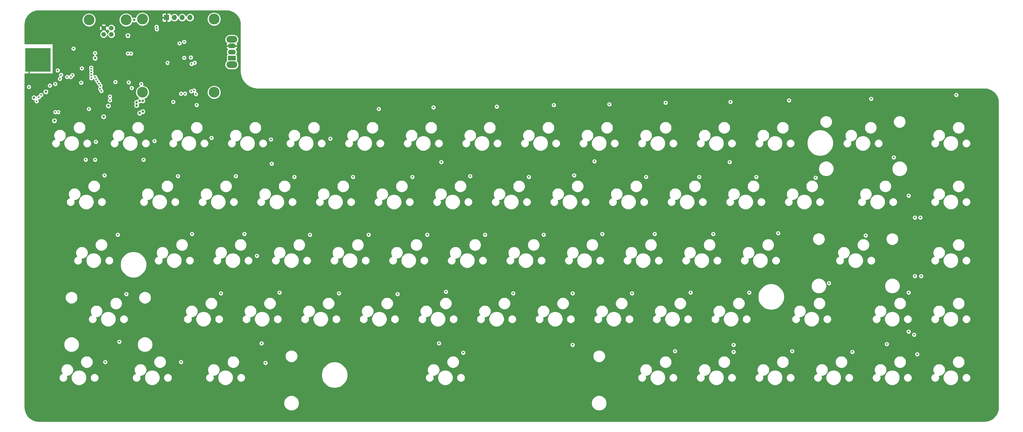
<source format=gbr>
G04 #@! TF.GenerationSoftware,KiCad,Pcbnew,(5.1.5)-3*
G04 #@! TF.CreationDate,2020-05-24T16:48:28-06:00*
G04 #@! TF.ProjectId,keeb,6b656562-2e6b-4696-9361-645f70636258,rev?*
G04 #@! TF.SameCoordinates,Original*
G04 #@! TF.FileFunction,Copper,L3,Inr*
G04 #@! TF.FilePolarity,Positive*
%FSLAX46Y46*%
G04 Gerber Fmt 4.6, Leading zero omitted, Abs format (unit mm)*
G04 Created by KiCad (PCBNEW (5.1.5)-3) date 2020-05-24 16:48:28*
%MOMM*%
%LPD*%
G04 APERTURE LIST*
G04 #@! TA.AperFunction,ViaPad*
%ADD10C,3.500000*%
G04 #@! TD*
G04 #@! TA.AperFunction,ViaPad*
%ADD11O,1.700000X1.700000*%
G04 #@! TD*
G04 #@! TA.AperFunction,ViaPad*
%ADD12R,1.700000X1.700000*%
G04 #@! TD*
G04 #@! TA.AperFunction,ViaPad*
%ADD13C,1.500000*%
G04 #@! TD*
G04 #@! TA.AperFunction,ViaPad*
%ADD14R,2.500000X1.500000*%
G04 #@! TD*
G04 #@! TA.AperFunction,ViaPad*
%ADD15O,2.500000X1.500000*%
G04 #@! TD*
G04 #@! TA.AperFunction,ViaPad*
%ADD16O,3.500000X2.200000*%
G04 #@! TD*
G04 #@! TA.AperFunction,ViaPad*
%ADD17C,0.450000*%
G04 #@! TD*
G04 #@! TA.AperFunction,ViaPad*
%ADD18C,0.800000*%
G04 #@! TD*
G04 #@! TA.AperFunction,ViaPad*
%ADD19C,0.600000*%
G04 #@! TD*
G04 #@! TA.AperFunction,ViaPad*
%ADD20C,1.016000*%
G04 #@! TD*
G04 #@! TA.AperFunction,Conductor*
%ADD21C,0.381000*%
G04 #@! TD*
G04 #@! TA.AperFunction,Conductor*
%ADD22C,0.254000*%
G04 #@! TD*
G04 APERTURE END LIST*
D10*
G04 #@! TO.N,*
G04 #@! TO.C,J6*
X102709000Y-67734000D03*
X79409000Y-67734000D03*
X79409000Y-43934000D03*
X102709000Y-43934000D03*
D11*
G04 #@! TO.N,/MCU/SDA_MON*
X94869000Y-43434000D03*
G04 #@! TO.N,/MCU/SCL_MON*
X92329000Y-43434000D03*
G04 #@! TO.N,+3V3*
X89789000Y-43434000D03*
D12*
G04 #@! TO.N,GND*
X87249000Y-43434000D03*
G04 #@! TD*
D10*
G04 #@! TO.N,N/C*
G04 #@! TO.C,J3*
X62052000Y-44196000D03*
G04 #@! TO.N,Net-(J3-Pad5)*
X74092000Y-44196000D03*
D13*
G04 #@! TO.N,GND*
X66822000Y-46906000D03*
G04 #@! TO.N,/USB and Power Management/USB+*
X69322000Y-46906000D03*
G04 #@! TO.N,/USB and Power Management/USB-*
X69322000Y-48906000D03*
G04 #@! TO.N,Net-(FB1-Pad2)*
X66822000Y-48906000D03*
G04 #@! TD*
D14*
G04 #@! TO.N,Net-(R9-Pad2)*
G04 #@! TO.C,SW71*
X108458000Y-56642000D03*
D15*
G04 #@! TO.N,/USB and Power Management/SYS_OFF*
X108458000Y-54642000D03*
G04 #@! TO.N,GND*
X108458000Y-52642000D03*
D16*
G04 #@! TO.N,*
X108458000Y-58742000D03*
X108458000Y-50542000D03*
G04 #@! TD*
D17*
G04 #@! TO.N,GND*
X53215000Y-56996000D03*
X54215000Y-56996000D03*
X54715000Y-57996000D03*
X53715000Y-57996000D03*
X54215000Y-58996000D03*
X53215000Y-58996000D03*
X82500000Y-72496000D03*
X81715000Y-71496000D03*
X81500000Y-72496000D03*
X82500000Y-71500000D03*
X57715000Y-70496000D03*
X56715000Y-70496000D03*
X55715000Y-70496000D03*
X54715000Y-70496000D03*
X57715000Y-69496000D03*
X56715000Y-69496000D03*
X55715000Y-69496000D03*
X54715000Y-69496000D03*
X57715000Y-68496000D03*
X56715000Y-68496000D03*
X55715000Y-68496000D03*
X54715000Y-68496000D03*
X57715000Y-67496000D03*
X56715000Y-67496000D03*
X55715000Y-67496000D03*
X54715000Y-67496000D03*
X53715000Y-70496000D03*
X53715000Y-69496000D03*
X53715000Y-68496000D03*
X53715000Y-67496000D03*
X57715000Y-66496000D03*
X56715000Y-66496000D03*
X55715000Y-66496000D03*
X54715000Y-66496000D03*
X53715000Y-66496000D03*
D18*
X42545000Y-58420000D03*
D17*
X92398000Y-52316000D03*
X92398000Y-53308000D03*
X92398000Y-54308000D03*
X93398000Y-52308000D03*
X93398000Y-53308000D03*
X93398000Y-54308000D03*
X93900000Y-63536000D03*
X92900000Y-62536000D03*
X92900000Y-63536000D03*
D18*
X42545000Y-55245000D03*
X46990000Y-55905000D03*
X45720000Y-44450000D03*
X59055000Y-45085000D03*
D19*
X49530000Y-50800000D03*
X50165000Y-50165000D03*
X56515000Y-49530000D03*
X55880000Y-53848000D03*
X50593233Y-58011229D03*
X56000000Y-59500000D03*
X58500000Y-60500000D03*
X62000000Y-58000000D03*
X58500000Y-56000000D03*
X60000000Y-55000000D03*
X69871571Y-57371571D03*
X65500000Y-53500000D03*
X67500000Y-45000000D03*
X69000000Y-45000000D03*
X73000000Y-51500000D03*
X62980999Y-64500000D03*
X63000000Y-71049000D03*
X63500000Y-73000000D03*
X47000000Y-66500000D03*
X71500000Y-73722978D03*
X73500000Y-70000000D03*
D18*
X77500000Y-73500000D03*
X89000000Y-72000000D03*
X88500000Y-73500000D03*
X86500000Y-73500000D03*
X88499976Y-71000000D03*
X100838000Y-62992000D03*
X91996040Y-56471000D03*
X89408000Y-52324000D03*
X70866000Y-92710000D03*
X81280000Y-92456000D03*
X115316000Y-92964000D03*
X126238000Y-92456000D03*
X171196000Y-92964000D03*
X181864000Y-92456000D03*
X225044000Y-92202000D03*
X232664000Y-92456000D03*
X265430000Y-92964000D03*
X272796000Y-91948000D03*
X317500000Y-91694000D03*
X317754000Y-89408000D03*
X319278000Y-148590000D03*
X322072000Y-148336000D03*
X272288000Y-148336000D03*
X269748000Y-148336000D03*
X221742000Y-148590000D03*
X217170000Y-148590000D03*
X176276000Y-147574000D03*
X173736000Y-148590000D03*
X123190000Y-146812000D03*
X78740000Y-146050000D03*
X67056000Y-147574000D03*
D19*
X92710000Y-68834000D03*
X48768000Y-71882000D03*
X52832000Y-74422000D03*
X60198000Y-64077000D03*
X89154000Y-66294000D03*
D20*
X102108000Y-52578000D03*
D19*
X98044000Y-54864000D03*
X44196000Y-68072000D03*
X95758000Y-52070000D03*
D18*
X115570000Y-148590000D03*
D19*
X50733992Y-61733992D03*
D18*
X88392000Y-58420946D03*
X91440000Y-58420946D03*
D19*
X95250000Y-61468000D03*
D18*
G04 #@! TO.N,+3V3*
X68326000Y-72136000D03*
D19*
X64000000Y-55000000D03*
X59500000Y-64585000D03*
X42500000Y-66000000D03*
D18*
X79500000Y-74000000D03*
X77500000Y-72000000D03*
X79500000Y-70500000D03*
X78500004Y-70500000D03*
X77500000Y-71000000D03*
X78500000Y-74500000D03*
D19*
X59690000Y-59944000D03*
X61976000Y-73152000D03*
X51098685Y-74168000D03*
X52070000Y-74168000D03*
X78994000Y-65024000D03*
X75889599Y-66344851D03*
X79756000Y-89662000D03*
X121412000Y-90932000D03*
X176530000Y-90424000D03*
X226314000Y-90170000D03*
X270256000Y-90424000D03*
X323596000Y-88900000D03*
X321310000Y-149606000D03*
X271526000Y-149860000D03*
X219202000Y-149860000D03*
X175768000Y-149352000D03*
X118110000Y-149352000D03*
X71882000Y-148844000D03*
X51857492Y-60610492D03*
X49303008Y-65559008D03*
X57000000Y-53500000D03*
G04 #@! TO.N,/MCU/ROW0*
X60960000Y-89662000D03*
X64008000Y-89662000D03*
G04 #@! TO.N,/MCU/ROW1*
X330454000Y-108458000D03*
X332232000Y-108458000D03*
G04 #@! TO.N,/MCU/ROW2*
X330454000Y-127508000D03*
X332486000Y-127508000D03*
G04 #@! TO.N,/MCU/ROW3*
X328422000Y-145542000D03*
X330200000Y-146558000D03*
D18*
G04 #@! TO.N,+5V*
X76708000Y-44196000D03*
D19*
G04 #@! TO.N,/MCU/SWDCLK*
X68834000Y-70358000D03*
G04 #@! TO.N,/MCU/SWDIO*
X68834000Y-69088000D03*
G04 #@! TO.N,+BATT*
X89408000Y-70866000D03*
X97028000Y-71882000D03*
G04 #@! TO.N,/MCU/COL0*
X64262000Y-83820000D03*
X67056000Y-94742000D03*
X71374000Y-114046000D03*
X74168000Y-133350000D03*
X67310000Y-155448000D03*
G04 #@! TO.N,/MCU/COL1*
X83312000Y-83566000D03*
X90932000Y-94996000D03*
X95504000Y-113792000D03*
X104902000Y-133096000D03*
X91948000Y-155448000D03*
G04 #@! TO.N,/MCU/COL2*
X101854000Y-82550000D03*
X109728000Y-94996000D03*
X112522000Y-113792000D03*
X116586000Y-120904000D03*
X123952000Y-132842000D03*
X119380000Y-155702000D03*
G04 #@! TO.N,/MCU/COL3*
X121158000Y-83058000D03*
X128778000Y-95250000D03*
X133858000Y-114046000D03*
X143256000Y-133096000D03*
D18*
X66802000Y-75677010D03*
D19*
G04 #@! TO.N,/MCU/COL4*
X140462000Y-82804000D03*
X147828000Y-95250000D03*
X152908000Y-114046000D03*
X162306000Y-133350000D03*
G04 #@! TO.N,/MCU/COL5*
X65729030Y-65558610D03*
X156210000Y-73152000D03*
X167132000Y-95250000D03*
X171958000Y-114046000D03*
X178054000Y-132588000D03*
X183642000Y-152400000D03*
G04 #@! TO.N,/MCU/COL6*
X65279020Y-64886872D03*
X173990000Y-72644000D03*
X185928000Y-94996000D03*
X190754000Y-114046000D03*
X199898000Y-133096000D03*
G04 #@! TO.N,/MCU/COL7*
X64829010Y-64216312D03*
X194564000Y-72389990D03*
X204978000Y-95250000D03*
X209804000Y-114046000D03*
X219202000Y-133096000D03*
G04 #@! TO.N,/MCU/COL8*
X64383688Y-63519733D03*
X213106012Y-71882000D03*
X219710000Y-94742000D03*
X228854000Y-113792000D03*
X238506000Y-133096000D03*
X252476000Y-151892000D03*
G04 #@! TO.N,/MCU/COL9*
X64058711Y-62788711D03*
X231139990Y-71628000D03*
X243078000Y-95250000D03*
X245872000Y-113792000D03*
X257556000Y-132842000D03*
X271526000Y-152146000D03*
G04 #@! TO.N,/MCU/COL10*
X62809213Y-63154325D03*
X249428000Y-71120000D03*
X260350000Y-95250000D03*
X264922000Y-113792000D03*
X276606000Y-132842000D03*
X290576000Y-151892000D03*
G04 #@! TO.N,/MCU/COL11*
X62800833Y-62278821D03*
X270510006Y-70866000D03*
X278892000Y-95250000D03*
X302514000Y-129794000D03*
X310134000Y-152146000D03*
X286003996Y-113538000D03*
G04 #@! TO.N,/MCU/COL12*
X62798086Y-61397684D03*
X289560000Y-70358000D03*
X298196000Y-95504000D03*
X314452000Y-114300000D03*
G04 #@! TO.N,/MCU/COL13*
X62779941Y-60531944D03*
X316230000Y-69850000D03*
X328422000Y-101346000D03*
X328422000Y-132842000D03*
X331216000Y-152908000D03*
G04 #@! TO.N,/MCU/COL14*
X62738000Y-59690000D03*
X343916000Y-68580000D03*
G04 #@! TO.N,/MCU/SPI_SCK*
X51054000Y-65024000D03*
X54905031Y-62738000D03*
G04 #@! TO.N,/MCU/SPI_NSS*
X52578000Y-63363010D03*
X56115423Y-62759238D03*
G04 #@! TO.N,/MCU/CE*
X52970955Y-62093010D03*
X56642000Y-62156963D03*
D18*
G04 #@! TO.N,/MCU/NRST*
X64008000Y-56642000D03*
X48006000Y-67564000D03*
G04 #@! TO.N,/MCU/BOOT0*
X50800000Y-76962000D03*
X44155028Y-69499982D03*
G04 #@! TO.N,Net-(D70-Pad1)*
X74676000Y-49276000D03*
D19*
G04 #@! TO.N,/USB and Power Management/TS*
X87584012Y-58150614D03*
X96350286Y-58118935D03*
G04 #@! TO.N,Net-(C20-Pad1)*
X92964000Y-56522990D03*
X95120237Y-56409553D03*
G04 #@! TO.N,Net-(D71-Pad1)*
X93218000Y-68183032D03*
G04 #@! TO.N,Net-(D72-Pad1)*
X91948000Y-68183032D03*
G04 #@! TO.N,/USB and Power Management/SYS_OFF*
X95360222Y-58520946D03*
G04 #@! TO.N,/MCU/~CE~*
X96774000Y-68326000D03*
X45000000Y-70666647D03*
G04 #@! TO.N,/MCU/EN2*
X96149000Y-67131354D03*
X46482000Y-68580000D03*
G04 #@! TO.N,/MCU/EN1*
X45734534Y-69338811D03*
X95250000Y-67379010D03*
G04 #@! TO.N,/MCU/SCL_MON*
X91440000Y-51816000D03*
X74676000Y-55118000D03*
X84004356Y-46447025D03*
X65682224Y-66594448D03*
X70612000Y-64398990D03*
G04 #@! TO.N,/MCU/SDA_MON*
X92954000Y-51308000D03*
X75692000Y-55118000D03*
X84074000Y-47244000D03*
X66040000Y-67310000D03*
X74929986Y-64516000D03*
G04 #@! TD*
D21*
G04 #@! TO.N,GND*
X42545000Y-58420000D02*
X42545000Y-62230000D01*
X42545000Y-62230000D02*
X43180000Y-62865000D01*
G04 #@! TD*
D22*
G04 #@! TO.N,GND*
G36*
X107484830Y-41246947D02*
G01*
X108264217Y-41460164D01*
X108993533Y-41808031D01*
X109649723Y-42279549D01*
X110212038Y-42859815D01*
X110662711Y-43530489D01*
X110987496Y-44270368D01*
X111177109Y-45060166D01*
X111227000Y-45739550D01*
X111227001Y-60986175D01*
X111228910Y-61005553D01*
X111282928Y-61741138D01*
X111284962Y-61753558D01*
X111285357Y-61766134D01*
X111296224Y-61826528D01*
X111507063Y-62704739D01*
X111512411Y-62720630D01*
X111515898Y-62737036D01*
X111537288Y-62794551D01*
X111900314Y-63621547D01*
X111908392Y-63636241D01*
X111914729Y-63651769D01*
X111945966Y-63704587D01*
X112449702Y-64454226D01*
X112460254Y-64467256D01*
X112469241Y-64481418D01*
X112509338Y-64527869D01*
X113137861Y-65176456D01*
X113150553Y-65187411D01*
X113161907Y-65199759D01*
X113209596Y-65238376D01*
X113943043Y-65765410D01*
X113957472Y-65773943D01*
X113970833Y-65784085D01*
X114024607Y-65813647D01*
X114839791Y-66202471D01*
X114855508Y-66208316D01*
X114870451Y-66215930D01*
X114928599Y-66235498D01*
X114928609Y-66235502D01*
X114928612Y-66235503D01*
X115799765Y-66473823D01*
X115816268Y-66476792D01*
X115832324Y-66481640D01*
X115893029Y-66490604D01*
X116790297Y-66570683D01*
X116813825Y-66573000D01*
X353036261Y-66573000D01*
X353864830Y-66646947D01*
X354644217Y-66860164D01*
X355373533Y-67208031D01*
X356029723Y-67679549D01*
X356592038Y-68259815D01*
X357042711Y-68930489D01*
X357367496Y-69670368D01*
X357557109Y-70460166D01*
X357607000Y-71139550D01*
X357607001Y-170156250D01*
X357533052Y-170984831D01*
X357319837Y-171764216D01*
X356971969Y-172493533D01*
X356500453Y-173149720D01*
X355920190Y-173712034D01*
X355249515Y-174162710D01*
X354509632Y-174487496D01*
X353719834Y-174677109D01*
X353040450Y-174727000D01*
X45743739Y-174727000D01*
X44915169Y-174653052D01*
X44135784Y-174439837D01*
X43406467Y-174091969D01*
X42750280Y-173620453D01*
X42187966Y-173040190D01*
X41737290Y-172369515D01*
X41412504Y-171629632D01*
X41222891Y-170839834D01*
X41173000Y-170160450D01*
X41173000Y-168536584D01*
X125329950Y-168536584D01*
X125329950Y-169029416D01*
X125426096Y-169512777D01*
X125614695Y-169968094D01*
X125888497Y-170377869D01*
X126236981Y-170726353D01*
X126646756Y-171000155D01*
X127102073Y-171188754D01*
X127585434Y-171284900D01*
X128078266Y-171284900D01*
X128561627Y-171188754D01*
X129016944Y-171000155D01*
X129426719Y-170726353D01*
X129775203Y-170377869D01*
X130049005Y-169968094D01*
X130237604Y-169512777D01*
X130333750Y-169029416D01*
X130333750Y-168536584D01*
X225329750Y-168536584D01*
X225329750Y-169029416D01*
X225425896Y-169512777D01*
X225614495Y-169968094D01*
X225888297Y-170377869D01*
X226236781Y-170726353D01*
X226646556Y-171000155D01*
X227101873Y-171188754D01*
X227585234Y-171284900D01*
X228078066Y-171284900D01*
X228561427Y-171188754D01*
X229016744Y-171000155D01*
X229426519Y-170726353D01*
X229775003Y-170377869D01*
X230048805Y-169968094D01*
X230237404Y-169512777D01*
X230333550Y-169029416D01*
X230333550Y-168536584D01*
X230237404Y-168053223D01*
X230048805Y-167597906D01*
X229775003Y-167188131D01*
X229426519Y-166839647D01*
X229016744Y-166565845D01*
X228561427Y-166377246D01*
X228078066Y-166281100D01*
X227585234Y-166281100D01*
X227101873Y-166377246D01*
X226646556Y-166565845D01*
X226236781Y-166839647D01*
X225888297Y-167188131D01*
X225614495Y-167597906D01*
X225425896Y-168053223D01*
X225329750Y-168536584D01*
X130333750Y-168536584D01*
X130237604Y-168053223D01*
X130049005Y-167597906D01*
X129775203Y-167188131D01*
X129426719Y-166839647D01*
X129016944Y-166565845D01*
X128561627Y-166377246D01*
X128078266Y-166281100D01*
X127585434Y-166281100D01*
X127102073Y-166377246D01*
X126646756Y-166565845D01*
X126236981Y-166839647D01*
X125888497Y-167188131D01*
X125614695Y-167597906D01*
X125426096Y-168053223D01*
X125329950Y-168536584D01*
X41173000Y-168536584D01*
X41173000Y-160391786D01*
X52306250Y-160391786D01*
X52306250Y-160664214D01*
X52359398Y-160931406D01*
X52463651Y-161183096D01*
X52615004Y-161409611D01*
X52807639Y-161602246D01*
X53034154Y-161753599D01*
X53285844Y-161857852D01*
X53553036Y-161911000D01*
X53825464Y-161911000D01*
X54092656Y-161857852D01*
X54344346Y-161753599D01*
X54570861Y-161602246D01*
X54763496Y-161409611D01*
X54914849Y-161183096D01*
X55019102Y-160931406D01*
X55072250Y-160664214D01*
X55072250Y-160391786D01*
X55050330Y-160281584D01*
X56267350Y-160281584D01*
X56267350Y-160774416D01*
X56363496Y-161257777D01*
X56552095Y-161713094D01*
X56825897Y-162122869D01*
X57174381Y-162471353D01*
X57584156Y-162745155D01*
X58039473Y-162933754D01*
X58522834Y-163029900D01*
X59015666Y-163029900D01*
X59499027Y-162933754D01*
X59954344Y-162745155D01*
X60364119Y-162471353D01*
X60712603Y-162122869D01*
X60986405Y-161713094D01*
X61175004Y-161257777D01*
X61271150Y-160774416D01*
X61271150Y-160391786D01*
X62466250Y-160391786D01*
X62466250Y-160664214D01*
X62519398Y-160931406D01*
X62623651Y-161183096D01*
X62775004Y-161409611D01*
X62967639Y-161602246D01*
X63194154Y-161753599D01*
X63445844Y-161857852D01*
X63713036Y-161911000D01*
X63985464Y-161911000D01*
X64252656Y-161857852D01*
X64504346Y-161753599D01*
X64730861Y-161602246D01*
X64923496Y-161409611D01*
X65074849Y-161183096D01*
X65179102Y-160931406D01*
X65232250Y-160664214D01*
X65232250Y-160391786D01*
X76118750Y-160391786D01*
X76118750Y-160664214D01*
X76171898Y-160931406D01*
X76276151Y-161183096D01*
X76427504Y-161409611D01*
X76620139Y-161602246D01*
X76846654Y-161753599D01*
X77098344Y-161857852D01*
X77365536Y-161911000D01*
X77637964Y-161911000D01*
X77905156Y-161857852D01*
X78156846Y-161753599D01*
X78383361Y-161602246D01*
X78575996Y-161409611D01*
X78727349Y-161183096D01*
X78831602Y-160931406D01*
X78884750Y-160664214D01*
X78884750Y-160391786D01*
X78862830Y-160281584D01*
X80079850Y-160281584D01*
X80079850Y-160774416D01*
X80175996Y-161257777D01*
X80364595Y-161713094D01*
X80638397Y-162122869D01*
X80986881Y-162471353D01*
X81396656Y-162745155D01*
X81851973Y-162933754D01*
X82335334Y-163029900D01*
X82828166Y-163029900D01*
X83311527Y-162933754D01*
X83766844Y-162745155D01*
X84176619Y-162471353D01*
X84525103Y-162122869D01*
X84798905Y-161713094D01*
X84987504Y-161257777D01*
X85083650Y-160774416D01*
X85083650Y-160391786D01*
X86278750Y-160391786D01*
X86278750Y-160664214D01*
X86331898Y-160931406D01*
X86436151Y-161183096D01*
X86587504Y-161409611D01*
X86780139Y-161602246D01*
X87006654Y-161753599D01*
X87258344Y-161857852D01*
X87525536Y-161911000D01*
X87797964Y-161911000D01*
X88065156Y-161857852D01*
X88316846Y-161753599D01*
X88543361Y-161602246D01*
X88735996Y-161409611D01*
X88887349Y-161183096D01*
X88991602Y-160931406D01*
X89044750Y-160664214D01*
X89044750Y-160391786D01*
X99931250Y-160391786D01*
X99931250Y-160664214D01*
X99984398Y-160931406D01*
X100088651Y-161183096D01*
X100240004Y-161409611D01*
X100432639Y-161602246D01*
X100659154Y-161753599D01*
X100910844Y-161857852D01*
X101178036Y-161911000D01*
X101450464Y-161911000D01*
X101717656Y-161857852D01*
X101969346Y-161753599D01*
X102195861Y-161602246D01*
X102388496Y-161409611D01*
X102539849Y-161183096D01*
X102644102Y-160931406D01*
X102697250Y-160664214D01*
X102697250Y-160391786D01*
X102675330Y-160281584D01*
X103892350Y-160281584D01*
X103892350Y-160774416D01*
X103988496Y-161257777D01*
X104177095Y-161713094D01*
X104450897Y-162122869D01*
X104799381Y-162471353D01*
X105209156Y-162745155D01*
X105664473Y-162933754D01*
X106147834Y-163029900D01*
X106640666Y-163029900D01*
X107124027Y-162933754D01*
X107579344Y-162745155D01*
X107989119Y-162471353D01*
X108337603Y-162122869D01*
X108611405Y-161713094D01*
X108800004Y-161257777D01*
X108896150Y-160774416D01*
X108896150Y-160391786D01*
X110091250Y-160391786D01*
X110091250Y-160664214D01*
X110144398Y-160931406D01*
X110248651Y-161183096D01*
X110400004Y-161409611D01*
X110592639Y-161602246D01*
X110819154Y-161753599D01*
X111070844Y-161857852D01*
X111338036Y-161911000D01*
X111610464Y-161911000D01*
X111877656Y-161857852D01*
X112129346Y-161753599D01*
X112355861Y-161602246D01*
X112548496Y-161409611D01*
X112699849Y-161183096D01*
X112804102Y-160931406D01*
X112857250Y-160664214D01*
X112857250Y-160391786D01*
X112804102Y-160124594D01*
X112699849Y-159872904D01*
X112548496Y-159646389D01*
X112355861Y-159453754D01*
X112129346Y-159302401D01*
X111924985Y-159217752D01*
X137582000Y-159217752D01*
X137582000Y-160060248D01*
X137746362Y-160886555D01*
X138068771Y-161664919D01*
X138536837Y-162365429D01*
X139132571Y-162961163D01*
X139833081Y-163429229D01*
X140611445Y-163751638D01*
X141437752Y-163916000D01*
X142280248Y-163916000D01*
X143106555Y-163751638D01*
X143884919Y-163429229D01*
X144585429Y-162961163D01*
X145181163Y-162365429D01*
X145649229Y-161664919D01*
X145971638Y-160886555D01*
X146070053Y-160391786D01*
X171368750Y-160391786D01*
X171368750Y-160664214D01*
X171421898Y-160931406D01*
X171526151Y-161183096D01*
X171677504Y-161409611D01*
X171870139Y-161602246D01*
X172096654Y-161753599D01*
X172348344Y-161857852D01*
X172615536Y-161911000D01*
X172887964Y-161911000D01*
X173155156Y-161857852D01*
X173406846Y-161753599D01*
X173633361Y-161602246D01*
X173825996Y-161409611D01*
X173977349Y-161183096D01*
X174081602Y-160931406D01*
X174134750Y-160664214D01*
X174134750Y-160391786D01*
X174112830Y-160281584D01*
X175329850Y-160281584D01*
X175329850Y-160774416D01*
X175425996Y-161257777D01*
X175614595Y-161713094D01*
X175888397Y-162122869D01*
X176236881Y-162471353D01*
X176646656Y-162745155D01*
X177101973Y-162933754D01*
X177585334Y-163029900D01*
X178078166Y-163029900D01*
X178561527Y-162933754D01*
X179016844Y-162745155D01*
X179426619Y-162471353D01*
X179775103Y-162122869D01*
X180048905Y-161713094D01*
X180237504Y-161257777D01*
X180333650Y-160774416D01*
X180333650Y-160391786D01*
X181528750Y-160391786D01*
X181528750Y-160664214D01*
X181581898Y-160931406D01*
X181686151Y-161183096D01*
X181837504Y-161409611D01*
X182030139Y-161602246D01*
X182256654Y-161753599D01*
X182508344Y-161857852D01*
X182775536Y-161911000D01*
X183047964Y-161911000D01*
X183315156Y-161857852D01*
X183566846Y-161753599D01*
X183793361Y-161602246D01*
X183985996Y-161409611D01*
X184137349Y-161183096D01*
X184241602Y-160931406D01*
X184294750Y-160664214D01*
X184294750Y-160391786D01*
X240425000Y-160391786D01*
X240425000Y-160664214D01*
X240478148Y-160931406D01*
X240582401Y-161183096D01*
X240733754Y-161409611D01*
X240926389Y-161602246D01*
X241152904Y-161753599D01*
X241404594Y-161857852D01*
X241671786Y-161911000D01*
X241944214Y-161911000D01*
X242211406Y-161857852D01*
X242463096Y-161753599D01*
X242689611Y-161602246D01*
X242882246Y-161409611D01*
X243033599Y-161183096D01*
X243137852Y-160931406D01*
X243191000Y-160664214D01*
X243191000Y-160391786D01*
X243169080Y-160281584D01*
X244386100Y-160281584D01*
X244386100Y-160774416D01*
X244482246Y-161257777D01*
X244670845Y-161713094D01*
X244944647Y-162122869D01*
X245293131Y-162471353D01*
X245702906Y-162745155D01*
X246158223Y-162933754D01*
X246641584Y-163029900D01*
X247134416Y-163029900D01*
X247617777Y-162933754D01*
X248073094Y-162745155D01*
X248482869Y-162471353D01*
X248831353Y-162122869D01*
X249105155Y-161713094D01*
X249293754Y-161257777D01*
X249389900Y-160774416D01*
X249389900Y-160391786D01*
X250585000Y-160391786D01*
X250585000Y-160664214D01*
X250638148Y-160931406D01*
X250742401Y-161183096D01*
X250893754Y-161409611D01*
X251086389Y-161602246D01*
X251312904Y-161753599D01*
X251564594Y-161857852D01*
X251831786Y-161911000D01*
X252104214Y-161911000D01*
X252371406Y-161857852D01*
X252623096Y-161753599D01*
X252849611Y-161602246D01*
X253042246Y-161409611D01*
X253193599Y-161183096D01*
X253297852Y-160931406D01*
X253351000Y-160664214D01*
X253351000Y-160391786D01*
X259475000Y-160391786D01*
X259475000Y-160664214D01*
X259528148Y-160931406D01*
X259632401Y-161183096D01*
X259783754Y-161409611D01*
X259976389Y-161602246D01*
X260202904Y-161753599D01*
X260454594Y-161857852D01*
X260721786Y-161911000D01*
X260994214Y-161911000D01*
X261261406Y-161857852D01*
X261513096Y-161753599D01*
X261739611Y-161602246D01*
X261932246Y-161409611D01*
X262083599Y-161183096D01*
X262187852Y-160931406D01*
X262241000Y-160664214D01*
X262241000Y-160391786D01*
X262219080Y-160281584D01*
X263436100Y-160281584D01*
X263436100Y-160774416D01*
X263532246Y-161257777D01*
X263720845Y-161713094D01*
X263994647Y-162122869D01*
X264343131Y-162471353D01*
X264752906Y-162745155D01*
X265208223Y-162933754D01*
X265691584Y-163029900D01*
X266184416Y-163029900D01*
X266667777Y-162933754D01*
X267123094Y-162745155D01*
X267532869Y-162471353D01*
X267881353Y-162122869D01*
X268155155Y-161713094D01*
X268343754Y-161257777D01*
X268439900Y-160774416D01*
X268439900Y-160391786D01*
X269635000Y-160391786D01*
X269635000Y-160664214D01*
X269688148Y-160931406D01*
X269792401Y-161183096D01*
X269943754Y-161409611D01*
X270136389Y-161602246D01*
X270362904Y-161753599D01*
X270614594Y-161857852D01*
X270881786Y-161911000D01*
X271154214Y-161911000D01*
X271421406Y-161857852D01*
X271673096Y-161753599D01*
X271899611Y-161602246D01*
X272092246Y-161409611D01*
X272243599Y-161183096D01*
X272347852Y-160931406D01*
X272401000Y-160664214D01*
X272401000Y-160391786D01*
X278525000Y-160391786D01*
X278525000Y-160664214D01*
X278578148Y-160931406D01*
X278682401Y-161183096D01*
X278833754Y-161409611D01*
X279026389Y-161602246D01*
X279252904Y-161753599D01*
X279504594Y-161857852D01*
X279771786Y-161911000D01*
X280044214Y-161911000D01*
X280311406Y-161857852D01*
X280563096Y-161753599D01*
X280789611Y-161602246D01*
X280982246Y-161409611D01*
X281133599Y-161183096D01*
X281237852Y-160931406D01*
X281291000Y-160664214D01*
X281291000Y-160391786D01*
X281269080Y-160281584D01*
X282486100Y-160281584D01*
X282486100Y-160774416D01*
X282582246Y-161257777D01*
X282770845Y-161713094D01*
X283044647Y-162122869D01*
X283393131Y-162471353D01*
X283802906Y-162745155D01*
X284258223Y-162933754D01*
X284741584Y-163029900D01*
X285234416Y-163029900D01*
X285717777Y-162933754D01*
X286173094Y-162745155D01*
X286582869Y-162471353D01*
X286931353Y-162122869D01*
X287205155Y-161713094D01*
X287393754Y-161257777D01*
X287489900Y-160774416D01*
X287489900Y-160391786D01*
X288685000Y-160391786D01*
X288685000Y-160664214D01*
X288738148Y-160931406D01*
X288842401Y-161183096D01*
X288993754Y-161409611D01*
X289186389Y-161602246D01*
X289412904Y-161753599D01*
X289664594Y-161857852D01*
X289931786Y-161911000D01*
X290204214Y-161911000D01*
X290471406Y-161857852D01*
X290723096Y-161753599D01*
X290949611Y-161602246D01*
X291142246Y-161409611D01*
X291293599Y-161183096D01*
X291397852Y-160931406D01*
X291451000Y-160664214D01*
X291451000Y-160391786D01*
X297575000Y-160391786D01*
X297575000Y-160664214D01*
X297628148Y-160931406D01*
X297732401Y-161183096D01*
X297883754Y-161409611D01*
X298076389Y-161602246D01*
X298302904Y-161753599D01*
X298554594Y-161857852D01*
X298821786Y-161911000D01*
X299094214Y-161911000D01*
X299361406Y-161857852D01*
X299613096Y-161753599D01*
X299839611Y-161602246D01*
X300032246Y-161409611D01*
X300183599Y-161183096D01*
X300287852Y-160931406D01*
X300341000Y-160664214D01*
X300341000Y-160391786D01*
X300319080Y-160281584D01*
X301536100Y-160281584D01*
X301536100Y-160774416D01*
X301632246Y-161257777D01*
X301820845Y-161713094D01*
X302094647Y-162122869D01*
X302443131Y-162471353D01*
X302852906Y-162745155D01*
X303308223Y-162933754D01*
X303791584Y-163029900D01*
X304284416Y-163029900D01*
X304767777Y-162933754D01*
X305223094Y-162745155D01*
X305632869Y-162471353D01*
X305981353Y-162122869D01*
X306255155Y-161713094D01*
X306443754Y-161257777D01*
X306539900Y-160774416D01*
X306539900Y-160391786D01*
X307735000Y-160391786D01*
X307735000Y-160664214D01*
X307788148Y-160931406D01*
X307892401Y-161183096D01*
X308043754Y-161409611D01*
X308236389Y-161602246D01*
X308462904Y-161753599D01*
X308714594Y-161857852D01*
X308981786Y-161911000D01*
X309254214Y-161911000D01*
X309521406Y-161857852D01*
X309773096Y-161753599D01*
X309999611Y-161602246D01*
X310192246Y-161409611D01*
X310343599Y-161183096D01*
X310447852Y-160931406D01*
X310501000Y-160664214D01*
X310501000Y-160391786D01*
X316625000Y-160391786D01*
X316625000Y-160664214D01*
X316678148Y-160931406D01*
X316782401Y-161183096D01*
X316933754Y-161409611D01*
X317126389Y-161602246D01*
X317352904Y-161753599D01*
X317604594Y-161857852D01*
X317871786Y-161911000D01*
X318144214Y-161911000D01*
X318411406Y-161857852D01*
X318663096Y-161753599D01*
X318889611Y-161602246D01*
X319082246Y-161409611D01*
X319233599Y-161183096D01*
X319337852Y-160931406D01*
X319391000Y-160664214D01*
X319391000Y-160391786D01*
X319369080Y-160281584D01*
X320586100Y-160281584D01*
X320586100Y-160774416D01*
X320682246Y-161257777D01*
X320870845Y-161713094D01*
X321144647Y-162122869D01*
X321493131Y-162471353D01*
X321902906Y-162745155D01*
X322358223Y-162933754D01*
X322841584Y-163029900D01*
X323334416Y-163029900D01*
X323817777Y-162933754D01*
X324273094Y-162745155D01*
X324682869Y-162471353D01*
X325031353Y-162122869D01*
X325305155Y-161713094D01*
X325493754Y-161257777D01*
X325589900Y-160774416D01*
X325589900Y-160391786D01*
X326785000Y-160391786D01*
X326785000Y-160664214D01*
X326838148Y-160931406D01*
X326942401Y-161183096D01*
X327093754Y-161409611D01*
X327286389Y-161602246D01*
X327512904Y-161753599D01*
X327764594Y-161857852D01*
X328031786Y-161911000D01*
X328304214Y-161911000D01*
X328571406Y-161857852D01*
X328823096Y-161753599D01*
X329049611Y-161602246D01*
X329242246Y-161409611D01*
X329393599Y-161183096D01*
X329497852Y-160931406D01*
X329551000Y-160664214D01*
X329551000Y-160391786D01*
X335675000Y-160391786D01*
X335675000Y-160664214D01*
X335728148Y-160931406D01*
X335832401Y-161183096D01*
X335983754Y-161409611D01*
X336176389Y-161602246D01*
X336402904Y-161753599D01*
X336654594Y-161857852D01*
X336921786Y-161911000D01*
X337194214Y-161911000D01*
X337461406Y-161857852D01*
X337713096Y-161753599D01*
X337939611Y-161602246D01*
X338132246Y-161409611D01*
X338283599Y-161183096D01*
X338387852Y-160931406D01*
X338441000Y-160664214D01*
X338441000Y-160391786D01*
X338419080Y-160281584D01*
X339636100Y-160281584D01*
X339636100Y-160774416D01*
X339732246Y-161257777D01*
X339920845Y-161713094D01*
X340194647Y-162122869D01*
X340543131Y-162471353D01*
X340952906Y-162745155D01*
X341408223Y-162933754D01*
X341891584Y-163029900D01*
X342384416Y-163029900D01*
X342867777Y-162933754D01*
X343323094Y-162745155D01*
X343732869Y-162471353D01*
X344081353Y-162122869D01*
X344355155Y-161713094D01*
X344543754Y-161257777D01*
X344639900Y-160774416D01*
X344639900Y-160391786D01*
X345835000Y-160391786D01*
X345835000Y-160664214D01*
X345888148Y-160931406D01*
X345992401Y-161183096D01*
X346143754Y-161409611D01*
X346336389Y-161602246D01*
X346562904Y-161753599D01*
X346814594Y-161857852D01*
X347081786Y-161911000D01*
X347354214Y-161911000D01*
X347621406Y-161857852D01*
X347873096Y-161753599D01*
X348099611Y-161602246D01*
X348292246Y-161409611D01*
X348443599Y-161183096D01*
X348547852Y-160931406D01*
X348601000Y-160664214D01*
X348601000Y-160391786D01*
X348547852Y-160124594D01*
X348443599Y-159872904D01*
X348292246Y-159646389D01*
X348099611Y-159453754D01*
X347873096Y-159302401D01*
X347621406Y-159198148D01*
X347354214Y-159145000D01*
X347081786Y-159145000D01*
X346814594Y-159198148D01*
X346562904Y-159302401D01*
X346336389Y-159453754D01*
X346143754Y-159646389D01*
X345992401Y-159872904D01*
X345888148Y-160124594D01*
X345835000Y-160391786D01*
X344639900Y-160391786D01*
X344639900Y-160281584D01*
X344543754Y-159798223D01*
X344355155Y-159342906D01*
X344081353Y-158933131D01*
X343732869Y-158584647D01*
X343323094Y-158310845D01*
X342867777Y-158122246D01*
X342384416Y-158026100D01*
X341891584Y-158026100D01*
X341408223Y-158122246D01*
X340952906Y-158310845D01*
X340543131Y-158584647D01*
X340194647Y-158933131D01*
X339920845Y-159342906D01*
X339732246Y-159798223D01*
X339636100Y-160281584D01*
X338419080Y-160281584D01*
X338387852Y-160124594D01*
X338334587Y-159996000D01*
X338525771Y-159996000D01*
X338913712Y-159918834D01*
X339279145Y-159767467D01*
X339608025Y-159547716D01*
X339887716Y-159268025D01*
X340107467Y-158939145D01*
X340258834Y-158573712D01*
X340336000Y-158185771D01*
X340336000Y-157790229D01*
X340258834Y-157402288D01*
X340107467Y-157036855D01*
X339887716Y-156707975D01*
X339608025Y-156428284D01*
X339279145Y-156208533D01*
X338913712Y-156057166D01*
X338525771Y-155980000D01*
X338130229Y-155980000D01*
X337742288Y-156057166D01*
X337376855Y-156208533D01*
X337047975Y-156428284D01*
X336768284Y-156707975D01*
X336548533Y-157036855D01*
X336397166Y-157402288D01*
X336320000Y-157790229D01*
X336320000Y-158185771D01*
X336397166Y-158573712D01*
X336548533Y-158939145D01*
X336713733Y-159186384D01*
X336654594Y-159198148D01*
X336402904Y-159302401D01*
X336176389Y-159453754D01*
X335983754Y-159646389D01*
X335832401Y-159872904D01*
X335728148Y-160124594D01*
X335675000Y-160391786D01*
X329551000Y-160391786D01*
X329497852Y-160124594D01*
X329393599Y-159872904D01*
X329242246Y-159646389D01*
X329049611Y-159453754D01*
X328823096Y-159302401D01*
X328571406Y-159198148D01*
X328304214Y-159145000D01*
X328031786Y-159145000D01*
X327764594Y-159198148D01*
X327512904Y-159302401D01*
X327286389Y-159453754D01*
X327093754Y-159646389D01*
X326942401Y-159872904D01*
X326838148Y-160124594D01*
X326785000Y-160391786D01*
X325589900Y-160391786D01*
X325589900Y-160281584D01*
X325493754Y-159798223D01*
X325305155Y-159342906D01*
X325031353Y-158933131D01*
X324682869Y-158584647D01*
X324273094Y-158310845D01*
X323817777Y-158122246D01*
X323334416Y-158026100D01*
X322841584Y-158026100D01*
X322358223Y-158122246D01*
X321902906Y-158310845D01*
X321493131Y-158584647D01*
X321144647Y-158933131D01*
X320870845Y-159342906D01*
X320682246Y-159798223D01*
X320586100Y-160281584D01*
X319369080Y-160281584D01*
X319337852Y-160124594D01*
X319284587Y-159996000D01*
X319475771Y-159996000D01*
X319863712Y-159918834D01*
X320229145Y-159767467D01*
X320558025Y-159547716D01*
X320837716Y-159268025D01*
X321057467Y-158939145D01*
X321208834Y-158573712D01*
X321286000Y-158185771D01*
X321286000Y-157790229D01*
X321208834Y-157402288D01*
X321057467Y-157036855D01*
X320837716Y-156707975D01*
X320558025Y-156428284D01*
X320229145Y-156208533D01*
X319863712Y-156057166D01*
X319475771Y-155980000D01*
X319080229Y-155980000D01*
X318692288Y-156057166D01*
X318326855Y-156208533D01*
X317997975Y-156428284D01*
X317718284Y-156707975D01*
X317498533Y-157036855D01*
X317347166Y-157402288D01*
X317270000Y-157790229D01*
X317270000Y-158185771D01*
X317347166Y-158573712D01*
X317498533Y-158939145D01*
X317663733Y-159186384D01*
X317604594Y-159198148D01*
X317352904Y-159302401D01*
X317126389Y-159453754D01*
X316933754Y-159646389D01*
X316782401Y-159872904D01*
X316678148Y-160124594D01*
X316625000Y-160391786D01*
X310501000Y-160391786D01*
X310447852Y-160124594D01*
X310343599Y-159872904D01*
X310192246Y-159646389D01*
X309999611Y-159453754D01*
X309773096Y-159302401D01*
X309521406Y-159198148D01*
X309254214Y-159145000D01*
X308981786Y-159145000D01*
X308714594Y-159198148D01*
X308462904Y-159302401D01*
X308236389Y-159453754D01*
X308043754Y-159646389D01*
X307892401Y-159872904D01*
X307788148Y-160124594D01*
X307735000Y-160391786D01*
X306539900Y-160391786D01*
X306539900Y-160281584D01*
X306443754Y-159798223D01*
X306255155Y-159342906D01*
X305981353Y-158933131D01*
X305632869Y-158584647D01*
X305223094Y-158310845D01*
X304767777Y-158122246D01*
X304284416Y-158026100D01*
X303791584Y-158026100D01*
X303308223Y-158122246D01*
X302852906Y-158310845D01*
X302443131Y-158584647D01*
X302094647Y-158933131D01*
X301820845Y-159342906D01*
X301632246Y-159798223D01*
X301536100Y-160281584D01*
X300319080Y-160281584D01*
X300287852Y-160124594D01*
X300234587Y-159996000D01*
X300425771Y-159996000D01*
X300813712Y-159918834D01*
X301179145Y-159767467D01*
X301508025Y-159547716D01*
X301787716Y-159268025D01*
X302007467Y-158939145D01*
X302158834Y-158573712D01*
X302236000Y-158185771D01*
X302236000Y-157790229D01*
X302158834Y-157402288D01*
X302007467Y-157036855D01*
X301787716Y-156707975D01*
X301508025Y-156428284D01*
X301179145Y-156208533D01*
X300813712Y-156057166D01*
X300425771Y-155980000D01*
X300030229Y-155980000D01*
X299642288Y-156057166D01*
X299276855Y-156208533D01*
X298947975Y-156428284D01*
X298668284Y-156707975D01*
X298448533Y-157036855D01*
X298297166Y-157402288D01*
X298220000Y-157790229D01*
X298220000Y-158185771D01*
X298297166Y-158573712D01*
X298448533Y-158939145D01*
X298613733Y-159186384D01*
X298554594Y-159198148D01*
X298302904Y-159302401D01*
X298076389Y-159453754D01*
X297883754Y-159646389D01*
X297732401Y-159872904D01*
X297628148Y-160124594D01*
X297575000Y-160391786D01*
X291451000Y-160391786D01*
X291397852Y-160124594D01*
X291293599Y-159872904D01*
X291142246Y-159646389D01*
X290949611Y-159453754D01*
X290723096Y-159302401D01*
X290471406Y-159198148D01*
X290204214Y-159145000D01*
X289931786Y-159145000D01*
X289664594Y-159198148D01*
X289412904Y-159302401D01*
X289186389Y-159453754D01*
X288993754Y-159646389D01*
X288842401Y-159872904D01*
X288738148Y-160124594D01*
X288685000Y-160391786D01*
X287489900Y-160391786D01*
X287489900Y-160281584D01*
X287393754Y-159798223D01*
X287205155Y-159342906D01*
X286931353Y-158933131D01*
X286582869Y-158584647D01*
X286173094Y-158310845D01*
X285717777Y-158122246D01*
X285234416Y-158026100D01*
X284741584Y-158026100D01*
X284258223Y-158122246D01*
X283802906Y-158310845D01*
X283393131Y-158584647D01*
X283044647Y-158933131D01*
X282770845Y-159342906D01*
X282582246Y-159798223D01*
X282486100Y-160281584D01*
X281269080Y-160281584D01*
X281237852Y-160124594D01*
X281184587Y-159996000D01*
X281375771Y-159996000D01*
X281763712Y-159918834D01*
X282129145Y-159767467D01*
X282458025Y-159547716D01*
X282737716Y-159268025D01*
X282957467Y-158939145D01*
X283108834Y-158573712D01*
X283186000Y-158185771D01*
X283186000Y-157790229D01*
X283108834Y-157402288D01*
X282957467Y-157036855D01*
X282737716Y-156707975D01*
X282458025Y-156428284D01*
X282129145Y-156208533D01*
X281763712Y-156057166D01*
X281375771Y-155980000D01*
X280980229Y-155980000D01*
X280592288Y-156057166D01*
X280226855Y-156208533D01*
X279897975Y-156428284D01*
X279618284Y-156707975D01*
X279398533Y-157036855D01*
X279247166Y-157402288D01*
X279170000Y-157790229D01*
X279170000Y-158185771D01*
X279247166Y-158573712D01*
X279398533Y-158939145D01*
X279563733Y-159186384D01*
X279504594Y-159198148D01*
X279252904Y-159302401D01*
X279026389Y-159453754D01*
X278833754Y-159646389D01*
X278682401Y-159872904D01*
X278578148Y-160124594D01*
X278525000Y-160391786D01*
X272401000Y-160391786D01*
X272347852Y-160124594D01*
X272243599Y-159872904D01*
X272092246Y-159646389D01*
X271899611Y-159453754D01*
X271673096Y-159302401D01*
X271421406Y-159198148D01*
X271154214Y-159145000D01*
X270881786Y-159145000D01*
X270614594Y-159198148D01*
X270362904Y-159302401D01*
X270136389Y-159453754D01*
X269943754Y-159646389D01*
X269792401Y-159872904D01*
X269688148Y-160124594D01*
X269635000Y-160391786D01*
X268439900Y-160391786D01*
X268439900Y-160281584D01*
X268343754Y-159798223D01*
X268155155Y-159342906D01*
X267881353Y-158933131D01*
X267532869Y-158584647D01*
X267123094Y-158310845D01*
X266667777Y-158122246D01*
X266184416Y-158026100D01*
X265691584Y-158026100D01*
X265208223Y-158122246D01*
X264752906Y-158310845D01*
X264343131Y-158584647D01*
X263994647Y-158933131D01*
X263720845Y-159342906D01*
X263532246Y-159798223D01*
X263436100Y-160281584D01*
X262219080Y-160281584D01*
X262187852Y-160124594D01*
X262134587Y-159996000D01*
X262325771Y-159996000D01*
X262713712Y-159918834D01*
X263079145Y-159767467D01*
X263408025Y-159547716D01*
X263687716Y-159268025D01*
X263907467Y-158939145D01*
X264058834Y-158573712D01*
X264136000Y-158185771D01*
X264136000Y-157790229D01*
X264058834Y-157402288D01*
X263907467Y-157036855D01*
X263687716Y-156707975D01*
X263408025Y-156428284D01*
X263079145Y-156208533D01*
X262713712Y-156057166D01*
X262325771Y-155980000D01*
X261930229Y-155980000D01*
X261542288Y-156057166D01*
X261176855Y-156208533D01*
X260847975Y-156428284D01*
X260568284Y-156707975D01*
X260348533Y-157036855D01*
X260197166Y-157402288D01*
X260120000Y-157790229D01*
X260120000Y-158185771D01*
X260197166Y-158573712D01*
X260348533Y-158939145D01*
X260513733Y-159186384D01*
X260454594Y-159198148D01*
X260202904Y-159302401D01*
X259976389Y-159453754D01*
X259783754Y-159646389D01*
X259632401Y-159872904D01*
X259528148Y-160124594D01*
X259475000Y-160391786D01*
X253351000Y-160391786D01*
X253297852Y-160124594D01*
X253193599Y-159872904D01*
X253042246Y-159646389D01*
X252849611Y-159453754D01*
X252623096Y-159302401D01*
X252371406Y-159198148D01*
X252104214Y-159145000D01*
X251831786Y-159145000D01*
X251564594Y-159198148D01*
X251312904Y-159302401D01*
X251086389Y-159453754D01*
X250893754Y-159646389D01*
X250742401Y-159872904D01*
X250638148Y-160124594D01*
X250585000Y-160391786D01*
X249389900Y-160391786D01*
X249389900Y-160281584D01*
X249293754Y-159798223D01*
X249105155Y-159342906D01*
X248831353Y-158933131D01*
X248482869Y-158584647D01*
X248073094Y-158310845D01*
X247617777Y-158122246D01*
X247134416Y-158026100D01*
X246641584Y-158026100D01*
X246158223Y-158122246D01*
X245702906Y-158310845D01*
X245293131Y-158584647D01*
X244944647Y-158933131D01*
X244670845Y-159342906D01*
X244482246Y-159798223D01*
X244386100Y-160281584D01*
X243169080Y-160281584D01*
X243137852Y-160124594D01*
X243084587Y-159996000D01*
X243275771Y-159996000D01*
X243663712Y-159918834D01*
X244029145Y-159767467D01*
X244358025Y-159547716D01*
X244637716Y-159268025D01*
X244857467Y-158939145D01*
X245008834Y-158573712D01*
X245086000Y-158185771D01*
X245086000Y-157790229D01*
X245008834Y-157402288D01*
X244857467Y-157036855D01*
X244637716Y-156707975D01*
X244358025Y-156428284D01*
X244029145Y-156208533D01*
X243663712Y-156057166D01*
X243275771Y-155980000D01*
X242880229Y-155980000D01*
X242492288Y-156057166D01*
X242126855Y-156208533D01*
X241797975Y-156428284D01*
X241518284Y-156707975D01*
X241298533Y-157036855D01*
X241147166Y-157402288D01*
X241070000Y-157790229D01*
X241070000Y-158185771D01*
X241147166Y-158573712D01*
X241298533Y-158939145D01*
X241463733Y-159186384D01*
X241404594Y-159198148D01*
X241152904Y-159302401D01*
X240926389Y-159453754D01*
X240733754Y-159646389D01*
X240582401Y-159872904D01*
X240478148Y-160124594D01*
X240425000Y-160391786D01*
X184294750Y-160391786D01*
X184241602Y-160124594D01*
X184137349Y-159872904D01*
X183985996Y-159646389D01*
X183793361Y-159453754D01*
X183566846Y-159302401D01*
X183315156Y-159198148D01*
X183047964Y-159145000D01*
X182775536Y-159145000D01*
X182508344Y-159198148D01*
X182256654Y-159302401D01*
X182030139Y-159453754D01*
X181837504Y-159646389D01*
X181686151Y-159872904D01*
X181581898Y-160124594D01*
X181528750Y-160391786D01*
X180333650Y-160391786D01*
X180333650Y-160281584D01*
X180237504Y-159798223D01*
X180048905Y-159342906D01*
X179775103Y-158933131D01*
X179426619Y-158584647D01*
X179016844Y-158310845D01*
X178561527Y-158122246D01*
X178078166Y-158026100D01*
X177585334Y-158026100D01*
X177101973Y-158122246D01*
X176646656Y-158310845D01*
X176236881Y-158584647D01*
X175888397Y-158933131D01*
X175614595Y-159342906D01*
X175425996Y-159798223D01*
X175329850Y-160281584D01*
X174112830Y-160281584D01*
X174081602Y-160124594D01*
X174028337Y-159996000D01*
X174219521Y-159996000D01*
X174607462Y-159918834D01*
X174972895Y-159767467D01*
X175301775Y-159547716D01*
X175581466Y-159268025D01*
X175801217Y-158939145D01*
X175952584Y-158573712D01*
X176029750Y-158185771D01*
X176029750Y-157790229D01*
X175952584Y-157402288D01*
X175801217Y-157036855D01*
X175581466Y-156707975D01*
X175301775Y-156428284D01*
X174972895Y-156208533D01*
X174607462Y-156057166D01*
X174219521Y-155980000D01*
X173823979Y-155980000D01*
X173436038Y-156057166D01*
X173070605Y-156208533D01*
X172741725Y-156428284D01*
X172462034Y-156707975D01*
X172242283Y-157036855D01*
X172090916Y-157402288D01*
X172013750Y-157790229D01*
X172013750Y-158185771D01*
X172090916Y-158573712D01*
X172242283Y-158939145D01*
X172407483Y-159186384D01*
X172348344Y-159198148D01*
X172096654Y-159302401D01*
X171870139Y-159453754D01*
X171677504Y-159646389D01*
X171526151Y-159872904D01*
X171421898Y-160124594D01*
X171368750Y-160391786D01*
X146070053Y-160391786D01*
X146136000Y-160060248D01*
X146136000Y-159217752D01*
X145971638Y-158391445D01*
X145649229Y-157613081D01*
X145181163Y-156912571D01*
X144585429Y-156316837D01*
X143884919Y-155848771D01*
X143106555Y-155526362D01*
X142280248Y-155362000D01*
X141437752Y-155362000D01*
X140611445Y-155526362D01*
X139833081Y-155848771D01*
X139132571Y-156316837D01*
X138536837Y-156912571D01*
X138068771Y-157613081D01*
X137746362Y-158391445D01*
X137582000Y-159217752D01*
X111924985Y-159217752D01*
X111877656Y-159198148D01*
X111610464Y-159145000D01*
X111338036Y-159145000D01*
X111070844Y-159198148D01*
X110819154Y-159302401D01*
X110592639Y-159453754D01*
X110400004Y-159646389D01*
X110248651Y-159872904D01*
X110144398Y-160124594D01*
X110091250Y-160391786D01*
X108896150Y-160391786D01*
X108896150Y-160281584D01*
X108800004Y-159798223D01*
X108611405Y-159342906D01*
X108337603Y-158933131D01*
X107989119Y-158584647D01*
X107579344Y-158310845D01*
X107124027Y-158122246D01*
X106640666Y-158026100D01*
X106147834Y-158026100D01*
X105664473Y-158122246D01*
X105209156Y-158310845D01*
X104799381Y-158584647D01*
X104450897Y-158933131D01*
X104177095Y-159342906D01*
X103988496Y-159798223D01*
X103892350Y-160281584D01*
X102675330Y-160281584D01*
X102644102Y-160124594D01*
X102590837Y-159996000D01*
X102782021Y-159996000D01*
X103169962Y-159918834D01*
X103535395Y-159767467D01*
X103864275Y-159547716D01*
X104143966Y-159268025D01*
X104363717Y-158939145D01*
X104515084Y-158573712D01*
X104592250Y-158185771D01*
X104592250Y-157790229D01*
X104515084Y-157402288D01*
X104363717Y-157036855D01*
X104143966Y-156707975D01*
X103864275Y-156428284D01*
X103535395Y-156208533D01*
X103169962Y-156057166D01*
X102782021Y-155980000D01*
X102386479Y-155980000D01*
X101998538Y-156057166D01*
X101633105Y-156208533D01*
X101304225Y-156428284D01*
X101024534Y-156707975D01*
X100804783Y-157036855D01*
X100653416Y-157402288D01*
X100576250Y-157790229D01*
X100576250Y-158185771D01*
X100653416Y-158573712D01*
X100804783Y-158939145D01*
X100969983Y-159186384D01*
X100910844Y-159198148D01*
X100659154Y-159302401D01*
X100432639Y-159453754D01*
X100240004Y-159646389D01*
X100088651Y-159872904D01*
X99984398Y-160124594D01*
X99931250Y-160391786D01*
X89044750Y-160391786D01*
X88991602Y-160124594D01*
X88887349Y-159872904D01*
X88735996Y-159646389D01*
X88543361Y-159453754D01*
X88316846Y-159302401D01*
X88065156Y-159198148D01*
X87797964Y-159145000D01*
X87525536Y-159145000D01*
X87258344Y-159198148D01*
X87006654Y-159302401D01*
X86780139Y-159453754D01*
X86587504Y-159646389D01*
X86436151Y-159872904D01*
X86331898Y-160124594D01*
X86278750Y-160391786D01*
X85083650Y-160391786D01*
X85083650Y-160281584D01*
X84987504Y-159798223D01*
X84798905Y-159342906D01*
X84525103Y-158933131D01*
X84176619Y-158584647D01*
X83766844Y-158310845D01*
X83311527Y-158122246D01*
X82828166Y-158026100D01*
X82335334Y-158026100D01*
X81851973Y-158122246D01*
X81396656Y-158310845D01*
X80986881Y-158584647D01*
X80638397Y-158933131D01*
X80364595Y-159342906D01*
X80175996Y-159798223D01*
X80079850Y-160281584D01*
X78862830Y-160281584D01*
X78831602Y-160124594D01*
X78778337Y-159996000D01*
X78969521Y-159996000D01*
X79357462Y-159918834D01*
X79722895Y-159767467D01*
X80051775Y-159547716D01*
X80331466Y-159268025D01*
X80551217Y-158939145D01*
X80702584Y-158573712D01*
X80779750Y-158185771D01*
X80779750Y-157790229D01*
X80702584Y-157402288D01*
X80551217Y-157036855D01*
X80331466Y-156707975D01*
X80051775Y-156428284D01*
X79722895Y-156208533D01*
X79357462Y-156057166D01*
X78969521Y-155980000D01*
X78573979Y-155980000D01*
X78186038Y-156057166D01*
X77820605Y-156208533D01*
X77491725Y-156428284D01*
X77212034Y-156707975D01*
X76992283Y-157036855D01*
X76840916Y-157402288D01*
X76763750Y-157790229D01*
X76763750Y-158185771D01*
X76840916Y-158573712D01*
X76992283Y-158939145D01*
X77157483Y-159186384D01*
X77098344Y-159198148D01*
X76846654Y-159302401D01*
X76620139Y-159453754D01*
X76427504Y-159646389D01*
X76276151Y-159872904D01*
X76171898Y-160124594D01*
X76118750Y-160391786D01*
X65232250Y-160391786D01*
X65179102Y-160124594D01*
X65074849Y-159872904D01*
X64923496Y-159646389D01*
X64730861Y-159453754D01*
X64504346Y-159302401D01*
X64252656Y-159198148D01*
X63985464Y-159145000D01*
X63713036Y-159145000D01*
X63445844Y-159198148D01*
X63194154Y-159302401D01*
X62967639Y-159453754D01*
X62775004Y-159646389D01*
X62623651Y-159872904D01*
X62519398Y-160124594D01*
X62466250Y-160391786D01*
X61271150Y-160391786D01*
X61271150Y-160281584D01*
X61175004Y-159798223D01*
X60986405Y-159342906D01*
X60712603Y-158933131D01*
X60364119Y-158584647D01*
X59954344Y-158310845D01*
X59499027Y-158122246D01*
X59015666Y-158026100D01*
X58522834Y-158026100D01*
X58039473Y-158122246D01*
X57584156Y-158310845D01*
X57174381Y-158584647D01*
X56825897Y-158933131D01*
X56552095Y-159342906D01*
X56363496Y-159798223D01*
X56267350Y-160281584D01*
X55050330Y-160281584D01*
X55019102Y-160124594D01*
X54965837Y-159996000D01*
X55157021Y-159996000D01*
X55544962Y-159918834D01*
X55910395Y-159767467D01*
X56239275Y-159547716D01*
X56518966Y-159268025D01*
X56738717Y-158939145D01*
X56890084Y-158573712D01*
X56967250Y-158185771D01*
X56967250Y-157790229D01*
X56890084Y-157402288D01*
X56738717Y-157036855D01*
X56518966Y-156707975D01*
X56239275Y-156428284D01*
X55910395Y-156208533D01*
X55544962Y-156057166D01*
X55157021Y-155980000D01*
X54761479Y-155980000D01*
X54373538Y-156057166D01*
X54008105Y-156208533D01*
X53679225Y-156428284D01*
X53399534Y-156707975D01*
X53179783Y-157036855D01*
X53028416Y-157402288D01*
X52951250Y-157790229D01*
X52951250Y-158185771D01*
X53028416Y-158573712D01*
X53179783Y-158939145D01*
X53344983Y-159186384D01*
X53285844Y-159198148D01*
X53034154Y-159302401D01*
X52807639Y-159453754D01*
X52615004Y-159646389D01*
X52463651Y-159872904D01*
X52359398Y-160124594D01*
X52306250Y-160391786D01*
X41173000Y-160391786D01*
X41173000Y-155250229D01*
X59301250Y-155250229D01*
X59301250Y-155645771D01*
X59378416Y-156033712D01*
X59529783Y-156399145D01*
X59749534Y-156728025D01*
X60029225Y-157007716D01*
X60358105Y-157227467D01*
X60723538Y-157378834D01*
X61111479Y-157456000D01*
X61507021Y-157456000D01*
X61894962Y-157378834D01*
X62260395Y-157227467D01*
X62589275Y-157007716D01*
X62868966Y-156728025D01*
X63088717Y-156399145D01*
X63240084Y-156033712D01*
X63317250Y-155645771D01*
X63317250Y-155368419D01*
X66502000Y-155368419D01*
X66502000Y-155527581D01*
X66533051Y-155683685D01*
X66593959Y-155830732D01*
X66682385Y-155963070D01*
X66794930Y-156075615D01*
X66927268Y-156164041D01*
X67074315Y-156224949D01*
X67230419Y-156256000D01*
X67389581Y-156256000D01*
X67545685Y-156224949D01*
X67692732Y-156164041D01*
X67825070Y-156075615D01*
X67937615Y-155963070D01*
X68026041Y-155830732D01*
X68086949Y-155683685D01*
X68118000Y-155527581D01*
X68118000Y-155368419D01*
X68094491Y-155250229D01*
X83113750Y-155250229D01*
X83113750Y-155645771D01*
X83190916Y-156033712D01*
X83342283Y-156399145D01*
X83562034Y-156728025D01*
X83841725Y-157007716D01*
X84170605Y-157227467D01*
X84536038Y-157378834D01*
X84923979Y-157456000D01*
X85319521Y-157456000D01*
X85707462Y-157378834D01*
X86072895Y-157227467D01*
X86401775Y-157007716D01*
X86681466Y-156728025D01*
X86901217Y-156399145D01*
X87052584Y-156033712D01*
X87129750Y-155645771D01*
X87129750Y-155368419D01*
X91140000Y-155368419D01*
X91140000Y-155527581D01*
X91171051Y-155683685D01*
X91231959Y-155830732D01*
X91320385Y-155963070D01*
X91432930Y-156075615D01*
X91565268Y-156164041D01*
X91712315Y-156224949D01*
X91868419Y-156256000D01*
X92027581Y-156256000D01*
X92183685Y-156224949D01*
X92330732Y-156164041D01*
X92463070Y-156075615D01*
X92575615Y-155963070D01*
X92664041Y-155830732D01*
X92724949Y-155683685D01*
X92756000Y-155527581D01*
X92756000Y-155368419D01*
X92732491Y-155250229D01*
X106926250Y-155250229D01*
X106926250Y-155645771D01*
X107003416Y-156033712D01*
X107154783Y-156399145D01*
X107374534Y-156728025D01*
X107654225Y-157007716D01*
X107983105Y-157227467D01*
X108348538Y-157378834D01*
X108736479Y-157456000D01*
X109132021Y-157456000D01*
X109519962Y-157378834D01*
X109885395Y-157227467D01*
X110214275Y-157007716D01*
X110493966Y-156728025D01*
X110713717Y-156399145D01*
X110865084Y-156033712D01*
X110942250Y-155645771D01*
X110942250Y-155622419D01*
X118572000Y-155622419D01*
X118572000Y-155781581D01*
X118603051Y-155937685D01*
X118663959Y-156084732D01*
X118752385Y-156217070D01*
X118864930Y-156329615D01*
X118997268Y-156418041D01*
X119144315Y-156478949D01*
X119300419Y-156510000D01*
X119459581Y-156510000D01*
X119615685Y-156478949D01*
X119762732Y-156418041D01*
X119895070Y-156329615D01*
X120007615Y-156217070D01*
X120096041Y-156084732D01*
X120156949Y-155937685D01*
X120188000Y-155781581D01*
X120188000Y-155622419D01*
X120156949Y-155466315D01*
X120096041Y-155319268D01*
X120007615Y-155186930D01*
X119895070Y-155074385D01*
X119762732Y-154985959D01*
X119615685Y-154925051D01*
X119459581Y-154894000D01*
X119300419Y-154894000D01*
X119144315Y-154925051D01*
X118997268Y-154985959D01*
X118864930Y-155074385D01*
X118752385Y-155186930D01*
X118663959Y-155319268D01*
X118603051Y-155466315D01*
X118572000Y-155622419D01*
X110942250Y-155622419D01*
X110942250Y-155250229D01*
X110865084Y-154862288D01*
X110713717Y-154496855D01*
X110493966Y-154167975D01*
X110214275Y-153888284D01*
X109885395Y-153668533D01*
X109519962Y-153517166D01*
X109132021Y-153440000D01*
X108736479Y-153440000D01*
X108348538Y-153517166D01*
X107983105Y-153668533D01*
X107654225Y-153888284D01*
X107374534Y-154167975D01*
X107154783Y-154496855D01*
X107003416Y-154862288D01*
X106926250Y-155250229D01*
X92732491Y-155250229D01*
X92724949Y-155212315D01*
X92664041Y-155065268D01*
X92575615Y-154932930D01*
X92463070Y-154820385D01*
X92330732Y-154731959D01*
X92183685Y-154671051D01*
X92027581Y-154640000D01*
X91868419Y-154640000D01*
X91712315Y-154671051D01*
X91565268Y-154731959D01*
X91432930Y-154820385D01*
X91320385Y-154932930D01*
X91231959Y-155065268D01*
X91171051Y-155212315D01*
X91140000Y-155368419D01*
X87129750Y-155368419D01*
X87129750Y-155250229D01*
X87052584Y-154862288D01*
X86901217Y-154496855D01*
X86681466Y-154167975D01*
X86401775Y-153888284D01*
X86072895Y-153668533D01*
X85707462Y-153517166D01*
X85319521Y-153440000D01*
X84923979Y-153440000D01*
X84536038Y-153517166D01*
X84170605Y-153668533D01*
X83841725Y-153888284D01*
X83562034Y-154167975D01*
X83342283Y-154496855D01*
X83190916Y-154862288D01*
X83113750Y-155250229D01*
X68094491Y-155250229D01*
X68086949Y-155212315D01*
X68026041Y-155065268D01*
X67937615Y-154932930D01*
X67825070Y-154820385D01*
X67692732Y-154731959D01*
X67545685Y-154671051D01*
X67389581Y-154640000D01*
X67230419Y-154640000D01*
X67074315Y-154671051D01*
X66927268Y-154731959D01*
X66794930Y-154820385D01*
X66682385Y-154932930D01*
X66593959Y-155065268D01*
X66533051Y-155212315D01*
X66502000Y-155368419D01*
X63317250Y-155368419D01*
X63317250Y-155250229D01*
X63240084Y-154862288D01*
X63088717Y-154496855D01*
X62868966Y-154167975D01*
X62589275Y-153888284D01*
X62260395Y-153668533D01*
X61894962Y-153517166D01*
X61507021Y-153440000D01*
X61111479Y-153440000D01*
X60723538Y-153517166D01*
X60358105Y-153668533D01*
X60029225Y-153888284D01*
X59749534Y-154167975D01*
X59529783Y-154496855D01*
X59378416Y-154862288D01*
X59301250Y-155250229D01*
X41173000Y-155250229D01*
X41173000Y-153342865D01*
X125799850Y-153342865D01*
X125799850Y-153743135D01*
X125877939Y-154135713D01*
X126031115Y-154505513D01*
X126253493Y-154838325D01*
X126536525Y-155121357D01*
X126869337Y-155343735D01*
X127239137Y-155496911D01*
X127631715Y-155575000D01*
X128031985Y-155575000D01*
X128424563Y-155496911D01*
X128794363Y-155343735D01*
X128934304Y-155250229D01*
X178363750Y-155250229D01*
X178363750Y-155645771D01*
X178440916Y-156033712D01*
X178592283Y-156399145D01*
X178812034Y-156728025D01*
X179091725Y-157007716D01*
X179420605Y-157227467D01*
X179786038Y-157378834D01*
X180173979Y-157456000D01*
X180569521Y-157456000D01*
X180957462Y-157378834D01*
X181322895Y-157227467D01*
X181651775Y-157007716D01*
X181931466Y-156728025D01*
X182151217Y-156399145D01*
X182302584Y-156033712D01*
X182379750Y-155645771D01*
X182379750Y-155250229D01*
X182302584Y-154862288D01*
X182151217Y-154496855D01*
X181931466Y-154167975D01*
X181651775Y-153888284D01*
X181322895Y-153668533D01*
X180957462Y-153517166D01*
X180569521Y-153440000D01*
X180173979Y-153440000D01*
X179786038Y-153517166D01*
X179420605Y-153668533D01*
X179091725Y-153888284D01*
X178812034Y-154167975D01*
X178592283Y-154496855D01*
X178440916Y-154862288D01*
X178363750Y-155250229D01*
X128934304Y-155250229D01*
X129127175Y-155121357D01*
X129410207Y-154838325D01*
X129632585Y-154505513D01*
X129785761Y-154135713D01*
X129863850Y-153743135D01*
X129863850Y-153342865D01*
X225799650Y-153342865D01*
X225799650Y-153743135D01*
X225877739Y-154135713D01*
X226030915Y-154505513D01*
X226253293Y-154838325D01*
X226536325Y-155121357D01*
X226869137Y-155343735D01*
X227238937Y-155496911D01*
X227631515Y-155575000D01*
X228031785Y-155575000D01*
X228424363Y-155496911D01*
X228794163Y-155343735D01*
X228934104Y-155250229D01*
X247420000Y-155250229D01*
X247420000Y-155645771D01*
X247497166Y-156033712D01*
X247648533Y-156399145D01*
X247868284Y-156728025D01*
X248147975Y-157007716D01*
X248476855Y-157227467D01*
X248842288Y-157378834D01*
X249230229Y-157456000D01*
X249625771Y-157456000D01*
X250013712Y-157378834D01*
X250379145Y-157227467D01*
X250708025Y-157007716D01*
X250987716Y-156728025D01*
X251207467Y-156399145D01*
X251358834Y-156033712D01*
X251436000Y-155645771D01*
X251436000Y-155250229D01*
X266470000Y-155250229D01*
X266470000Y-155645771D01*
X266547166Y-156033712D01*
X266698533Y-156399145D01*
X266918284Y-156728025D01*
X267197975Y-157007716D01*
X267526855Y-157227467D01*
X267892288Y-157378834D01*
X268280229Y-157456000D01*
X268675771Y-157456000D01*
X269063712Y-157378834D01*
X269429145Y-157227467D01*
X269758025Y-157007716D01*
X270037716Y-156728025D01*
X270257467Y-156399145D01*
X270408834Y-156033712D01*
X270486000Y-155645771D01*
X270486000Y-155250229D01*
X285520000Y-155250229D01*
X285520000Y-155645771D01*
X285597166Y-156033712D01*
X285748533Y-156399145D01*
X285968284Y-156728025D01*
X286247975Y-157007716D01*
X286576855Y-157227467D01*
X286942288Y-157378834D01*
X287330229Y-157456000D01*
X287725771Y-157456000D01*
X288113712Y-157378834D01*
X288479145Y-157227467D01*
X288808025Y-157007716D01*
X289087716Y-156728025D01*
X289307467Y-156399145D01*
X289458834Y-156033712D01*
X289536000Y-155645771D01*
X289536000Y-155250229D01*
X304570000Y-155250229D01*
X304570000Y-155645771D01*
X304647166Y-156033712D01*
X304798533Y-156399145D01*
X305018284Y-156728025D01*
X305297975Y-157007716D01*
X305626855Y-157227467D01*
X305992288Y-157378834D01*
X306380229Y-157456000D01*
X306775771Y-157456000D01*
X307163712Y-157378834D01*
X307529145Y-157227467D01*
X307858025Y-157007716D01*
X308137716Y-156728025D01*
X308357467Y-156399145D01*
X308508834Y-156033712D01*
X308586000Y-155645771D01*
X308586000Y-155250229D01*
X323620000Y-155250229D01*
X323620000Y-155645771D01*
X323697166Y-156033712D01*
X323848533Y-156399145D01*
X324068284Y-156728025D01*
X324347975Y-157007716D01*
X324676855Y-157227467D01*
X325042288Y-157378834D01*
X325430229Y-157456000D01*
X325825771Y-157456000D01*
X326213712Y-157378834D01*
X326579145Y-157227467D01*
X326908025Y-157007716D01*
X327187716Y-156728025D01*
X327407467Y-156399145D01*
X327558834Y-156033712D01*
X327636000Y-155645771D01*
X327636000Y-155250229D01*
X342670000Y-155250229D01*
X342670000Y-155645771D01*
X342747166Y-156033712D01*
X342898533Y-156399145D01*
X343118284Y-156728025D01*
X343397975Y-157007716D01*
X343726855Y-157227467D01*
X344092288Y-157378834D01*
X344480229Y-157456000D01*
X344875771Y-157456000D01*
X345263712Y-157378834D01*
X345629145Y-157227467D01*
X345958025Y-157007716D01*
X346237716Y-156728025D01*
X346457467Y-156399145D01*
X346608834Y-156033712D01*
X346686000Y-155645771D01*
X346686000Y-155250229D01*
X346608834Y-154862288D01*
X346457467Y-154496855D01*
X346237716Y-154167975D01*
X345958025Y-153888284D01*
X345629145Y-153668533D01*
X345263712Y-153517166D01*
X344875771Y-153440000D01*
X344480229Y-153440000D01*
X344092288Y-153517166D01*
X343726855Y-153668533D01*
X343397975Y-153888284D01*
X343118284Y-154167975D01*
X342898533Y-154496855D01*
X342747166Y-154862288D01*
X342670000Y-155250229D01*
X327636000Y-155250229D01*
X327558834Y-154862288D01*
X327407467Y-154496855D01*
X327187716Y-154167975D01*
X326908025Y-153888284D01*
X326579145Y-153668533D01*
X326213712Y-153517166D01*
X325825771Y-153440000D01*
X325430229Y-153440000D01*
X325042288Y-153517166D01*
X324676855Y-153668533D01*
X324347975Y-153888284D01*
X324068284Y-154167975D01*
X323848533Y-154496855D01*
X323697166Y-154862288D01*
X323620000Y-155250229D01*
X308586000Y-155250229D01*
X308508834Y-154862288D01*
X308357467Y-154496855D01*
X308137716Y-154167975D01*
X307858025Y-153888284D01*
X307529145Y-153668533D01*
X307163712Y-153517166D01*
X306775771Y-153440000D01*
X306380229Y-153440000D01*
X305992288Y-153517166D01*
X305626855Y-153668533D01*
X305297975Y-153888284D01*
X305018284Y-154167975D01*
X304798533Y-154496855D01*
X304647166Y-154862288D01*
X304570000Y-155250229D01*
X289536000Y-155250229D01*
X289458834Y-154862288D01*
X289307467Y-154496855D01*
X289087716Y-154167975D01*
X288808025Y-153888284D01*
X288479145Y-153668533D01*
X288113712Y-153517166D01*
X287725771Y-153440000D01*
X287330229Y-153440000D01*
X286942288Y-153517166D01*
X286576855Y-153668533D01*
X286247975Y-153888284D01*
X285968284Y-154167975D01*
X285748533Y-154496855D01*
X285597166Y-154862288D01*
X285520000Y-155250229D01*
X270486000Y-155250229D01*
X270408834Y-154862288D01*
X270257467Y-154496855D01*
X270037716Y-154167975D01*
X269758025Y-153888284D01*
X269429145Y-153668533D01*
X269063712Y-153517166D01*
X268675771Y-153440000D01*
X268280229Y-153440000D01*
X267892288Y-153517166D01*
X267526855Y-153668533D01*
X267197975Y-153888284D01*
X266918284Y-154167975D01*
X266698533Y-154496855D01*
X266547166Y-154862288D01*
X266470000Y-155250229D01*
X251436000Y-155250229D01*
X251358834Y-154862288D01*
X251207467Y-154496855D01*
X250987716Y-154167975D01*
X250708025Y-153888284D01*
X250379145Y-153668533D01*
X250013712Y-153517166D01*
X249625771Y-153440000D01*
X249230229Y-153440000D01*
X248842288Y-153517166D01*
X248476855Y-153668533D01*
X248147975Y-153888284D01*
X247868284Y-154167975D01*
X247648533Y-154496855D01*
X247497166Y-154862288D01*
X247420000Y-155250229D01*
X228934104Y-155250229D01*
X229126975Y-155121357D01*
X229410007Y-154838325D01*
X229632385Y-154505513D01*
X229785561Y-154135713D01*
X229863650Y-153743135D01*
X229863650Y-153342865D01*
X229785561Y-152950287D01*
X229632385Y-152580487D01*
X229410007Y-152247675D01*
X229126975Y-151964643D01*
X228899156Y-151812419D01*
X251668000Y-151812419D01*
X251668000Y-151971581D01*
X251699051Y-152127685D01*
X251759959Y-152274732D01*
X251848385Y-152407070D01*
X251960930Y-152519615D01*
X252093268Y-152608041D01*
X252240315Y-152668949D01*
X252396419Y-152700000D01*
X252555581Y-152700000D01*
X252711685Y-152668949D01*
X252858732Y-152608041D01*
X252991070Y-152519615D01*
X253103615Y-152407070D01*
X253192041Y-152274732D01*
X253252949Y-152127685D01*
X253265135Y-152066419D01*
X270718000Y-152066419D01*
X270718000Y-152225581D01*
X270749051Y-152381685D01*
X270809959Y-152528732D01*
X270898385Y-152661070D01*
X271010930Y-152773615D01*
X271143268Y-152862041D01*
X271290315Y-152922949D01*
X271446419Y-152954000D01*
X271605581Y-152954000D01*
X271761685Y-152922949D01*
X271908732Y-152862041D01*
X272041070Y-152773615D01*
X272153615Y-152661070D01*
X272242041Y-152528732D01*
X272302949Y-152381685D01*
X272334000Y-152225581D01*
X272334000Y-152066419D01*
X272302949Y-151910315D01*
X272262400Y-151812419D01*
X289768000Y-151812419D01*
X289768000Y-151971581D01*
X289799051Y-152127685D01*
X289859959Y-152274732D01*
X289948385Y-152407070D01*
X290060930Y-152519615D01*
X290193268Y-152608041D01*
X290340315Y-152668949D01*
X290496419Y-152700000D01*
X290655581Y-152700000D01*
X290811685Y-152668949D01*
X290958732Y-152608041D01*
X291091070Y-152519615D01*
X291203615Y-152407070D01*
X291292041Y-152274732D01*
X291352949Y-152127685D01*
X291365135Y-152066419D01*
X309326000Y-152066419D01*
X309326000Y-152225581D01*
X309357051Y-152381685D01*
X309417959Y-152528732D01*
X309506385Y-152661070D01*
X309618930Y-152773615D01*
X309751268Y-152862041D01*
X309898315Y-152922949D01*
X310054419Y-152954000D01*
X310213581Y-152954000D01*
X310369685Y-152922949D01*
X310516732Y-152862041D01*
X310567050Y-152828419D01*
X330408000Y-152828419D01*
X330408000Y-152987581D01*
X330439051Y-153143685D01*
X330499959Y-153290732D01*
X330588385Y-153423070D01*
X330700930Y-153535615D01*
X330833268Y-153624041D01*
X330980315Y-153684949D01*
X331136419Y-153716000D01*
X331295581Y-153716000D01*
X331451685Y-153684949D01*
X331598732Y-153624041D01*
X331731070Y-153535615D01*
X331843615Y-153423070D01*
X331932041Y-153290732D01*
X331992949Y-153143685D01*
X332024000Y-152987581D01*
X332024000Y-152828419D01*
X331992949Y-152672315D01*
X331932041Y-152525268D01*
X331843615Y-152392930D01*
X331731070Y-152280385D01*
X331598732Y-152191959D01*
X331451685Y-152131051D01*
X331295581Y-152100000D01*
X331136419Y-152100000D01*
X330980315Y-152131051D01*
X330833268Y-152191959D01*
X330700930Y-152280385D01*
X330588385Y-152392930D01*
X330499959Y-152525268D01*
X330439051Y-152672315D01*
X330408000Y-152828419D01*
X310567050Y-152828419D01*
X310649070Y-152773615D01*
X310761615Y-152661070D01*
X310850041Y-152528732D01*
X310910949Y-152381685D01*
X310942000Y-152225581D01*
X310942000Y-152066419D01*
X310910949Y-151910315D01*
X310850041Y-151763268D01*
X310761615Y-151630930D01*
X310649070Y-151518385D01*
X310516732Y-151429959D01*
X310369685Y-151369051D01*
X310213581Y-151338000D01*
X310054419Y-151338000D01*
X309898315Y-151369051D01*
X309751268Y-151429959D01*
X309618930Y-151518385D01*
X309506385Y-151630930D01*
X309417959Y-151763268D01*
X309357051Y-151910315D01*
X309326000Y-152066419D01*
X291365135Y-152066419D01*
X291384000Y-151971581D01*
X291384000Y-151812419D01*
X291352949Y-151656315D01*
X291292041Y-151509268D01*
X291203615Y-151376930D01*
X291091070Y-151264385D01*
X290958732Y-151175959D01*
X290811685Y-151115051D01*
X290655581Y-151084000D01*
X290496419Y-151084000D01*
X290340315Y-151115051D01*
X290193268Y-151175959D01*
X290060930Y-151264385D01*
X289948385Y-151376930D01*
X289859959Y-151509268D01*
X289799051Y-151656315D01*
X289768000Y-151812419D01*
X272262400Y-151812419D01*
X272242041Y-151763268D01*
X272153615Y-151630930D01*
X272041070Y-151518385D01*
X271908732Y-151429959D01*
X271761685Y-151369051D01*
X271605581Y-151338000D01*
X271446419Y-151338000D01*
X271290315Y-151369051D01*
X271143268Y-151429959D01*
X271010930Y-151518385D01*
X270898385Y-151630930D01*
X270809959Y-151763268D01*
X270749051Y-151910315D01*
X270718000Y-152066419D01*
X253265135Y-152066419D01*
X253284000Y-151971581D01*
X253284000Y-151812419D01*
X253252949Y-151656315D01*
X253192041Y-151509268D01*
X253103615Y-151376930D01*
X252991070Y-151264385D01*
X252858732Y-151175959D01*
X252711685Y-151115051D01*
X252555581Y-151084000D01*
X252396419Y-151084000D01*
X252240315Y-151115051D01*
X252093268Y-151175959D01*
X251960930Y-151264385D01*
X251848385Y-151376930D01*
X251759959Y-151509268D01*
X251699051Y-151656315D01*
X251668000Y-151812419D01*
X228899156Y-151812419D01*
X228794163Y-151742265D01*
X228424363Y-151589089D01*
X228031785Y-151511000D01*
X227631515Y-151511000D01*
X227238937Y-151589089D01*
X226869137Y-151742265D01*
X226536325Y-151964643D01*
X226253293Y-152247675D01*
X226030915Y-152580487D01*
X225877739Y-152950287D01*
X225799650Y-153342865D01*
X129863850Y-153342865D01*
X129785761Y-152950287D01*
X129632585Y-152580487D01*
X129458814Y-152320419D01*
X182834000Y-152320419D01*
X182834000Y-152479581D01*
X182865051Y-152635685D01*
X182925959Y-152782732D01*
X183014385Y-152915070D01*
X183126930Y-153027615D01*
X183259268Y-153116041D01*
X183406315Y-153176949D01*
X183562419Y-153208000D01*
X183721581Y-153208000D01*
X183877685Y-153176949D01*
X184024732Y-153116041D01*
X184157070Y-153027615D01*
X184269615Y-152915070D01*
X184358041Y-152782732D01*
X184418949Y-152635685D01*
X184450000Y-152479581D01*
X184450000Y-152320419D01*
X184418949Y-152164315D01*
X184358041Y-152017268D01*
X184269615Y-151884930D01*
X184157070Y-151772385D01*
X184024732Y-151683959D01*
X183877685Y-151623051D01*
X183721581Y-151592000D01*
X183562419Y-151592000D01*
X183406315Y-151623051D01*
X183259268Y-151683959D01*
X183126930Y-151772385D01*
X183014385Y-151884930D01*
X182925959Y-152017268D01*
X182865051Y-152164315D01*
X182834000Y-152320419D01*
X129458814Y-152320419D01*
X129410207Y-152247675D01*
X129127175Y-151964643D01*
X128794363Y-151742265D01*
X128424563Y-151589089D01*
X128031985Y-151511000D01*
X127631715Y-151511000D01*
X127239137Y-151589089D01*
X126869337Y-151742265D01*
X126536525Y-151964643D01*
X126253493Y-152247675D01*
X126031115Y-152580487D01*
X125877939Y-152950287D01*
X125799850Y-153342865D01*
X41173000Y-153342865D01*
X41173000Y-149486584D01*
X53854350Y-149486584D01*
X53854350Y-149979416D01*
X53950496Y-150462777D01*
X54139095Y-150918094D01*
X54412897Y-151327869D01*
X54761381Y-151676353D01*
X55171156Y-151950155D01*
X55626473Y-152138754D01*
X56109834Y-152234900D01*
X56602666Y-152234900D01*
X57086027Y-152138754D01*
X57541344Y-151950155D01*
X57951119Y-151676353D01*
X58299603Y-151327869D01*
X58573405Y-150918094D01*
X58762004Y-150462777D01*
X58858150Y-149979416D01*
X58858150Y-149486584D01*
X58762004Y-149003223D01*
X58663088Y-148764419D01*
X71074000Y-148764419D01*
X71074000Y-148923581D01*
X71105051Y-149079685D01*
X71165959Y-149226732D01*
X71254385Y-149359070D01*
X71366930Y-149471615D01*
X71499268Y-149560041D01*
X71646315Y-149620949D01*
X71802419Y-149652000D01*
X71961581Y-149652000D01*
X72117685Y-149620949D01*
X72264732Y-149560041D01*
X72374667Y-149486584D01*
X77730350Y-149486584D01*
X77730350Y-149979416D01*
X77826496Y-150462777D01*
X78015095Y-150918094D01*
X78288897Y-151327869D01*
X78637381Y-151676353D01*
X79047156Y-151950155D01*
X79502473Y-152138754D01*
X79985834Y-152234900D01*
X80478666Y-152234900D01*
X80962027Y-152138754D01*
X81417344Y-151950155D01*
X81827119Y-151676353D01*
X82175603Y-151327869D01*
X82449405Y-150918094D01*
X82638004Y-150462777D01*
X82734150Y-149979416D01*
X82734150Y-149486584D01*
X82691551Y-149272419D01*
X117302000Y-149272419D01*
X117302000Y-149431581D01*
X117333051Y-149587685D01*
X117393959Y-149734732D01*
X117482385Y-149867070D01*
X117594930Y-149979615D01*
X117727268Y-150068041D01*
X117874315Y-150128949D01*
X118030419Y-150160000D01*
X118189581Y-150160000D01*
X118345685Y-150128949D01*
X118492732Y-150068041D01*
X118625070Y-149979615D01*
X118737615Y-149867070D01*
X118826041Y-149734732D01*
X118886949Y-149587685D01*
X118918000Y-149431581D01*
X118918000Y-149272419D01*
X174960000Y-149272419D01*
X174960000Y-149431581D01*
X174991051Y-149587685D01*
X175051959Y-149734732D01*
X175140385Y-149867070D01*
X175252930Y-149979615D01*
X175385268Y-150068041D01*
X175532315Y-150128949D01*
X175688419Y-150160000D01*
X175847581Y-150160000D01*
X176003685Y-150128949D01*
X176150732Y-150068041D01*
X176283070Y-149979615D01*
X176395615Y-149867070D01*
X176453513Y-149780419D01*
X218394000Y-149780419D01*
X218394000Y-149939581D01*
X218425051Y-150095685D01*
X218485959Y-150242732D01*
X218574385Y-150375070D01*
X218686930Y-150487615D01*
X218819268Y-150576041D01*
X218966315Y-150636949D01*
X219122419Y-150668000D01*
X219281581Y-150668000D01*
X219437685Y-150636949D01*
X219584732Y-150576041D01*
X219717070Y-150487615D01*
X219829615Y-150375070D01*
X219918041Y-150242732D01*
X219978949Y-150095685D01*
X220010000Y-149939581D01*
X220010000Y-149780419D01*
X270718000Y-149780419D01*
X270718000Y-149939581D01*
X270749051Y-150095685D01*
X270809959Y-150242732D01*
X270898385Y-150375070D01*
X271010930Y-150487615D01*
X271143268Y-150576041D01*
X271290315Y-150636949D01*
X271446419Y-150668000D01*
X271605581Y-150668000D01*
X271761685Y-150636949D01*
X271908732Y-150576041D01*
X272041070Y-150487615D01*
X272153615Y-150375070D01*
X272242041Y-150242732D01*
X272302949Y-150095685D01*
X272334000Y-149939581D01*
X272334000Y-149780419D01*
X272302949Y-149624315D01*
X272262400Y-149526419D01*
X320502000Y-149526419D01*
X320502000Y-149685581D01*
X320533051Y-149841685D01*
X320593959Y-149988732D01*
X320682385Y-150121070D01*
X320794930Y-150233615D01*
X320927268Y-150322041D01*
X321074315Y-150382949D01*
X321230419Y-150414000D01*
X321389581Y-150414000D01*
X321545685Y-150382949D01*
X321692732Y-150322041D01*
X321825070Y-150233615D01*
X321937615Y-150121070D01*
X322026041Y-149988732D01*
X322086949Y-149841685D01*
X322118000Y-149685581D01*
X322118000Y-149526419D01*
X322086949Y-149370315D01*
X322026041Y-149223268D01*
X321937615Y-149090930D01*
X321825070Y-148978385D01*
X321692732Y-148889959D01*
X321545685Y-148829051D01*
X321389581Y-148798000D01*
X321230419Y-148798000D01*
X321074315Y-148829051D01*
X320927268Y-148889959D01*
X320794930Y-148978385D01*
X320682385Y-149090930D01*
X320593959Y-149223268D01*
X320533051Y-149370315D01*
X320502000Y-149526419D01*
X272262400Y-149526419D01*
X272242041Y-149477268D01*
X272153615Y-149344930D01*
X272041070Y-149232385D01*
X271908732Y-149143959D01*
X271761685Y-149083051D01*
X271605581Y-149052000D01*
X271446419Y-149052000D01*
X271290315Y-149083051D01*
X271143268Y-149143959D01*
X271010930Y-149232385D01*
X270898385Y-149344930D01*
X270809959Y-149477268D01*
X270749051Y-149624315D01*
X270718000Y-149780419D01*
X220010000Y-149780419D01*
X219978949Y-149624315D01*
X219918041Y-149477268D01*
X219829615Y-149344930D01*
X219717070Y-149232385D01*
X219584732Y-149143959D01*
X219437685Y-149083051D01*
X219281581Y-149052000D01*
X219122419Y-149052000D01*
X218966315Y-149083051D01*
X218819268Y-149143959D01*
X218686930Y-149232385D01*
X218574385Y-149344930D01*
X218485959Y-149477268D01*
X218425051Y-149624315D01*
X218394000Y-149780419D01*
X176453513Y-149780419D01*
X176484041Y-149734732D01*
X176544949Y-149587685D01*
X176576000Y-149431581D01*
X176576000Y-149272419D01*
X176544949Y-149116315D01*
X176484041Y-148969268D01*
X176395615Y-148836930D01*
X176283070Y-148724385D01*
X176150732Y-148635959D01*
X176003685Y-148575051D01*
X175847581Y-148544000D01*
X175688419Y-148544000D01*
X175532315Y-148575051D01*
X175385268Y-148635959D01*
X175252930Y-148724385D01*
X175140385Y-148836930D01*
X175051959Y-148969268D01*
X174991051Y-149116315D01*
X174960000Y-149272419D01*
X118918000Y-149272419D01*
X118886949Y-149116315D01*
X118826041Y-148969268D01*
X118737615Y-148836930D01*
X118625070Y-148724385D01*
X118492732Y-148635959D01*
X118345685Y-148575051D01*
X118189581Y-148544000D01*
X118030419Y-148544000D01*
X117874315Y-148575051D01*
X117727268Y-148635959D01*
X117594930Y-148724385D01*
X117482385Y-148836930D01*
X117393959Y-148969268D01*
X117333051Y-149116315D01*
X117302000Y-149272419D01*
X82691551Y-149272419D01*
X82638004Y-149003223D01*
X82449405Y-148547906D01*
X82175603Y-148138131D01*
X81827119Y-147789647D01*
X81417344Y-147515845D01*
X80962027Y-147327246D01*
X80478666Y-147231100D01*
X79985834Y-147231100D01*
X79502473Y-147327246D01*
X79047156Y-147515845D01*
X78637381Y-147789647D01*
X78288897Y-148138131D01*
X78015095Y-148547906D01*
X77826496Y-149003223D01*
X77730350Y-149486584D01*
X72374667Y-149486584D01*
X72397070Y-149471615D01*
X72509615Y-149359070D01*
X72598041Y-149226732D01*
X72658949Y-149079685D01*
X72690000Y-148923581D01*
X72690000Y-148764419D01*
X72658949Y-148608315D01*
X72598041Y-148461268D01*
X72509615Y-148328930D01*
X72397070Y-148216385D01*
X72264732Y-148127959D01*
X72117685Y-148067051D01*
X71961581Y-148036000D01*
X71802419Y-148036000D01*
X71646315Y-148067051D01*
X71499268Y-148127959D01*
X71366930Y-148216385D01*
X71254385Y-148328930D01*
X71165959Y-148461268D01*
X71105051Y-148608315D01*
X71074000Y-148764419D01*
X58663088Y-148764419D01*
X58573405Y-148547906D01*
X58299603Y-148138131D01*
X57951119Y-147789647D01*
X57541344Y-147515845D01*
X57086027Y-147327246D01*
X56602666Y-147231100D01*
X56109834Y-147231100D01*
X55626473Y-147327246D01*
X55171156Y-147515845D01*
X54761381Y-147789647D01*
X54412897Y-148138131D01*
X54139095Y-148547906D01*
X53950496Y-149003223D01*
X53854350Y-149486584D01*
X41173000Y-149486584D01*
X41173000Y-146478419D01*
X329392000Y-146478419D01*
X329392000Y-146637581D01*
X329423051Y-146793685D01*
X329483959Y-146940732D01*
X329572385Y-147073070D01*
X329684930Y-147185615D01*
X329817268Y-147274041D01*
X329964315Y-147334949D01*
X330120419Y-147366000D01*
X330279581Y-147366000D01*
X330435685Y-147334949D01*
X330582732Y-147274041D01*
X330715070Y-147185615D01*
X330827615Y-147073070D01*
X330916041Y-146940732D01*
X330976949Y-146793685D01*
X331008000Y-146637581D01*
X331008000Y-146478419D01*
X330976949Y-146322315D01*
X330916041Y-146175268D01*
X330827615Y-146042930D01*
X330715070Y-145930385D01*
X330582732Y-145841959D01*
X330435685Y-145781051D01*
X330279581Y-145750000D01*
X330120419Y-145750000D01*
X329964315Y-145781051D01*
X329817268Y-145841959D01*
X329684930Y-145930385D01*
X329572385Y-146042930D01*
X329483959Y-146175268D01*
X329423051Y-146322315D01*
X329392000Y-146478419D01*
X41173000Y-146478419D01*
X41173000Y-145462419D01*
X327614000Y-145462419D01*
X327614000Y-145621581D01*
X327645051Y-145777685D01*
X327705959Y-145924732D01*
X327794385Y-146057070D01*
X327906930Y-146169615D01*
X328039268Y-146258041D01*
X328186315Y-146318949D01*
X328342419Y-146350000D01*
X328501581Y-146350000D01*
X328657685Y-146318949D01*
X328804732Y-146258041D01*
X328937070Y-146169615D01*
X329049615Y-146057070D01*
X329138041Y-145924732D01*
X329198949Y-145777685D01*
X329230000Y-145621581D01*
X329230000Y-145462419D01*
X329198949Y-145306315D01*
X329138041Y-145159268D01*
X329049615Y-145026930D01*
X328937070Y-144914385D01*
X328804732Y-144825959D01*
X328657685Y-144765051D01*
X328501581Y-144734000D01*
X328342419Y-144734000D01*
X328186315Y-144765051D01*
X328039268Y-144825959D01*
X327906930Y-144914385D01*
X327794385Y-145026930D01*
X327705959Y-145159268D01*
X327645051Y-145306315D01*
X327614000Y-145462419D01*
X41173000Y-145462419D01*
X41173000Y-141341786D01*
X61831250Y-141341786D01*
X61831250Y-141614214D01*
X61884398Y-141881406D01*
X61988651Y-142133096D01*
X62140004Y-142359611D01*
X62332639Y-142552246D01*
X62559154Y-142703599D01*
X62810844Y-142807852D01*
X63078036Y-142861000D01*
X63350464Y-142861000D01*
X63617656Y-142807852D01*
X63869346Y-142703599D01*
X64095861Y-142552246D01*
X64288496Y-142359611D01*
X64439849Y-142133096D01*
X64544102Y-141881406D01*
X64597250Y-141614214D01*
X64597250Y-141341786D01*
X64575330Y-141231584D01*
X65792350Y-141231584D01*
X65792350Y-141724416D01*
X65888496Y-142207777D01*
X66077095Y-142663094D01*
X66350897Y-143072869D01*
X66699381Y-143421353D01*
X67109156Y-143695155D01*
X67564473Y-143883754D01*
X68047834Y-143979900D01*
X68540666Y-143979900D01*
X69024027Y-143883754D01*
X69479344Y-143695155D01*
X69889119Y-143421353D01*
X70237603Y-143072869D01*
X70511405Y-142663094D01*
X70700004Y-142207777D01*
X70796150Y-141724416D01*
X70796150Y-141341786D01*
X71991250Y-141341786D01*
X71991250Y-141614214D01*
X72044398Y-141881406D01*
X72148651Y-142133096D01*
X72300004Y-142359611D01*
X72492639Y-142552246D01*
X72719154Y-142703599D01*
X72970844Y-142807852D01*
X73238036Y-142861000D01*
X73510464Y-142861000D01*
X73777656Y-142807852D01*
X74029346Y-142703599D01*
X74255861Y-142552246D01*
X74448496Y-142359611D01*
X74599849Y-142133096D01*
X74704102Y-141881406D01*
X74757250Y-141614214D01*
X74757250Y-141341786D01*
X92787500Y-141341786D01*
X92787500Y-141614214D01*
X92840648Y-141881406D01*
X92944901Y-142133096D01*
X93096254Y-142359611D01*
X93288889Y-142552246D01*
X93515404Y-142703599D01*
X93767094Y-142807852D01*
X94034286Y-142861000D01*
X94306714Y-142861000D01*
X94573906Y-142807852D01*
X94825596Y-142703599D01*
X95052111Y-142552246D01*
X95244746Y-142359611D01*
X95396099Y-142133096D01*
X95500352Y-141881406D01*
X95553500Y-141614214D01*
X95553500Y-141341786D01*
X95531580Y-141231584D01*
X96748600Y-141231584D01*
X96748600Y-141724416D01*
X96844746Y-142207777D01*
X97033345Y-142663094D01*
X97307147Y-143072869D01*
X97655631Y-143421353D01*
X98065406Y-143695155D01*
X98520723Y-143883754D01*
X99004084Y-143979900D01*
X99496916Y-143979900D01*
X99980277Y-143883754D01*
X100435594Y-143695155D01*
X100845369Y-143421353D01*
X101193853Y-143072869D01*
X101467655Y-142663094D01*
X101656254Y-142207777D01*
X101752400Y-141724416D01*
X101752400Y-141341786D01*
X102947500Y-141341786D01*
X102947500Y-141614214D01*
X103000648Y-141881406D01*
X103104901Y-142133096D01*
X103256254Y-142359611D01*
X103448889Y-142552246D01*
X103675404Y-142703599D01*
X103927094Y-142807852D01*
X104194286Y-142861000D01*
X104466714Y-142861000D01*
X104733906Y-142807852D01*
X104985596Y-142703599D01*
X105212111Y-142552246D01*
X105404746Y-142359611D01*
X105556099Y-142133096D01*
X105660352Y-141881406D01*
X105713500Y-141614214D01*
X105713500Y-141341786D01*
X111837500Y-141341786D01*
X111837500Y-141614214D01*
X111890648Y-141881406D01*
X111994901Y-142133096D01*
X112146254Y-142359611D01*
X112338889Y-142552246D01*
X112565404Y-142703599D01*
X112817094Y-142807852D01*
X113084286Y-142861000D01*
X113356714Y-142861000D01*
X113623906Y-142807852D01*
X113875596Y-142703599D01*
X114102111Y-142552246D01*
X114294746Y-142359611D01*
X114446099Y-142133096D01*
X114550352Y-141881406D01*
X114603500Y-141614214D01*
X114603500Y-141341786D01*
X114581580Y-141231584D01*
X115798600Y-141231584D01*
X115798600Y-141724416D01*
X115894746Y-142207777D01*
X116083345Y-142663094D01*
X116357147Y-143072869D01*
X116705631Y-143421353D01*
X117115406Y-143695155D01*
X117570723Y-143883754D01*
X118054084Y-143979900D01*
X118546916Y-143979900D01*
X119030277Y-143883754D01*
X119485594Y-143695155D01*
X119895369Y-143421353D01*
X120243853Y-143072869D01*
X120517655Y-142663094D01*
X120706254Y-142207777D01*
X120802400Y-141724416D01*
X120802400Y-141341786D01*
X121997500Y-141341786D01*
X121997500Y-141614214D01*
X122050648Y-141881406D01*
X122154901Y-142133096D01*
X122306254Y-142359611D01*
X122498889Y-142552246D01*
X122725404Y-142703599D01*
X122977094Y-142807852D01*
X123244286Y-142861000D01*
X123516714Y-142861000D01*
X123783906Y-142807852D01*
X124035596Y-142703599D01*
X124262111Y-142552246D01*
X124454746Y-142359611D01*
X124606099Y-142133096D01*
X124710352Y-141881406D01*
X124763500Y-141614214D01*
X124763500Y-141341786D01*
X130887500Y-141341786D01*
X130887500Y-141614214D01*
X130940648Y-141881406D01*
X131044901Y-142133096D01*
X131196254Y-142359611D01*
X131388889Y-142552246D01*
X131615404Y-142703599D01*
X131867094Y-142807852D01*
X132134286Y-142861000D01*
X132406714Y-142861000D01*
X132673906Y-142807852D01*
X132925596Y-142703599D01*
X133152111Y-142552246D01*
X133344746Y-142359611D01*
X133496099Y-142133096D01*
X133600352Y-141881406D01*
X133653500Y-141614214D01*
X133653500Y-141341786D01*
X133631580Y-141231584D01*
X134848600Y-141231584D01*
X134848600Y-141724416D01*
X134944746Y-142207777D01*
X135133345Y-142663094D01*
X135407147Y-143072869D01*
X135755631Y-143421353D01*
X136165406Y-143695155D01*
X136620723Y-143883754D01*
X137104084Y-143979900D01*
X137596916Y-143979900D01*
X138080277Y-143883754D01*
X138535594Y-143695155D01*
X138945369Y-143421353D01*
X139293853Y-143072869D01*
X139567655Y-142663094D01*
X139756254Y-142207777D01*
X139852400Y-141724416D01*
X139852400Y-141341786D01*
X141047500Y-141341786D01*
X141047500Y-141614214D01*
X141100648Y-141881406D01*
X141204901Y-142133096D01*
X141356254Y-142359611D01*
X141548889Y-142552246D01*
X141775404Y-142703599D01*
X142027094Y-142807852D01*
X142294286Y-142861000D01*
X142566714Y-142861000D01*
X142833906Y-142807852D01*
X143085596Y-142703599D01*
X143312111Y-142552246D01*
X143504746Y-142359611D01*
X143656099Y-142133096D01*
X143760352Y-141881406D01*
X143813500Y-141614214D01*
X143813500Y-141341786D01*
X149937500Y-141341786D01*
X149937500Y-141614214D01*
X149990648Y-141881406D01*
X150094901Y-142133096D01*
X150246254Y-142359611D01*
X150438889Y-142552246D01*
X150665404Y-142703599D01*
X150917094Y-142807852D01*
X151184286Y-142861000D01*
X151456714Y-142861000D01*
X151723906Y-142807852D01*
X151975596Y-142703599D01*
X152202111Y-142552246D01*
X152394746Y-142359611D01*
X152546099Y-142133096D01*
X152650352Y-141881406D01*
X152703500Y-141614214D01*
X152703500Y-141341786D01*
X152681580Y-141231584D01*
X153898600Y-141231584D01*
X153898600Y-141724416D01*
X153994746Y-142207777D01*
X154183345Y-142663094D01*
X154457147Y-143072869D01*
X154805631Y-143421353D01*
X155215406Y-143695155D01*
X155670723Y-143883754D01*
X156154084Y-143979900D01*
X156646916Y-143979900D01*
X157130277Y-143883754D01*
X157585594Y-143695155D01*
X157995369Y-143421353D01*
X158343853Y-143072869D01*
X158617655Y-142663094D01*
X158806254Y-142207777D01*
X158902400Y-141724416D01*
X158902400Y-141341786D01*
X160097500Y-141341786D01*
X160097500Y-141614214D01*
X160150648Y-141881406D01*
X160254901Y-142133096D01*
X160406254Y-142359611D01*
X160598889Y-142552246D01*
X160825404Y-142703599D01*
X161077094Y-142807852D01*
X161344286Y-142861000D01*
X161616714Y-142861000D01*
X161883906Y-142807852D01*
X162135596Y-142703599D01*
X162362111Y-142552246D01*
X162554746Y-142359611D01*
X162706099Y-142133096D01*
X162810352Y-141881406D01*
X162863500Y-141614214D01*
X162863500Y-141341786D01*
X168987500Y-141341786D01*
X168987500Y-141614214D01*
X169040648Y-141881406D01*
X169144901Y-142133096D01*
X169296254Y-142359611D01*
X169488889Y-142552246D01*
X169715404Y-142703599D01*
X169967094Y-142807852D01*
X170234286Y-142861000D01*
X170506714Y-142861000D01*
X170773906Y-142807852D01*
X171025596Y-142703599D01*
X171252111Y-142552246D01*
X171444746Y-142359611D01*
X171596099Y-142133096D01*
X171700352Y-141881406D01*
X171753500Y-141614214D01*
X171753500Y-141341786D01*
X171731580Y-141231584D01*
X172948600Y-141231584D01*
X172948600Y-141724416D01*
X173044746Y-142207777D01*
X173233345Y-142663094D01*
X173507147Y-143072869D01*
X173855631Y-143421353D01*
X174265406Y-143695155D01*
X174720723Y-143883754D01*
X175204084Y-143979900D01*
X175696916Y-143979900D01*
X176180277Y-143883754D01*
X176635594Y-143695155D01*
X177045369Y-143421353D01*
X177393853Y-143072869D01*
X177667655Y-142663094D01*
X177856254Y-142207777D01*
X177952400Y-141724416D01*
X177952400Y-141341786D01*
X179147500Y-141341786D01*
X179147500Y-141614214D01*
X179200648Y-141881406D01*
X179304901Y-142133096D01*
X179456254Y-142359611D01*
X179648889Y-142552246D01*
X179875404Y-142703599D01*
X180127094Y-142807852D01*
X180394286Y-142861000D01*
X180666714Y-142861000D01*
X180933906Y-142807852D01*
X181185596Y-142703599D01*
X181412111Y-142552246D01*
X181604746Y-142359611D01*
X181756099Y-142133096D01*
X181860352Y-141881406D01*
X181913500Y-141614214D01*
X181913500Y-141341786D01*
X188037500Y-141341786D01*
X188037500Y-141614214D01*
X188090648Y-141881406D01*
X188194901Y-142133096D01*
X188346254Y-142359611D01*
X188538889Y-142552246D01*
X188765404Y-142703599D01*
X189017094Y-142807852D01*
X189284286Y-142861000D01*
X189556714Y-142861000D01*
X189823906Y-142807852D01*
X190075596Y-142703599D01*
X190302111Y-142552246D01*
X190494746Y-142359611D01*
X190646099Y-142133096D01*
X190750352Y-141881406D01*
X190803500Y-141614214D01*
X190803500Y-141341786D01*
X190781580Y-141231584D01*
X191998600Y-141231584D01*
X191998600Y-141724416D01*
X192094746Y-142207777D01*
X192283345Y-142663094D01*
X192557147Y-143072869D01*
X192905631Y-143421353D01*
X193315406Y-143695155D01*
X193770723Y-143883754D01*
X194254084Y-143979900D01*
X194746916Y-143979900D01*
X195230277Y-143883754D01*
X195685594Y-143695155D01*
X196095369Y-143421353D01*
X196443853Y-143072869D01*
X196717655Y-142663094D01*
X196906254Y-142207777D01*
X197002400Y-141724416D01*
X197002400Y-141341786D01*
X198197500Y-141341786D01*
X198197500Y-141614214D01*
X198250648Y-141881406D01*
X198354901Y-142133096D01*
X198506254Y-142359611D01*
X198698889Y-142552246D01*
X198925404Y-142703599D01*
X199177094Y-142807852D01*
X199444286Y-142861000D01*
X199716714Y-142861000D01*
X199983906Y-142807852D01*
X200235596Y-142703599D01*
X200462111Y-142552246D01*
X200654746Y-142359611D01*
X200806099Y-142133096D01*
X200910352Y-141881406D01*
X200963500Y-141614214D01*
X200963500Y-141341786D01*
X207087500Y-141341786D01*
X207087500Y-141614214D01*
X207140648Y-141881406D01*
X207244901Y-142133096D01*
X207396254Y-142359611D01*
X207588889Y-142552246D01*
X207815404Y-142703599D01*
X208067094Y-142807852D01*
X208334286Y-142861000D01*
X208606714Y-142861000D01*
X208873906Y-142807852D01*
X209125596Y-142703599D01*
X209352111Y-142552246D01*
X209544746Y-142359611D01*
X209696099Y-142133096D01*
X209800352Y-141881406D01*
X209853500Y-141614214D01*
X209853500Y-141341786D01*
X209831580Y-141231584D01*
X211048600Y-141231584D01*
X211048600Y-141724416D01*
X211144746Y-142207777D01*
X211333345Y-142663094D01*
X211607147Y-143072869D01*
X211955631Y-143421353D01*
X212365406Y-143695155D01*
X212820723Y-143883754D01*
X213304084Y-143979900D01*
X213796916Y-143979900D01*
X214280277Y-143883754D01*
X214735594Y-143695155D01*
X215145369Y-143421353D01*
X215493853Y-143072869D01*
X215767655Y-142663094D01*
X215956254Y-142207777D01*
X216052400Y-141724416D01*
X216052400Y-141341786D01*
X217247500Y-141341786D01*
X217247500Y-141614214D01*
X217300648Y-141881406D01*
X217404901Y-142133096D01*
X217556254Y-142359611D01*
X217748889Y-142552246D01*
X217975404Y-142703599D01*
X218227094Y-142807852D01*
X218494286Y-142861000D01*
X218766714Y-142861000D01*
X219033906Y-142807852D01*
X219285596Y-142703599D01*
X219512111Y-142552246D01*
X219704746Y-142359611D01*
X219856099Y-142133096D01*
X219960352Y-141881406D01*
X220013500Y-141614214D01*
X220013500Y-141341786D01*
X226137500Y-141341786D01*
X226137500Y-141614214D01*
X226190648Y-141881406D01*
X226294901Y-142133096D01*
X226446254Y-142359611D01*
X226638889Y-142552246D01*
X226865404Y-142703599D01*
X227117094Y-142807852D01*
X227384286Y-142861000D01*
X227656714Y-142861000D01*
X227923906Y-142807852D01*
X228175596Y-142703599D01*
X228402111Y-142552246D01*
X228594746Y-142359611D01*
X228746099Y-142133096D01*
X228850352Y-141881406D01*
X228903500Y-141614214D01*
X228903500Y-141341786D01*
X228881580Y-141231584D01*
X230098600Y-141231584D01*
X230098600Y-141724416D01*
X230194746Y-142207777D01*
X230383345Y-142663094D01*
X230657147Y-143072869D01*
X231005631Y-143421353D01*
X231415406Y-143695155D01*
X231870723Y-143883754D01*
X232354084Y-143979900D01*
X232846916Y-143979900D01*
X233330277Y-143883754D01*
X233785594Y-143695155D01*
X234195369Y-143421353D01*
X234543853Y-143072869D01*
X234817655Y-142663094D01*
X235006254Y-142207777D01*
X235102400Y-141724416D01*
X235102400Y-141341786D01*
X236297500Y-141341786D01*
X236297500Y-141614214D01*
X236350648Y-141881406D01*
X236454901Y-142133096D01*
X236606254Y-142359611D01*
X236798889Y-142552246D01*
X237025404Y-142703599D01*
X237277094Y-142807852D01*
X237544286Y-142861000D01*
X237816714Y-142861000D01*
X238083906Y-142807852D01*
X238335596Y-142703599D01*
X238562111Y-142552246D01*
X238754746Y-142359611D01*
X238906099Y-142133096D01*
X239010352Y-141881406D01*
X239063500Y-141614214D01*
X239063500Y-141341786D01*
X245187500Y-141341786D01*
X245187500Y-141614214D01*
X245240648Y-141881406D01*
X245344901Y-142133096D01*
X245496254Y-142359611D01*
X245688889Y-142552246D01*
X245915404Y-142703599D01*
X246167094Y-142807852D01*
X246434286Y-142861000D01*
X246706714Y-142861000D01*
X246973906Y-142807852D01*
X247225596Y-142703599D01*
X247452111Y-142552246D01*
X247644746Y-142359611D01*
X247796099Y-142133096D01*
X247900352Y-141881406D01*
X247953500Y-141614214D01*
X247953500Y-141341786D01*
X247931580Y-141231584D01*
X249148600Y-141231584D01*
X249148600Y-141724416D01*
X249244746Y-142207777D01*
X249433345Y-142663094D01*
X249707147Y-143072869D01*
X250055631Y-143421353D01*
X250465406Y-143695155D01*
X250920723Y-143883754D01*
X251404084Y-143979900D01*
X251896916Y-143979900D01*
X252380277Y-143883754D01*
X252835594Y-143695155D01*
X253245369Y-143421353D01*
X253593853Y-143072869D01*
X253867655Y-142663094D01*
X254056254Y-142207777D01*
X254152400Y-141724416D01*
X254152400Y-141341786D01*
X255347500Y-141341786D01*
X255347500Y-141614214D01*
X255400648Y-141881406D01*
X255504901Y-142133096D01*
X255656254Y-142359611D01*
X255848889Y-142552246D01*
X256075404Y-142703599D01*
X256327094Y-142807852D01*
X256594286Y-142861000D01*
X256866714Y-142861000D01*
X257133906Y-142807852D01*
X257385596Y-142703599D01*
X257612111Y-142552246D01*
X257804746Y-142359611D01*
X257956099Y-142133096D01*
X258060352Y-141881406D01*
X258113500Y-141614214D01*
X258113500Y-141341786D01*
X264237500Y-141341786D01*
X264237500Y-141614214D01*
X264290648Y-141881406D01*
X264394901Y-142133096D01*
X264546254Y-142359611D01*
X264738889Y-142552246D01*
X264965404Y-142703599D01*
X265217094Y-142807852D01*
X265484286Y-142861000D01*
X265756714Y-142861000D01*
X266023906Y-142807852D01*
X266275596Y-142703599D01*
X266502111Y-142552246D01*
X266694746Y-142359611D01*
X266846099Y-142133096D01*
X266950352Y-141881406D01*
X267003500Y-141614214D01*
X267003500Y-141341786D01*
X266981580Y-141231584D01*
X268198600Y-141231584D01*
X268198600Y-141724416D01*
X268294746Y-142207777D01*
X268483345Y-142663094D01*
X268757147Y-143072869D01*
X269105631Y-143421353D01*
X269515406Y-143695155D01*
X269970723Y-143883754D01*
X270454084Y-143979900D01*
X270946916Y-143979900D01*
X271430277Y-143883754D01*
X271885594Y-143695155D01*
X272295369Y-143421353D01*
X272643853Y-143072869D01*
X272917655Y-142663094D01*
X273106254Y-142207777D01*
X273202400Y-141724416D01*
X273202400Y-141341786D01*
X274397500Y-141341786D01*
X274397500Y-141614214D01*
X274450648Y-141881406D01*
X274554901Y-142133096D01*
X274706254Y-142359611D01*
X274898889Y-142552246D01*
X275125404Y-142703599D01*
X275377094Y-142807852D01*
X275644286Y-142861000D01*
X275916714Y-142861000D01*
X276183906Y-142807852D01*
X276435596Y-142703599D01*
X276662111Y-142552246D01*
X276854746Y-142359611D01*
X277006099Y-142133096D01*
X277110352Y-141881406D01*
X277163500Y-141614214D01*
X277163500Y-141341786D01*
X290431250Y-141341786D01*
X290431250Y-141614214D01*
X290484398Y-141881406D01*
X290588651Y-142133096D01*
X290740004Y-142359611D01*
X290932639Y-142552246D01*
X291159154Y-142703599D01*
X291410844Y-142807852D01*
X291678036Y-142861000D01*
X291950464Y-142861000D01*
X292217656Y-142807852D01*
X292469346Y-142703599D01*
X292695861Y-142552246D01*
X292888496Y-142359611D01*
X293039849Y-142133096D01*
X293144102Y-141881406D01*
X293197250Y-141614214D01*
X293197250Y-141341786D01*
X293175330Y-141231584D01*
X294392350Y-141231584D01*
X294392350Y-141724416D01*
X294488496Y-142207777D01*
X294677095Y-142663094D01*
X294950897Y-143072869D01*
X295299381Y-143421353D01*
X295709156Y-143695155D01*
X296164473Y-143883754D01*
X296647834Y-143979900D01*
X297140666Y-143979900D01*
X297624027Y-143883754D01*
X298079344Y-143695155D01*
X298489119Y-143421353D01*
X298837603Y-143072869D01*
X299111405Y-142663094D01*
X299300004Y-142207777D01*
X299396150Y-141724416D01*
X299396150Y-141341786D01*
X300591250Y-141341786D01*
X300591250Y-141614214D01*
X300644398Y-141881406D01*
X300748651Y-142133096D01*
X300900004Y-142359611D01*
X301092639Y-142552246D01*
X301319154Y-142703599D01*
X301570844Y-142807852D01*
X301838036Y-142861000D01*
X302110464Y-142861000D01*
X302377656Y-142807852D01*
X302629346Y-142703599D01*
X302855861Y-142552246D01*
X303048496Y-142359611D01*
X303199849Y-142133096D01*
X303304102Y-141881406D01*
X303357250Y-141614214D01*
X303357250Y-141341786D01*
X316625000Y-141341786D01*
X316625000Y-141614214D01*
X316678148Y-141881406D01*
X316782401Y-142133096D01*
X316933754Y-142359611D01*
X317126389Y-142552246D01*
X317352904Y-142703599D01*
X317604594Y-142807852D01*
X317871786Y-142861000D01*
X318144214Y-142861000D01*
X318411406Y-142807852D01*
X318663096Y-142703599D01*
X318889611Y-142552246D01*
X319082246Y-142359611D01*
X319233599Y-142133096D01*
X319337852Y-141881406D01*
X319391000Y-141614214D01*
X319391000Y-141341786D01*
X319369080Y-141231584D01*
X320586100Y-141231584D01*
X320586100Y-141724416D01*
X320682246Y-142207777D01*
X320870845Y-142663094D01*
X321144647Y-143072869D01*
X321493131Y-143421353D01*
X321902906Y-143695155D01*
X322358223Y-143883754D01*
X322841584Y-143979900D01*
X323334416Y-143979900D01*
X323817777Y-143883754D01*
X324273094Y-143695155D01*
X324682869Y-143421353D01*
X325031353Y-143072869D01*
X325305155Y-142663094D01*
X325493754Y-142207777D01*
X325589900Y-141724416D01*
X325589900Y-141341786D01*
X326785000Y-141341786D01*
X326785000Y-141614214D01*
X326838148Y-141881406D01*
X326942401Y-142133096D01*
X327093754Y-142359611D01*
X327286389Y-142552246D01*
X327512904Y-142703599D01*
X327764594Y-142807852D01*
X328031786Y-142861000D01*
X328304214Y-142861000D01*
X328571406Y-142807852D01*
X328823096Y-142703599D01*
X329049611Y-142552246D01*
X329242246Y-142359611D01*
X329393599Y-142133096D01*
X329497852Y-141881406D01*
X329551000Y-141614214D01*
X329551000Y-141341786D01*
X335675000Y-141341786D01*
X335675000Y-141614214D01*
X335728148Y-141881406D01*
X335832401Y-142133096D01*
X335983754Y-142359611D01*
X336176389Y-142552246D01*
X336402904Y-142703599D01*
X336654594Y-142807852D01*
X336921786Y-142861000D01*
X337194214Y-142861000D01*
X337461406Y-142807852D01*
X337713096Y-142703599D01*
X337939611Y-142552246D01*
X338132246Y-142359611D01*
X338283599Y-142133096D01*
X338387852Y-141881406D01*
X338441000Y-141614214D01*
X338441000Y-141341786D01*
X338419080Y-141231584D01*
X339636100Y-141231584D01*
X339636100Y-141724416D01*
X339732246Y-142207777D01*
X339920845Y-142663094D01*
X340194647Y-143072869D01*
X340543131Y-143421353D01*
X340952906Y-143695155D01*
X341408223Y-143883754D01*
X341891584Y-143979900D01*
X342384416Y-143979900D01*
X342867777Y-143883754D01*
X343323094Y-143695155D01*
X343732869Y-143421353D01*
X344081353Y-143072869D01*
X344355155Y-142663094D01*
X344543754Y-142207777D01*
X344639900Y-141724416D01*
X344639900Y-141341786D01*
X345835000Y-141341786D01*
X345835000Y-141614214D01*
X345888148Y-141881406D01*
X345992401Y-142133096D01*
X346143754Y-142359611D01*
X346336389Y-142552246D01*
X346562904Y-142703599D01*
X346814594Y-142807852D01*
X347081786Y-142861000D01*
X347354214Y-142861000D01*
X347621406Y-142807852D01*
X347873096Y-142703599D01*
X348099611Y-142552246D01*
X348292246Y-142359611D01*
X348443599Y-142133096D01*
X348547852Y-141881406D01*
X348601000Y-141614214D01*
X348601000Y-141341786D01*
X348547852Y-141074594D01*
X348443599Y-140822904D01*
X348292246Y-140596389D01*
X348099611Y-140403754D01*
X347873096Y-140252401D01*
X347621406Y-140148148D01*
X347354214Y-140095000D01*
X347081786Y-140095000D01*
X346814594Y-140148148D01*
X346562904Y-140252401D01*
X346336389Y-140403754D01*
X346143754Y-140596389D01*
X345992401Y-140822904D01*
X345888148Y-141074594D01*
X345835000Y-141341786D01*
X344639900Y-141341786D01*
X344639900Y-141231584D01*
X344543754Y-140748223D01*
X344355155Y-140292906D01*
X344081353Y-139883131D01*
X343732869Y-139534647D01*
X343323094Y-139260845D01*
X342867777Y-139072246D01*
X342384416Y-138976100D01*
X341891584Y-138976100D01*
X341408223Y-139072246D01*
X340952906Y-139260845D01*
X340543131Y-139534647D01*
X340194647Y-139883131D01*
X339920845Y-140292906D01*
X339732246Y-140748223D01*
X339636100Y-141231584D01*
X338419080Y-141231584D01*
X338387852Y-141074594D01*
X338334587Y-140946000D01*
X338525771Y-140946000D01*
X338913712Y-140868834D01*
X339279145Y-140717467D01*
X339608025Y-140497716D01*
X339887716Y-140218025D01*
X340107467Y-139889145D01*
X340258834Y-139523712D01*
X340336000Y-139135771D01*
X340336000Y-138740229D01*
X340258834Y-138352288D01*
X340107467Y-137986855D01*
X339887716Y-137657975D01*
X339608025Y-137378284D01*
X339279145Y-137158533D01*
X338913712Y-137007166D01*
X338525771Y-136930000D01*
X338130229Y-136930000D01*
X337742288Y-137007166D01*
X337376855Y-137158533D01*
X337047975Y-137378284D01*
X336768284Y-137657975D01*
X336548533Y-137986855D01*
X336397166Y-138352288D01*
X336320000Y-138740229D01*
X336320000Y-139135771D01*
X336397166Y-139523712D01*
X336548533Y-139889145D01*
X336713733Y-140136384D01*
X336654594Y-140148148D01*
X336402904Y-140252401D01*
X336176389Y-140403754D01*
X335983754Y-140596389D01*
X335832401Y-140822904D01*
X335728148Y-141074594D01*
X335675000Y-141341786D01*
X329551000Y-141341786D01*
X329497852Y-141074594D01*
X329393599Y-140822904D01*
X329242246Y-140596389D01*
X329049611Y-140403754D01*
X328823096Y-140252401D01*
X328571406Y-140148148D01*
X328304214Y-140095000D01*
X328031786Y-140095000D01*
X327764594Y-140148148D01*
X327512904Y-140252401D01*
X327286389Y-140403754D01*
X327093754Y-140596389D01*
X326942401Y-140822904D01*
X326838148Y-141074594D01*
X326785000Y-141341786D01*
X325589900Y-141341786D01*
X325589900Y-141231584D01*
X325493754Y-140748223D01*
X325305155Y-140292906D01*
X325031353Y-139883131D01*
X324682869Y-139534647D01*
X324273094Y-139260845D01*
X323817777Y-139072246D01*
X323334416Y-138976100D01*
X322841584Y-138976100D01*
X322358223Y-139072246D01*
X321902906Y-139260845D01*
X321493131Y-139534647D01*
X321144647Y-139883131D01*
X320870845Y-140292906D01*
X320682246Y-140748223D01*
X320586100Y-141231584D01*
X319369080Y-141231584D01*
X319337852Y-141074594D01*
X319284587Y-140946000D01*
X319475771Y-140946000D01*
X319863712Y-140868834D01*
X320229145Y-140717467D01*
X320558025Y-140497716D01*
X320837716Y-140218025D01*
X321057467Y-139889145D01*
X321208834Y-139523712D01*
X321286000Y-139135771D01*
X321286000Y-138740229D01*
X321208834Y-138352288D01*
X321057467Y-137986855D01*
X320837716Y-137657975D01*
X320558025Y-137378284D01*
X320229145Y-137158533D01*
X319863712Y-137007166D01*
X319475771Y-136930000D01*
X319080229Y-136930000D01*
X318692288Y-137007166D01*
X318326855Y-137158533D01*
X317997975Y-137378284D01*
X317718284Y-137657975D01*
X317498533Y-137986855D01*
X317347166Y-138352288D01*
X317270000Y-138740229D01*
X317270000Y-139135771D01*
X317347166Y-139523712D01*
X317498533Y-139889145D01*
X317663733Y-140136384D01*
X317604594Y-140148148D01*
X317352904Y-140252401D01*
X317126389Y-140403754D01*
X316933754Y-140596389D01*
X316782401Y-140822904D01*
X316678148Y-141074594D01*
X316625000Y-141341786D01*
X303357250Y-141341786D01*
X303304102Y-141074594D01*
X303199849Y-140822904D01*
X303048496Y-140596389D01*
X302855861Y-140403754D01*
X302629346Y-140252401D01*
X302377656Y-140148148D01*
X302110464Y-140095000D01*
X301838036Y-140095000D01*
X301570844Y-140148148D01*
X301319154Y-140252401D01*
X301092639Y-140403754D01*
X300900004Y-140596389D01*
X300748651Y-140822904D01*
X300644398Y-141074594D01*
X300591250Y-141341786D01*
X299396150Y-141341786D01*
X299396150Y-141231584D01*
X299300004Y-140748223D01*
X299111405Y-140292906D01*
X298837603Y-139883131D01*
X298489119Y-139534647D01*
X298079344Y-139260845D01*
X297624027Y-139072246D01*
X297140666Y-138976100D01*
X296647834Y-138976100D01*
X296164473Y-139072246D01*
X295709156Y-139260845D01*
X295299381Y-139534647D01*
X294950897Y-139883131D01*
X294677095Y-140292906D01*
X294488496Y-140748223D01*
X294392350Y-141231584D01*
X293175330Y-141231584D01*
X293144102Y-141074594D01*
X293090837Y-140946000D01*
X293282021Y-140946000D01*
X293669962Y-140868834D01*
X294035395Y-140717467D01*
X294364275Y-140497716D01*
X294643966Y-140218025D01*
X294863717Y-139889145D01*
X295015084Y-139523712D01*
X295092250Y-139135771D01*
X295092250Y-138740229D01*
X295015084Y-138352288D01*
X294863717Y-137986855D01*
X294643966Y-137657975D01*
X294364275Y-137378284D01*
X294035395Y-137158533D01*
X293669962Y-137007166D01*
X293282021Y-136930000D01*
X292886479Y-136930000D01*
X292498538Y-137007166D01*
X292133105Y-137158533D01*
X291804225Y-137378284D01*
X291524534Y-137657975D01*
X291304783Y-137986855D01*
X291153416Y-138352288D01*
X291076250Y-138740229D01*
X291076250Y-139135771D01*
X291153416Y-139523712D01*
X291304783Y-139889145D01*
X291469983Y-140136384D01*
X291410844Y-140148148D01*
X291159154Y-140252401D01*
X290932639Y-140403754D01*
X290740004Y-140596389D01*
X290588651Y-140822904D01*
X290484398Y-141074594D01*
X290431250Y-141341786D01*
X277163500Y-141341786D01*
X277110352Y-141074594D01*
X277006099Y-140822904D01*
X276854746Y-140596389D01*
X276662111Y-140403754D01*
X276435596Y-140252401D01*
X276183906Y-140148148D01*
X275916714Y-140095000D01*
X275644286Y-140095000D01*
X275377094Y-140148148D01*
X275125404Y-140252401D01*
X274898889Y-140403754D01*
X274706254Y-140596389D01*
X274554901Y-140822904D01*
X274450648Y-141074594D01*
X274397500Y-141341786D01*
X273202400Y-141341786D01*
X273202400Y-141231584D01*
X273106254Y-140748223D01*
X272917655Y-140292906D01*
X272643853Y-139883131D01*
X272295369Y-139534647D01*
X271885594Y-139260845D01*
X271430277Y-139072246D01*
X270946916Y-138976100D01*
X270454084Y-138976100D01*
X269970723Y-139072246D01*
X269515406Y-139260845D01*
X269105631Y-139534647D01*
X268757147Y-139883131D01*
X268483345Y-140292906D01*
X268294746Y-140748223D01*
X268198600Y-141231584D01*
X266981580Y-141231584D01*
X266950352Y-141074594D01*
X266897087Y-140946000D01*
X267088271Y-140946000D01*
X267476212Y-140868834D01*
X267841645Y-140717467D01*
X268170525Y-140497716D01*
X268450216Y-140218025D01*
X268669967Y-139889145D01*
X268821334Y-139523712D01*
X268898500Y-139135771D01*
X268898500Y-138740229D01*
X268821334Y-138352288D01*
X268669967Y-137986855D01*
X268450216Y-137657975D01*
X268170525Y-137378284D01*
X267841645Y-137158533D01*
X267476212Y-137007166D01*
X267088271Y-136930000D01*
X266692729Y-136930000D01*
X266304788Y-137007166D01*
X265939355Y-137158533D01*
X265610475Y-137378284D01*
X265330784Y-137657975D01*
X265111033Y-137986855D01*
X264959666Y-138352288D01*
X264882500Y-138740229D01*
X264882500Y-139135771D01*
X264959666Y-139523712D01*
X265111033Y-139889145D01*
X265276233Y-140136384D01*
X265217094Y-140148148D01*
X264965404Y-140252401D01*
X264738889Y-140403754D01*
X264546254Y-140596389D01*
X264394901Y-140822904D01*
X264290648Y-141074594D01*
X264237500Y-141341786D01*
X258113500Y-141341786D01*
X258060352Y-141074594D01*
X257956099Y-140822904D01*
X257804746Y-140596389D01*
X257612111Y-140403754D01*
X257385596Y-140252401D01*
X257133906Y-140148148D01*
X256866714Y-140095000D01*
X256594286Y-140095000D01*
X256327094Y-140148148D01*
X256075404Y-140252401D01*
X255848889Y-140403754D01*
X255656254Y-140596389D01*
X255504901Y-140822904D01*
X255400648Y-141074594D01*
X255347500Y-141341786D01*
X254152400Y-141341786D01*
X254152400Y-141231584D01*
X254056254Y-140748223D01*
X253867655Y-140292906D01*
X253593853Y-139883131D01*
X253245369Y-139534647D01*
X252835594Y-139260845D01*
X252380277Y-139072246D01*
X251896916Y-138976100D01*
X251404084Y-138976100D01*
X250920723Y-139072246D01*
X250465406Y-139260845D01*
X250055631Y-139534647D01*
X249707147Y-139883131D01*
X249433345Y-140292906D01*
X249244746Y-140748223D01*
X249148600Y-141231584D01*
X247931580Y-141231584D01*
X247900352Y-141074594D01*
X247847087Y-140946000D01*
X248038271Y-140946000D01*
X248426212Y-140868834D01*
X248791645Y-140717467D01*
X249120525Y-140497716D01*
X249400216Y-140218025D01*
X249619967Y-139889145D01*
X249771334Y-139523712D01*
X249848500Y-139135771D01*
X249848500Y-138740229D01*
X249771334Y-138352288D01*
X249619967Y-137986855D01*
X249400216Y-137657975D01*
X249120525Y-137378284D01*
X248791645Y-137158533D01*
X248426212Y-137007166D01*
X248038271Y-136930000D01*
X247642729Y-136930000D01*
X247254788Y-137007166D01*
X246889355Y-137158533D01*
X246560475Y-137378284D01*
X246280784Y-137657975D01*
X246061033Y-137986855D01*
X245909666Y-138352288D01*
X245832500Y-138740229D01*
X245832500Y-139135771D01*
X245909666Y-139523712D01*
X246061033Y-139889145D01*
X246226233Y-140136384D01*
X246167094Y-140148148D01*
X245915404Y-140252401D01*
X245688889Y-140403754D01*
X245496254Y-140596389D01*
X245344901Y-140822904D01*
X245240648Y-141074594D01*
X245187500Y-141341786D01*
X239063500Y-141341786D01*
X239010352Y-141074594D01*
X238906099Y-140822904D01*
X238754746Y-140596389D01*
X238562111Y-140403754D01*
X238335596Y-140252401D01*
X238083906Y-140148148D01*
X237816714Y-140095000D01*
X237544286Y-140095000D01*
X237277094Y-140148148D01*
X237025404Y-140252401D01*
X236798889Y-140403754D01*
X236606254Y-140596389D01*
X236454901Y-140822904D01*
X236350648Y-141074594D01*
X236297500Y-141341786D01*
X235102400Y-141341786D01*
X235102400Y-141231584D01*
X235006254Y-140748223D01*
X234817655Y-140292906D01*
X234543853Y-139883131D01*
X234195369Y-139534647D01*
X233785594Y-139260845D01*
X233330277Y-139072246D01*
X232846916Y-138976100D01*
X232354084Y-138976100D01*
X231870723Y-139072246D01*
X231415406Y-139260845D01*
X231005631Y-139534647D01*
X230657147Y-139883131D01*
X230383345Y-140292906D01*
X230194746Y-140748223D01*
X230098600Y-141231584D01*
X228881580Y-141231584D01*
X228850352Y-141074594D01*
X228797087Y-140946000D01*
X228988271Y-140946000D01*
X229376212Y-140868834D01*
X229741645Y-140717467D01*
X230070525Y-140497716D01*
X230350216Y-140218025D01*
X230569967Y-139889145D01*
X230721334Y-139523712D01*
X230798500Y-139135771D01*
X230798500Y-138740229D01*
X230721334Y-138352288D01*
X230569967Y-137986855D01*
X230350216Y-137657975D01*
X230070525Y-137378284D01*
X229741645Y-137158533D01*
X229376212Y-137007166D01*
X228988271Y-136930000D01*
X228592729Y-136930000D01*
X228204788Y-137007166D01*
X227839355Y-137158533D01*
X227510475Y-137378284D01*
X227230784Y-137657975D01*
X227011033Y-137986855D01*
X226859666Y-138352288D01*
X226782500Y-138740229D01*
X226782500Y-139135771D01*
X226859666Y-139523712D01*
X227011033Y-139889145D01*
X227176233Y-140136384D01*
X227117094Y-140148148D01*
X226865404Y-140252401D01*
X226638889Y-140403754D01*
X226446254Y-140596389D01*
X226294901Y-140822904D01*
X226190648Y-141074594D01*
X226137500Y-141341786D01*
X220013500Y-141341786D01*
X219960352Y-141074594D01*
X219856099Y-140822904D01*
X219704746Y-140596389D01*
X219512111Y-140403754D01*
X219285596Y-140252401D01*
X219033906Y-140148148D01*
X218766714Y-140095000D01*
X218494286Y-140095000D01*
X218227094Y-140148148D01*
X217975404Y-140252401D01*
X217748889Y-140403754D01*
X217556254Y-140596389D01*
X217404901Y-140822904D01*
X217300648Y-141074594D01*
X217247500Y-141341786D01*
X216052400Y-141341786D01*
X216052400Y-141231584D01*
X215956254Y-140748223D01*
X215767655Y-140292906D01*
X215493853Y-139883131D01*
X215145369Y-139534647D01*
X214735594Y-139260845D01*
X214280277Y-139072246D01*
X213796916Y-138976100D01*
X213304084Y-138976100D01*
X212820723Y-139072246D01*
X212365406Y-139260845D01*
X211955631Y-139534647D01*
X211607147Y-139883131D01*
X211333345Y-140292906D01*
X211144746Y-140748223D01*
X211048600Y-141231584D01*
X209831580Y-141231584D01*
X209800352Y-141074594D01*
X209747087Y-140946000D01*
X209938271Y-140946000D01*
X210326212Y-140868834D01*
X210691645Y-140717467D01*
X211020525Y-140497716D01*
X211300216Y-140218025D01*
X211519967Y-139889145D01*
X211671334Y-139523712D01*
X211748500Y-139135771D01*
X211748500Y-138740229D01*
X211671334Y-138352288D01*
X211519967Y-137986855D01*
X211300216Y-137657975D01*
X211020525Y-137378284D01*
X210691645Y-137158533D01*
X210326212Y-137007166D01*
X209938271Y-136930000D01*
X209542729Y-136930000D01*
X209154788Y-137007166D01*
X208789355Y-137158533D01*
X208460475Y-137378284D01*
X208180784Y-137657975D01*
X207961033Y-137986855D01*
X207809666Y-138352288D01*
X207732500Y-138740229D01*
X207732500Y-139135771D01*
X207809666Y-139523712D01*
X207961033Y-139889145D01*
X208126233Y-140136384D01*
X208067094Y-140148148D01*
X207815404Y-140252401D01*
X207588889Y-140403754D01*
X207396254Y-140596389D01*
X207244901Y-140822904D01*
X207140648Y-141074594D01*
X207087500Y-141341786D01*
X200963500Y-141341786D01*
X200910352Y-141074594D01*
X200806099Y-140822904D01*
X200654746Y-140596389D01*
X200462111Y-140403754D01*
X200235596Y-140252401D01*
X199983906Y-140148148D01*
X199716714Y-140095000D01*
X199444286Y-140095000D01*
X199177094Y-140148148D01*
X198925404Y-140252401D01*
X198698889Y-140403754D01*
X198506254Y-140596389D01*
X198354901Y-140822904D01*
X198250648Y-141074594D01*
X198197500Y-141341786D01*
X197002400Y-141341786D01*
X197002400Y-141231584D01*
X196906254Y-140748223D01*
X196717655Y-140292906D01*
X196443853Y-139883131D01*
X196095369Y-139534647D01*
X195685594Y-139260845D01*
X195230277Y-139072246D01*
X194746916Y-138976100D01*
X194254084Y-138976100D01*
X193770723Y-139072246D01*
X193315406Y-139260845D01*
X192905631Y-139534647D01*
X192557147Y-139883131D01*
X192283345Y-140292906D01*
X192094746Y-140748223D01*
X191998600Y-141231584D01*
X190781580Y-141231584D01*
X190750352Y-141074594D01*
X190697087Y-140946000D01*
X190888271Y-140946000D01*
X191276212Y-140868834D01*
X191641645Y-140717467D01*
X191970525Y-140497716D01*
X192250216Y-140218025D01*
X192469967Y-139889145D01*
X192621334Y-139523712D01*
X192698500Y-139135771D01*
X192698500Y-138740229D01*
X192621334Y-138352288D01*
X192469967Y-137986855D01*
X192250216Y-137657975D01*
X191970525Y-137378284D01*
X191641645Y-137158533D01*
X191276212Y-137007166D01*
X190888271Y-136930000D01*
X190492729Y-136930000D01*
X190104788Y-137007166D01*
X189739355Y-137158533D01*
X189410475Y-137378284D01*
X189130784Y-137657975D01*
X188911033Y-137986855D01*
X188759666Y-138352288D01*
X188682500Y-138740229D01*
X188682500Y-139135771D01*
X188759666Y-139523712D01*
X188911033Y-139889145D01*
X189076233Y-140136384D01*
X189017094Y-140148148D01*
X188765404Y-140252401D01*
X188538889Y-140403754D01*
X188346254Y-140596389D01*
X188194901Y-140822904D01*
X188090648Y-141074594D01*
X188037500Y-141341786D01*
X181913500Y-141341786D01*
X181860352Y-141074594D01*
X181756099Y-140822904D01*
X181604746Y-140596389D01*
X181412111Y-140403754D01*
X181185596Y-140252401D01*
X180933906Y-140148148D01*
X180666714Y-140095000D01*
X180394286Y-140095000D01*
X180127094Y-140148148D01*
X179875404Y-140252401D01*
X179648889Y-140403754D01*
X179456254Y-140596389D01*
X179304901Y-140822904D01*
X179200648Y-141074594D01*
X179147500Y-141341786D01*
X177952400Y-141341786D01*
X177952400Y-141231584D01*
X177856254Y-140748223D01*
X177667655Y-140292906D01*
X177393853Y-139883131D01*
X177045369Y-139534647D01*
X176635594Y-139260845D01*
X176180277Y-139072246D01*
X175696916Y-138976100D01*
X175204084Y-138976100D01*
X174720723Y-139072246D01*
X174265406Y-139260845D01*
X173855631Y-139534647D01*
X173507147Y-139883131D01*
X173233345Y-140292906D01*
X173044746Y-140748223D01*
X172948600Y-141231584D01*
X171731580Y-141231584D01*
X171700352Y-141074594D01*
X171647087Y-140946000D01*
X171838271Y-140946000D01*
X172226212Y-140868834D01*
X172591645Y-140717467D01*
X172920525Y-140497716D01*
X173200216Y-140218025D01*
X173419967Y-139889145D01*
X173571334Y-139523712D01*
X173648500Y-139135771D01*
X173648500Y-138740229D01*
X173571334Y-138352288D01*
X173419967Y-137986855D01*
X173200216Y-137657975D01*
X172920525Y-137378284D01*
X172591645Y-137158533D01*
X172226212Y-137007166D01*
X171838271Y-136930000D01*
X171442729Y-136930000D01*
X171054788Y-137007166D01*
X170689355Y-137158533D01*
X170360475Y-137378284D01*
X170080784Y-137657975D01*
X169861033Y-137986855D01*
X169709666Y-138352288D01*
X169632500Y-138740229D01*
X169632500Y-139135771D01*
X169709666Y-139523712D01*
X169861033Y-139889145D01*
X170026233Y-140136384D01*
X169967094Y-140148148D01*
X169715404Y-140252401D01*
X169488889Y-140403754D01*
X169296254Y-140596389D01*
X169144901Y-140822904D01*
X169040648Y-141074594D01*
X168987500Y-141341786D01*
X162863500Y-141341786D01*
X162810352Y-141074594D01*
X162706099Y-140822904D01*
X162554746Y-140596389D01*
X162362111Y-140403754D01*
X162135596Y-140252401D01*
X161883906Y-140148148D01*
X161616714Y-140095000D01*
X161344286Y-140095000D01*
X161077094Y-140148148D01*
X160825404Y-140252401D01*
X160598889Y-140403754D01*
X160406254Y-140596389D01*
X160254901Y-140822904D01*
X160150648Y-141074594D01*
X160097500Y-141341786D01*
X158902400Y-141341786D01*
X158902400Y-141231584D01*
X158806254Y-140748223D01*
X158617655Y-140292906D01*
X158343853Y-139883131D01*
X157995369Y-139534647D01*
X157585594Y-139260845D01*
X157130277Y-139072246D01*
X156646916Y-138976100D01*
X156154084Y-138976100D01*
X155670723Y-139072246D01*
X155215406Y-139260845D01*
X154805631Y-139534647D01*
X154457147Y-139883131D01*
X154183345Y-140292906D01*
X153994746Y-140748223D01*
X153898600Y-141231584D01*
X152681580Y-141231584D01*
X152650352Y-141074594D01*
X152597087Y-140946000D01*
X152788271Y-140946000D01*
X153176212Y-140868834D01*
X153541645Y-140717467D01*
X153870525Y-140497716D01*
X154150216Y-140218025D01*
X154369967Y-139889145D01*
X154521334Y-139523712D01*
X154598500Y-139135771D01*
X154598500Y-138740229D01*
X154521334Y-138352288D01*
X154369967Y-137986855D01*
X154150216Y-137657975D01*
X153870525Y-137378284D01*
X153541645Y-137158533D01*
X153176212Y-137007166D01*
X152788271Y-136930000D01*
X152392729Y-136930000D01*
X152004788Y-137007166D01*
X151639355Y-137158533D01*
X151310475Y-137378284D01*
X151030784Y-137657975D01*
X150811033Y-137986855D01*
X150659666Y-138352288D01*
X150582500Y-138740229D01*
X150582500Y-139135771D01*
X150659666Y-139523712D01*
X150811033Y-139889145D01*
X150976233Y-140136384D01*
X150917094Y-140148148D01*
X150665404Y-140252401D01*
X150438889Y-140403754D01*
X150246254Y-140596389D01*
X150094901Y-140822904D01*
X149990648Y-141074594D01*
X149937500Y-141341786D01*
X143813500Y-141341786D01*
X143760352Y-141074594D01*
X143656099Y-140822904D01*
X143504746Y-140596389D01*
X143312111Y-140403754D01*
X143085596Y-140252401D01*
X142833906Y-140148148D01*
X142566714Y-140095000D01*
X142294286Y-140095000D01*
X142027094Y-140148148D01*
X141775404Y-140252401D01*
X141548889Y-140403754D01*
X141356254Y-140596389D01*
X141204901Y-140822904D01*
X141100648Y-141074594D01*
X141047500Y-141341786D01*
X139852400Y-141341786D01*
X139852400Y-141231584D01*
X139756254Y-140748223D01*
X139567655Y-140292906D01*
X139293853Y-139883131D01*
X138945369Y-139534647D01*
X138535594Y-139260845D01*
X138080277Y-139072246D01*
X137596916Y-138976100D01*
X137104084Y-138976100D01*
X136620723Y-139072246D01*
X136165406Y-139260845D01*
X135755631Y-139534647D01*
X135407147Y-139883131D01*
X135133345Y-140292906D01*
X134944746Y-140748223D01*
X134848600Y-141231584D01*
X133631580Y-141231584D01*
X133600352Y-141074594D01*
X133547087Y-140946000D01*
X133738271Y-140946000D01*
X134126212Y-140868834D01*
X134491645Y-140717467D01*
X134820525Y-140497716D01*
X135100216Y-140218025D01*
X135319967Y-139889145D01*
X135471334Y-139523712D01*
X135548500Y-139135771D01*
X135548500Y-138740229D01*
X135471334Y-138352288D01*
X135319967Y-137986855D01*
X135100216Y-137657975D01*
X134820525Y-137378284D01*
X134491645Y-137158533D01*
X134126212Y-137007166D01*
X133738271Y-136930000D01*
X133342729Y-136930000D01*
X132954788Y-137007166D01*
X132589355Y-137158533D01*
X132260475Y-137378284D01*
X131980784Y-137657975D01*
X131761033Y-137986855D01*
X131609666Y-138352288D01*
X131532500Y-138740229D01*
X131532500Y-139135771D01*
X131609666Y-139523712D01*
X131761033Y-139889145D01*
X131926233Y-140136384D01*
X131867094Y-140148148D01*
X131615404Y-140252401D01*
X131388889Y-140403754D01*
X131196254Y-140596389D01*
X131044901Y-140822904D01*
X130940648Y-141074594D01*
X130887500Y-141341786D01*
X124763500Y-141341786D01*
X124710352Y-141074594D01*
X124606099Y-140822904D01*
X124454746Y-140596389D01*
X124262111Y-140403754D01*
X124035596Y-140252401D01*
X123783906Y-140148148D01*
X123516714Y-140095000D01*
X123244286Y-140095000D01*
X122977094Y-140148148D01*
X122725404Y-140252401D01*
X122498889Y-140403754D01*
X122306254Y-140596389D01*
X122154901Y-140822904D01*
X122050648Y-141074594D01*
X121997500Y-141341786D01*
X120802400Y-141341786D01*
X120802400Y-141231584D01*
X120706254Y-140748223D01*
X120517655Y-140292906D01*
X120243853Y-139883131D01*
X119895369Y-139534647D01*
X119485594Y-139260845D01*
X119030277Y-139072246D01*
X118546916Y-138976100D01*
X118054084Y-138976100D01*
X117570723Y-139072246D01*
X117115406Y-139260845D01*
X116705631Y-139534647D01*
X116357147Y-139883131D01*
X116083345Y-140292906D01*
X115894746Y-140748223D01*
X115798600Y-141231584D01*
X114581580Y-141231584D01*
X114550352Y-141074594D01*
X114497087Y-140946000D01*
X114688271Y-140946000D01*
X115076212Y-140868834D01*
X115441645Y-140717467D01*
X115770525Y-140497716D01*
X116050216Y-140218025D01*
X116269967Y-139889145D01*
X116421334Y-139523712D01*
X116498500Y-139135771D01*
X116498500Y-138740229D01*
X116421334Y-138352288D01*
X116269967Y-137986855D01*
X116050216Y-137657975D01*
X115770525Y-137378284D01*
X115441645Y-137158533D01*
X115076212Y-137007166D01*
X114688271Y-136930000D01*
X114292729Y-136930000D01*
X113904788Y-137007166D01*
X113539355Y-137158533D01*
X113210475Y-137378284D01*
X112930784Y-137657975D01*
X112711033Y-137986855D01*
X112559666Y-138352288D01*
X112482500Y-138740229D01*
X112482500Y-139135771D01*
X112559666Y-139523712D01*
X112711033Y-139889145D01*
X112876233Y-140136384D01*
X112817094Y-140148148D01*
X112565404Y-140252401D01*
X112338889Y-140403754D01*
X112146254Y-140596389D01*
X111994901Y-140822904D01*
X111890648Y-141074594D01*
X111837500Y-141341786D01*
X105713500Y-141341786D01*
X105660352Y-141074594D01*
X105556099Y-140822904D01*
X105404746Y-140596389D01*
X105212111Y-140403754D01*
X104985596Y-140252401D01*
X104733906Y-140148148D01*
X104466714Y-140095000D01*
X104194286Y-140095000D01*
X103927094Y-140148148D01*
X103675404Y-140252401D01*
X103448889Y-140403754D01*
X103256254Y-140596389D01*
X103104901Y-140822904D01*
X103000648Y-141074594D01*
X102947500Y-141341786D01*
X101752400Y-141341786D01*
X101752400Y-141231584D01*
X101656254Y-140748223D01*
X101467655Y-140292906D01*
X101193853Y-139883131D01*
X100845369Y-139534647D01*
X100435594Y-139260845D01*
X99980277Y-139072246D01*
X99496916Y-138976100D01*
X99004084Y-138976100D01*
X98520723Y-139072246D01*
X98065406Y-139260845D01*
X97655631Y-139534647D01*
X97307147Y-139883131D01*
X97033345Y-140292906D01*
X96844746Y-140748223D01*
X96748600Y-141231584D01*
X95531580Y-141231584D01*
X95500352Y-141074594D01*
X95447087Y-140946000D01*
X95638271Y-140946000D01*
X96026212Y-140868834D01*
X96391645Y-140717467D01*
X96720525Y-140497716D01*
X97000216Y-140218025D01*
X97219967Y-139889145D01*
X97371334Y-139523712D01*
X97448500Y-139135771D01*
X97448500Y-138740229D01*
X97371334Y-138352288D01*
X97219967Y-137986855D01*
X97000216Y-137657975D01*
X96720525Y-137378284D01*
X96391645Y-137158533D01*
X96026212Y-137007166D01*
X95638271Y-136930000D01*
X95242729Y-136930000D01*
X94854788Y-137007166D01*
X94489355Y-137158533D01*
X94160475Y-137378284D01*
X93880784Y-137657975D01*
X93661033Y-137986855D01*
X93509666Y-138352288D01*
X93432500Y-138740229D01*
X93432500Y-139135771D01*
X93509666Y-139523712D01*
X93661033Y-139889145D01*
X93826233Y-140136384D01*
X93767094Y-140148148D01*
X93515404Y-140252401D01*
X93288889Y-140403754D01*
X93096254Y-140596389D01*
X92944901Y-140822904D01*
X92840648Y-141074594D01*
X92787500Y-141341786D01*
X74757250Y-141341786D01*
X74704102Y-141074594D01*
X74599849Y-140822904D01*
X74448496Y-140596389D01*
X74255861Y-140403754D01*
X74029346Y-140252401D01*
X73777656Y-140148148D01*
X73510464Y-140095000D01*
X73238036Y-140095000D01*
X72970844Y-140148148D01*
X72719154Y-140252401D01*
X72492639Y-140403754D01*
X72300004Y-140596389D01*
X72148651Y-140822904D01*
X72044398Y-141074594D01*
X71991250Y-141341786D01*
X70796150Y-141341786D01*
X70796150Y-141231584D01*
X70700004Y-140748223D01*
X70511405Y-140292906D01*
X70237603Y-139883131D01*
X69889119Y-139534647D01*
X69479344Y-139260845D01*
X69024027Y-139072246D01*
X68540666Y-138976100D01*
X68047834Y-138976100D01*
X67564473Y-139072246D01*
X67109156Y-139260845D01*
X66699381Y-139534647D01*
X66350897Y-139883131D01*
X66077095Y-140292906D01*
X65888496Y-140748223D01*
X65792350Y-141231584D01*
X64575330Y-141231584D01*
X64544102Y-141074594D01*
X64490837Y-140946000D01*
X64682021Y-140946000D01*
X65069962Y-140868834D01*
X65435395Y-140717467D01*
X65764275Y-140497716D01*
X66043966Y-140218025D01*
X66263717Y-139889145D01*
X66415084Y-139523712D01*
X66492250Y-139135771D01*
X66492250Y-138740229D01*
X66415084Y-138352288D01*
X66263717Y-137986855D01*
X66043966Y-137657975D01*
X65764275Y-137378284D01*
X65435395Y-137158533D01*
X65069962Y-137007166D01*
X64682021Y-136930000D01*
X64286479Y-136930000D01*
X63898538Y-137007166D01*
X63533105Y-137158533D01*
X63204225Y-137378284D01*
X62924534Y-137657975D01*
X62704783Y-137986855D01*
X62553416Y-138352288D01*
X62476250Y-138740229D01*
X62476250Y-139135771D01*
X62553416Y-139523712D01*
X62704783Y-139889145D01*
X62869983Y-140136384D01*
X62810844Y-140148148D01*
X62559154Y-140252401D01*
X62332639Y-140403754D01*
X62140004Y-140596389D01*
X61988651Y-140822904D01*
X61884398Y-141074594D01*
X61831250Y-141341786D01*
X41173000Y-141341786D01*
X41173000Y-134292865D01*
X54324250Y-134292865D01*
X54324250Y-134693135D01*
X54402339Y-135085713D01*
X54555515Y-135455513D01*
X54777893Y-135788325D01*
X55060925Y-136071357D01*
X55393737Y-136293735D01*
X55763537Y-136446911D01*
X56156115Y-136525000D01*
X56556385Y-136525000D01*
X56948963Y-136446911D01*
X57318763Y-136293735D01*
X57458704Y-136200229D01*
X68826250Y-136200229D01*
X68826250Y-136595771D01*
X68903416Y-136983712D01*
X69054783Y-137349145D01*
X69274534Y-137678025D01*
X69554225Y-137957716D01*
X69883105Y-138177467D01*
X70248538Y-138328834D01*
X70636479Y-138406000D01*
X71032021Y-138406000D01*
X71419962Y-138328834D01*
X71785395Y-138177467D01*
X72114275Y-137957716D01*
X72393966Y-137678025D01*
X72613717Y-137349145D01*
X72765084Y-136983712D01*
X72842250Y-136595771D01*
X72842250Y-136200229D01*
X72765084Y-135812288D01*
X72613717Y-135446855D01*
X72393966Y-135117975D01*
X72114275Y-134838284D01*
X71785395Y-134618533D01*
X71419962Y-134467166D01*
X71032021Y-134390000D01*
X70636479Y-134390000D01*
X70248538Y-134467166D01*
X69883105Y-134618533D01*
X69554225Y-134838284D01*
X69274534Y-135117975D01*
X69054783Y-135446855D01*
X68903416Y-135812288D01*
X68826250Y-136200229D01*
X57458704Y-136200229D01*
X57651575Y-136071357D01*
X57934607Y-135788325D01*
X58156985Y-135455513D01*
X58310161Y-135085713D01*
X58388250Y-134693135D01*
X58388250Y-134292865D01*
X78200250Y-134292865D01*
X78200250Y-134693135D01*
X78278339Y-135085713D01*
X78431515Y-135455513D01*
X78653893Y-135788325D01*
X78936925Y-136071357D01*
X79269737Y-136293735D01*
X79639537Y-136446911D01*
X80032115Y-136525000D01*
X80432385Y-136525000D01*
X80824963Y-136446911D01*
X81194763Y-136293735D01*
X81334704Y-136200229D01*
X99782500Y-136200229D01*
X99782500Y-136595771D01*
X99859666Y-136983712D01*
X100011033Y-137349145D01*
X100230784Y-137678025D01*
X100510475Y-137957716D01*
X100839355Y-138177467D01*
X101204788Y-138328834D01*
X101592729Y-138406000D01*
X101988271Y-138406000D01*
X102376212Y-138328834D01*
X102741645Y-138177467D01*
X103070525Y-137957716D01*
X103350216Y-137678025D01*
X103569967Y-137349145D01*
X103721334Y-136983712D01*
X103798500Y-136595771D01*
X103798500Y-136200229D01*
X118832500Y-136200229D01*
X118832500Y-136595771D01*
X118909666Y-136983712D01*
X119061033Y-137349145D01*
X119280784Y-137678025D01*
X119560475Y-137957716D01*
X119889355Y-138177467D01*
X120254788Y-138328834D01*
X120642729Y-138406000D01*
X121038271Y-138406000D01*
X121426212Y-138328834D01*
X121791645Y-138177467D01*
X122120525Y-137957716D01*
X122400216Y-137678025D01*
X122619967Y-137349145D01*
X122771334Y-136983712D01*
X122848500Y-136595771D01*
X122848500Y-136200229D01*
X137882500Y-136200229D01*
X137882500Y-136595771D01*
X137959666Y-136983712D01*
X138111033Y-137349145D01*
X138330784Y-137678025D01*
X138610475Y-137957716D01*
X138939355Y-138177467D01*
X139304788Y-138328834D01*
X139692729Y-138406000D01*
X140088271Y-138406000D01*
X140476212Y-138328834D01*
X140841645Y-138177467D01*
X141170525Y-137957716D01*
X141450216Y-137678025D01*
X141669967Y-137349145D01*
X141821334Y-136983712D01*
X141898500Y-136595771D01*
X141898500Y-136200229D01*
X156932500Y-136200229D01*
X156932500Y-136595771D01*
X157009666Y-136983712D01*
X157161033Y-137349145D01*
X157380784Y-137678025D01*
X157660475Y-137957716D01*
X157989355Y-138177467D01*
X158354788Y-138328834D01*
X158742729Y-138406000D01*
X159138271Y-138406000D01*
X159526212Y-138328834D01*
X159891645Y-138177467D01*
X160220525Y-137957716D01*
X160500216Y-137678025D01*
X160719967Y-137349145D01*
X160871334Y-136983712D01*
X160948500Y-136595771D01*
X160948500Y-136200229D01*
X175982500Y-136200229D01*
X175982500Y-136595771D01*
X176059666Y-136983712D01*
X176211033Y-137349145D01*
X176430784Y-137678025D01*
X176710475Y-137957716D01*
X177039355Y-138177467D01*
X177404788Y-138328834D01*
X177792729Y-138406000D01*
X178188271Y-138406000D01*
X178576212Y-138328834D01*
X178941645Y-138177467D01*
X179270525Y-137957716D01*
X179550216Y-137678025D01*
X179769967Y-137349145D01*
X179921334Y-136983712D01*
X179998500Y-136595771D01*
X179998500Y-136200229D01*
X195032500Y-136200229D01*
X195032500Y-136595771D01*
X195109666Y-136983712D01*
X195261033Y-137349145D01*
X195480784Y-137678025D01*
X195760475Y-137957716D01*
X196089355Y-138177467D01*
X196454788Y-138328834D01*
X196842729Y-138406000D01*
X197238271Y-138406000D01*
X197626212Y-138328834D01*
X197991645Y-138177467D01*
X198320525Y-137957716D01*
X198600216Y-137678025D01*
X198819967Y-137349145D01*
X198971334Y-136983712D01*
X199048500Y-136595771D01*
X199048500Y-136200229D01*
X214082500Y-136200229D01*
X214082500Y-136595771D01*
X214159666Y-136983712D01*
X214311033Y-137349145D01*
X214530784Y-137678025D01*
X214810475Y-137957716D01*
X215139355Y-138177467D01*
X215504788Y-138328834D01*
X215892729Y-138406000D01*
X216288271Y-138406000D01*
X216676212Y-138328834D01*
X217041645Y-138177467D01*
X217370525Y-137957716D01*
X217650216Y-137678025D01*
X217869967Y-137349145D01*
X218021334Y-136983712D01*
X218098500Y-136595771D01*
X218098500Y-136200229D01*
X233132500Y-136200229D01*
X233132500Y-136595771D01*
X233209666Y-136983712D01*
X233361033Y-137349145D01*
X233580784Y-137678025D01*
X233860475Y-137957716D01*
X234189355Y-138177467D01*
X234554788Y-138328834D01*
X234942729Y-138406000D01*
X235338271Y-138406000D01*
X235726212Y-138328834D01*
X236091645Y-138177467D01*
X236420525Y-137957716D01*
X236700216Y-137678025D01*
X236919967Y-137349145D01*
X237071334Y-136983712D01*
X237148500Y-136595771D01*
X237148500Y-136200229D01*
X252182500Y-136200229D01*
X252182500Y-136595771D01*
X252259666Y-136983712D01*
X252411033Y-137349145D01*
X252630784Y-137678025D01*
X252910475Y-137957716D01*
X253239355Y-138177467D01*
X253604788Y-138328834D01*
X253992729Y-138406000D01*
X254388271Y-138406000D01*
X254776212Y-138328834D01*
X255141645Y-138177467D01*
X255470525Y-137957716D01*
X255750216Y-137678025D01*
X255969967Y-137349145D01*
X256121334Y-136983712D01*
X256198500Y-136595771D01*
X256198500Y-136200229D01*
X271232500Y-136200229D01*
X271232500Y-136595771D01*
X271309666Y-136983712D01*
X271461033Y-137349145D01*
X271680784Y-137678025D01*
X271960475Y-137957716D01*
X272289355Y-138177467D01*
X272654788Y-138328834D01*
X273042729Y-138406000D01*
X273438271Y-138406000D01*
X273826212Y-138328834D01*
X274191645Y-138177467D01*
X274520525Y-137957716D01*
X274800216Y-137678025D01*
X275019967Y-137349145D01*
X275171334Y-136983712D01*
X275248500Y-136595771D01*
X275248500Y-136200229D01*
X275171334Y-135812288D01*
X275019967Y-135446855D01*
X274800216Y-135117975D01*
X274520525Y-134838284D01*
X274191645Y-134618533D01*
X273826212Y-134467166D01*
X273438271Y-134390000D01*
X273042729Y-134390000D01*
X272654788Y-134467166D01*
X272289355Y-134618533D01*
X271960475Y-134838284D01*
X271680784Y-135117975D01*
X271461033Y-135446855D01*
X271309666Y-135812288D01*
X271232500Y-136200229D01*
X256198500Y-136200229D01*
X256121334Y-135812288D01*
X255969967Y-135446855D01*
X255750216Y-135117975D01*
X255470525Y-134838284D01*
X255141645Y-134618533D01*
X254776212Y-134467166D01*
X254388271Y-134390000D01*
X253992729Y-134390000D01*
X253604788Y-134467166D01*
X253239355Y-134618533D01*
X252910475Y-134838284D01*
X252630784Y-135117975D01*
X252411033Y-135446855D01*
X252259666Y-135812288D01*
X252182500Y-136200229D01*
X237148500Y-136200229D01*
X237071334Y-135812288D01*
X236919967Y-135446855D01*
X236700216Y-135117975D01*
X236420525Y-134838284D01*
X236091645Y-134618533D01*
X235726212Y-134467166D01*
X235338271Y-134390000D01*
X234942729Y-134390000D01*
X234554788Y-134467166D01*
X234189355Y-134618533D01*
X233860475Y-134838284D01*
X233580784Y-135117975D01*
X233361033Y-135446855D01*
X233209666Y-135812288D01*
X233132500Y-136200229D01*
X218098500Y-136200229D01*
X218021334Y-135812288D01*
X217869967Y-135446855D01*
X217650216Y-135117975D01*
X217370525Y-134838284D01*
X217041645Y-134618533D01*
X216676212Y-134467166D01*
X216288271Y-134390000D01*
X215892729Y-134390000D01*
X215504788Y-134467166D01*
X215139355Y-134618533D01*
X214810475Y-134838284D01*
X214530784Y-135117975D01*
X214311033Y-135446855D01*
X214159666Y-135812288D01*
X214082500Y-136200229D01*
X199048500Y-136200229D01*
X198971334Y-135812288D01*
X198819967Y-135446855D01*
X198600216Y-135117975D01*
X198320525Y-134838284D01*
X197991645Y-134618533D01*
X197626212Y-134467166D01*
X197238271Y-134390000D01*
X196842729Y-134390000D01*
X196454788Y-134467166D01*
X196089355Y-134618533D01*
X195760475Y-134838284D01*
X195480784Y-135117975D01*
X195261033Y-135446855D01*
X195109666Y-135812288D01*
X195032500Y-136200229D01*
X179998500Y-136200229D01*
X179921334Y-135812288D01*
X179769967Y-135446855D01*
X179550216Y-135117975D01*
X179270525Y-134838284D01*
X178941645Y-134618533D01*
X178576212Y-134467166D01*
X178188271Y-134390000D01*
X177792729Y-134390000D01*
X177404788Y-134467166D01*
X177039355Y-134618533D01*
X176710475Y-134838284D01*
X176430784Y-135117975D01*
X176211033Y-135446855D01*
X176059666Y-135812288D01*
X175982500Y-136200229D01*
X160948500Y-136200229D01*
X160871334Y-135812288D01*
X160719967Y-135446855D01*
X160500216Y-135117975D01*
X160220525Y-134838284D01*
X159891645Y-134618533D01*
X159526212Y-134467166D01*
X159138271Y-134390000D01*
X158742729Y-134390000D01*
X158354788Y-134467166D01*
X157989355Y-134618533D01*
X157660475Y-134838284D01*
X157380784Y-135117975D01*
X157161033Y-135446855D01*
X157009666Y-135812288D01*
X156932500Y-136200229D01*
X141898500Y-136200229D01*
X141821334Y-135812288D01*
X141669967Y-135446855D01*
X141450216Y-135117975D01*
X141170525Y-134838284D01*
X140841645Y-134618533D01*
X140476212Y-134467166D01*
X140088271Y-134390000D01*
X139692729Y-134390000D01*
X139304788Y-134467166D01*
X138939355Y-134618533D01*
X138610475Y-134838284D01*
X138330784Y-135117975D01*
X138111033Y-135446855D01*
X137959666Y-135812288D01*
X137882500Y-136200229D01*
X122848500Y-136200229D01*
X122771334Y-135812288D01*
X122619967Y-135446855D01*
X122400216Y-135117975D01*
X122120525Y-134838284D01*
X121791645Y-134618533D01*
X121426212Y-134467166D01*
X121038271Y-134390000D01*
X120642729Y-134390000D01*
X120254788Y-134467166D01*
X119889355Y-134618533D01*
X119560475Y-134838284D01*
X119280784Y-135117975D01*
X119061033Y-135446855D01*
X118909666Y-135812288D01*
X118832500Y-136200229D01*
X103798500Y-136200229D01*
X103721334Y-135812288D01*
X103569967Y-135446855D01*
X103350216Y-135117975D01*
X103070525Y-134838284D01*
X102741645Y-134618533D01*
X102376212Y-134467166D01*
X101988271Y-134390000D01*
X101592729Y-134390000D01*
X101204788Y-134467166D01*
X100839355Y-134618533D01*
X100510475Y-134838284D01*
X100230784Y-135117975D01*
X100011033Y-135446855D01*
X99859666Y-135812288D01*
X99782500Y-136200229D01*
X81334704Y-136200229D01*
X81527575Y-136071357D01*
X81810607Y-135788325D01*
X82032985Y-135455513D01*
X82186161Y-135085713D01*
X82264250Y-134693135D01*
X82264250Y-134292865D01*
X82186161Y-133900287D01*
X82032985Y-133530487D01*
X81810607Y-133197675D01*
X81629351Y-133016419D01*
X104094000Y-133016419D01*
X104094000Y-133175581D01*
X104125051Y-133331685D01*
X104185959Y-133478732D01*
X104274385Y-133611070D01*
X104386930Y-133723615D01*
X104519268Y-133812041D01*
X104666315Y-133872949D01*
X104822419Y-133904000D01*
X104981581Y-133904000D01*
X105137685Y-133872949D01*
X105284732Y-133812041D01*
X105417070Y-133723615D01*
X105529615Y-133611070D01*
X105618041Y-133478732D01*
X105678949Y-133331685D01*
X105710000Y-133175581D01*
X105710000Y-133016419D01*
X105678949Y-132860315D01*
X105638400Y-132762419D01*
X123144000Y-132762419D01*
X123144000Y-132921581D01*
X123175051Y-133077685D01*
X123235959Y-133224732D01*
X123324385Y-133357070D01*
X123436930Y-133469615D01*
X123569268Y-133558041D01*
X123716315Y-133618949D01*
X123872419Y-133650000D01*
X124031581Y-133650000D01*
X124187685Y-133618949D01*
X124334732Y-133558041D01*
X124467070Y-133469615D01*
X124579615Y-133357070D01*
X124668041Y-133224732D01*
X124728949Y-133077685D01*
X124741135Y-133016419D01*
X142448000Y-133016419D01*
X142448000Y-133175581D01*
X142479051Y-133331685D01*
X142539959Y-133478732D01*
X142628385Y-133611070D01*
X142740930Y-133723615D01*
X142873268Y-133812041D01*
X143020315Y-133872949D01*
X143176419Y-133904000D01*
X143335581Y-133904000D01*
X143491685Y-133872949D01*
X143638732Y-133812041D01*
X143771070Y-133723615D01*
X143883615Y-133611070D01*
X143972041Y-133478732D01*
X144032949Y-133331685D01*
X144045135Y-133270419D01*
X161498000Y-133270419D01*
X161498000Y-133429581D01*
X161529051Y-133585685D01*
X161589959Y-133732732D01*
X161678385Y-133865070D01*
X161790930Y-133977615D01*
X161923268Y-134066041D01*
X162070315Y-134126949D01*
X162226419Y-134158000D01*
X162385581Y-134158000D01*
X162541685Y-134126949D01*
X162688732Y-134066041D01*
X162821070Y-133977615D01*
X162933615Y-133865070D01*
X163022041Y-133732732D01*
X163082949Y-133585685D01*
X163114000Y-133429581D01*
X163114000Y-133270419D01*
X163082949Y-133114315D01*
X163022041Y-132967268D01*
X162933615Y-132834930D01*
X162821070Y-132722385D01*
X162688732Y-132633959D01*
X162541685Y-132573051D01*
X162385581Y-132542000D01*
X162226419Y-132542000D01*
X162070315Y-132573051D01*
X161923268Y-132633959D01*
X161790930Y-132722385D01*
X161678385Y-132834930D01*
X161589959Y-132967268D01*
X161529051Y-133114315D01*
X161498000Y-133270419D01*
X144045135Y-133270419D01*
X144064000Y-133175581D01*
X144064000Y-133016419D01*
X144032949Y-132860315D01*
X143972041Y-132713268D01*
X143883615Y-132580930D01*
X143811104Y-132508419D01*
X177246000Y-132508419D01*
X177246000Y-132667581D01*
X177277051Y-132823685D01*
X177337959Y-132970732D01*
X177426385Y-133103070D01*
X177538930Y-133215615D01*
X177671268Y-133304041D01*
X177818315Y-133364949D01*
X177974419Y-133396000D01*
X178133581Y-133396000D01*
X178289685Y-133364949D01*
X178436732Y-133304041D01*
X178569070Y-133215615D01*
X178681615Y-133103070D01*
X178739513Y-133016419D01*
X199090000Y-133016419D01*
X199090000Y-133175581D01*
X199121051Y-133331685D01*
X199181959Y-133478732D01*
X199270385Y-133611070D01*
X199382930Y-133723615D01*
X199515268Y-133812041D01*
X199662315Y-133872949D01*
X199818419Y-133904000D01*
X199977581Y-133904000D01*
X200133685Y-133872949D01*
X200280732Y-133812041D01*
X200413070Y-133723615D01*
X200525615Y-133611070D01*
X200614041Y-133478732D01*
X200674949Y-133331685D01*
X200706000Y-133175581D01*
X200706000Y-133016419D01*
X218394000Y-133016419D01*
X218394000Y-133175581D01*
X218425051Y-133331685D01*
X218485959Y-133478732D01*
X218574385Y-133611070D01*
X218686930Y-133723615D01*
X218819268Y-133812041D01*
X218966315Y-133872949D01*
X219122419Y-133904000D01*
X219281581Y-133904000D01*
X219437685Y-133872949D01*
X219584732Y-133812041D01*
X219717070Y-133723615D01*
X219829615Y-133611070D01*
X219918041Y-133478732D01*
X219978949Y-133331685D01*
X220010000Y-133175581D01*
X220010000Y-133016419D01*
X237698000Y-133016419D01*
X237698000Y-133175581D01*
X237729051Y-133331685D01*
X237789959Y-133478732D01*
X237878385Y-133611070D01*
X237990930Y-133723615D01*
X238123268Y-133812041D01*
X238270315Y-133872949D01*
X238426419Y-133904000D01*
X238585581Y-133904000D01*
X238741685Y-133872949D01*
X238874944Y-133817752D01*
X279466400Y-133817752D01*
X279466400Y-134660248D01*
X279630762Y-135486555D01*
X279953171Y-136264919D01*
X280421237Y-136965429D01*
X281016971Y-137561163D01*
X281717481Y-138029229D01*
X282495845Y-138351638D01*
X283322152Y-138516000D01*
X284164648Y-138516000D01*
X284990955Y-138351638D01*
X285769319Y-138029229D01*
X286469829Y-137561163D01*
X287065563Y-136965429D01*
X287533629Y-136264919D01*
X287560424Y-136200229D01*
X297426250Y-136200229D01*
X297426250Y-136595771D01*
X297503416Y-136983712D01*
X297654783Y-137349145D01*
X297874534Y-137678025D01*
X298154225Y-137957716D01*
X298483105Y-138177467D01*
X298848538Y-138328834D01*
X299236479Y-138406000D01*
X299632021Y-138406000D01*
X300019962Y-138328834D01*
X300385395Y-138177467D01*
X300714275Y-137957716D01*
X300993966Y-137678025D01*
X301213717Y-137349145D01*
X301365084Y-136983712D01*
X301442250Y-136595771D01*
X301442250Y-136200229D01*
X323620000Y-136200229D01*
X323620000Y-136595771D01*
X323697166Y-136983712D01*
X323848533Y-137349145D01*
X324068284Y-137678025D01*
X324347975Y-137957716D01*
X324676855Y-138177467D01*
X325042288Y-138328834D01*
X325430229Y-138406000D01*
X325825771Y-138406000D01*
X326213712Y-138328834D01*
X326579145Y-138177467D01*
X326908025Y-137957716D01*
X327187716Y-137678025D01*
X327407467Y-137349145D01*
X327558834Y-136983712D01*
X327636000Y-136595771D01*
X327636000Y-136200229D01*
X342670000Y-136200229D01*
X342670000Y-136595771D01*
X342747166Y-136983712D01*
X342898533Y-137349145D01*
X343118284Y-137678025D01*
X343397975Y-137957716D01*
X343726855Y-138177467D01*
X344092288Y-138328834D01*
X344480229Y-138406000D01*
X344875771Y-138406000D01*
X345263712Y-138328834D01*
X345629145Y-138177467D01*
X345958025Y-137957716D01*
X346237716Y-137678025D01*
X346457467Y-137349145D01*
X346608834Y-136983712D01*
X346686000Y-136595771D01*
X346686000Y-136200229D01*
X346608834Y-135812288D01*
X346457467Y-135446855D01*
X346237716Y-135117975D01*
X345958025Y-134838284D01*
X345629145Y-134618533D01*
X345263712Y-134467166D01*
X344875771Y-134390000D01*
X344480229Y-134390000D01*
X344092288Y-134467166D01*
X343726855Y-134618533D01*
X343397975Y-134838284D01*
X343118284Y-135117975D01*
X342898533Y-135446855D01*
X342747166Y-135812288D01*
X342670000Y-136200229D01*
X327636000Y-136200229D01*
X327558834Y-135812288D01*
X327407467Y-135446855D01*
X327187716Y-135117975D01*
X326908025Y-134838284D01*
X326579145Y-134618533D01*
X326213712Y-134467166D01*
X325825771Y-134390000D01*
X325430229Y-134390000D01*
X325042288Y-134467166D01*
X324676855Y-134618533D01*
X324347975Y-134838284D01*
X324068284Y-135117975D01*
X323848533Y-135446855D01*
X323697166Y-135812288D01*
X323620000Y-136200229D01*
X301442250Y-136200229D01*
X301365084Y-135812288D01*
X301213717Y-135446855D01*
X300993966Y-135117975D01*
X300714275Y-134838284D01*
X300385395Y-134618533D01*
X300019962Y-134467166D01*
X299632021Y-134390000D01*
X299236479Y-134390000D01*
X298848538Y-134467166D01*
X298483105Y-134618533D01*
X298154225Y-134838284D01*
X297874534Y-135117975D01*
X297654783Y-135446855D01*
X297503416Y-135812288D01*
X297426250Y-136200229D01*
X287560424Y-136200229D01*
X287856038Y-135486555D01*
X288020400Y-134660248D01*
X288020400Y-133817752D01*
X287856038Y-132991445D01*
X287533629Y-132213081D01*
X287065563Y-131512571D01*
X286469829Y-130916837D01*
X285769319Y-130448771D01*
X285739897Y-130436584D01*
X296741850Y-130436584D01*
X296741850Y-130929416D01*
X296837996Y-131412777D01*
X297026595Y-131868094D01*
X297300397Y-132277869D01*
X297648881Y-132626353D01*
X298058656Y-132900155D01*
X298513973Y-133088754D01*
X298997334Y-133184900D01*
X299490166Y-133184900D01*
X299973527Y-133088754D01*
X300428844Y-132900155D01*
X300838619Y-132626353D01*
X301187103Y-132277869D01*
X301460905Y-131868094D01*
X301649504Y-131412777D01*
X301745650Y-130929416D01*
X301745650Y-130436584D01*
X301649504Y-129953223D01*
X301550588Y-129714419D01*
X301706000Y-129714419D01*
X301706000Y-129873581D01*
X301737051Y-130029685D01*
X301797959Y-130176732D01*
X301886385Y-130309070D01*
X301998930Y-130421615D01*
X302131268Y-130510041D01*
X302278315Y-130570949D01*
X302434419Y-130602000D01*
X302593581Y-130602000D01*
X302749685Y-130570949D01*
X302896732Y-130510041D01*
X303006667Y-130436584D01*
X320617850Y-130436584D01*
X320617850Y-130929416D01*
X320713996Y-131412777D01*
X320902595Y-131868094D01*
X321176397Y-132277869D01*
X321524881Y-132626353D01*
X321934656Y-132900155D01*
X322389973Y-133088754D01*
X322873334Y-133184900D01*
X323366166Y-133184900D01*
X323849527Y-133088754D01*
X324304844Y-132900155D01*
X324510981Y-132762419D01*
X327614000Y-132762419D01*
X327614000Y-132921581D01*
X327645051Y-133077685D01*
X327705959Y-133224732D01*
X327794385Y-133357070D01*
X327906930Y-133469615D01*
X328039268Y-133558041D01*
X328186315Y-133618949D01*
X328342419Y-133650000D01*
X328501581Y-133650000D01*
X328657685Y-133618949D01*
X328804732Y-133558041D01*
X328937070Y-133469615D01*
X329049615Y-133357070D01*
X329138041Y-133224732D01*
X329198949Y-133077685D01*
X329230000Y-132921581D01*
X329230000Y-132762419D01*
X329198949Y-132606315D01*
X329138041Y-132459268D01*
X329049615Y-132326930D01*
X328937070Y-132214385D01*
X328804732Y-132125959D01*
X328657685Y-132065051D01*
X328501581Y-132034000D01*
X328342419Y-132034000D01*
X328186315Y-132065051D01*
X328039268Y-132125959D01*
X327906930Y-132214385D01*
X327794385Y-132326930D01*
X327705959Y-132459268D01*
X327645051Y-132606315D01*
X327614000Y-132762419D01*
X324510981Y-132762419D01*
X324714619Y-132626353D01*
X325063103Y-132277869D01*
X325336905Y-131868094D01*
X325525504Y-131412777D01*
X325621650Y-130929416D01*
X325621650Y-130436584D01*
X325525504Y-129953223D01*
X325336905Y-129497906D01*
X325063103Y-129088131D01*
X324714619Y-128739647D01*
X324304844Y-128465845D01*
X323849527Y-128277246D01*
X323366166Y-128181100D01*
X322873334Y-128181100D01*
X322389973Y-128277246D01*
X321934656Y-128465845D01*
X321524881Y-128739647D01*
X321176397Y-129088131D01*
X320902595Y-129497906D01*
X320713996Y-129953223D01*
X320617850Y-130436584D01*
X303006667Y-130436584D01*
X303029070Y-130421615D01*
X303141615Y-130309070D01*
X303230041Y-130176732D01*
X303290949Y-130029685D01*
X303322000Y-129873581D01*
X303322000Y-129714419D01*
X303290949Y-129558315D01*
X303230041Y-129411268D01*
X303141615Y-129278930D01*
X303029070Y-129166385D01*
X302896732Y-129077959D01*
X302749685Y-129017051D01*
X302593581Y-128986000D01*
X302434419Y-128986000D01*
X302278315Y-129017051D01*
X302131268Y-129077959D01*
X301998930Y-129166385D01*
X301886385Y-129278930D01*
X301797959Y-129411268D01*
X301737051Y-129558315D01*
X301706000Y-129714419D01*
X301550588Y-129714419D01*
X301460905Y-129497906D01*
X301187103Y-129088131D01*
X300838619Y-128739647D01*
X300428844Y-128465845D01*
X299973527Y-128277246D01*
X299490166Y-128181100D01*
X298997334Y-128181100D01*
X298513973Y-128277246D01*
X298058656Y-128465845D01*
X297648881Y-128739647D01*
X297300397Y-129088131D01*
X297026595Y-129497906D01*
X296837996Y-129953223D01*
X296741850Y-130436584D01*
X285739897Y-130436584D01*
X284990955Y-130126362D01*
X284164648Y-129962000D01*
X283322152Y-129962000D01*
X282495845Y-130126362D01*
X281717481Y-130448771D01*
X281016971Y-130916837D01*
X280421237Y-131512571D01*
X279953171Y-132213081D01*
X279630762Y-132991445D01*
X279466400Y-133817752D01*
X238874944Y-133817752D01*
X238888732Y-133812041D01*
X239021070Y-133723615D01*
X239133615Y-133611070D01*
X239222041Y-133478732D01*
X239282949Y-133331685D01*
X239314000Y-133175581D01*
X239314000Y-133016419D01*
X239282949Y-132860315D01*
X239242400Y-132762419D01*
X256748000Y-132762419D01*
X256748000Y-132921581D01*
X256779051Y-133077685D01*
X256839959Y-133224732D01*
X256928385Y-133357070D01*
X257040930Y-133469615D01*
X257173268Y-133558041D01*
X257320315Y-133618949D01*
X257476419Y-133650000D01*
X257635581Y-133650000D01*
X257791685Y-133618949D01*
X257938732Y-133558041D01*
X258071070Y-133469615D01*
X258183615Y-133357070D01*
X258272041Y-133224732D01*
X258332949Y-133077685D01*
X258364000Y-132921581D01*
X258364000Y-132762419D01*
X275798000Y-132762419D01*
X275798000Y-132921581D01*
X275829051Y-133077685D01*
X275889959Y-133224732D01*
X275978385Y-133357070D01*
X276090930Y-133469615D01*
X276223268Y-133558041D01*
X276370315Y-133618949D01*
X276526419Y-133650000D01*
X276685581Y-133650000D01*
X276841685Y-133618949D01*
X276988732Y-133558041D01*
X277121070Y-133469615D01*
X277233615Y-133357070D01*
X277322041Y-133224732D01*
X277382949Y-133077685D01*
X277414000Y-132921581D01*
X277414000Y-132762419D01*
X277382949Y-132606315D01*
X277322041Y-132459268D01*
X277233615Y-132326930D01*
X277121070Y-132214385D01*
X276988732Y-132125959D01*
X276841685Y-132065051D01*
X276685581Y-132034000D01*
X276526419Y-132034000D01*
X276370315Y-132065051D01*
X276223268Y-132125959D01*
X276090930Y-132214385D01*
X275978385Y-132326930D01*
X275889959Y-132459268D01*
X275829051Y-132606315D01*
X275798000Y-132762419D01*
X258364000Y-132762419D01*
X258332949Y-132606315D01*
X258272041Y-132459268D01*
X258183615Y-132326930D01*
X258071070Y-132214385D01*
X257938732Y-132125959D01*
X257791685Y-132065051D01*
X257635581Y-132034000D01*
X257476419Y-132034000D01*
X257320315Y-132065051D01*
X257173268Y-132125959D01*
X257040930Y-132214385D01*
X256928385Y-132326930D01*
X256839959Y-132459268D01*
X256779051Y-132606315D01*
X256748000Y-132762419D01*
X239242400Y-132762419D01*
X239222041Y-132713268D01*
X239133615Y-132580930D01*
X239021070Y-132468385D01*
X238888732Y-132379959D01*
X238741685Y-132319051D01*
X238585581Y-132288000D01*
X238426419Y-132288000D01*
X238270315Y-132319051D01*
X238123268Y-132379959D01*
X237990930Y-132468385D01*
X237878385Y-132580930D01*
X237789959Y-132713268D01*
X237729051Y-132860315D01*
X237698000Y-133016419D01*
X220010000Y-133016419D01*
X219978949Y-132860315D01*
X219918041Y-132713268D01*
X219829615Y-132580930D01*
X219717070Y-132468385D01*
X219584732Y-132379959D01*
X219437685Y-132319051D01*
X219281581Y-132288000D01*
X219122419Y-132288000D01*
X218966315Y-132319051D01*
X218819268Y-132379959D01*
X218686930Y-132468385D01*
X218574385Y-132580930D01*
X218485959Y-132713268D01*
X218425051Y-132860315D01*
X218394000Y-133016419D01*
X200706000Y-133016419D01*
X200674949Y-132860315D01*
X200614041Y-132713268D01*
X200525615Y-132580930D01*
X200413070Y-132468385D01*
X200280732Y-132379959D01*
X200133685Y-132319051D01*
X199977581Y-132288000D01*
X199818419Y-132288000D01*
X199662315Y-132319051D01*
X199515268Y-132379959D01*
X199382930Y-132468385D01*
X199270385Y-132580930D01*
X199181959Y-132713268D01*
X199121051Y-132860315D01*
X199090000Y-133016419D01*
X178739513Y-133016419D01*
X178770041Y-132970732D01*
X178830949Y-132823685D01*
X178862000Y-132667581D01*
X178862000Y-132508419D01*
X178830949Y-132352315D01*
X178770041Y-132205268D01*
X178681615Y-132072930D01*
X178569070Y-131960385D01*
X178436732Y-131871959D01*
X178289685Y-131811051D01*
X178133581Y-131780000D01*
X177974419Y-131780000D01*
X177818315Y-131811051D01*
X177671268Y-131871959D01*
X177538930Y-131960385D01*
X177426385Y-132072930D01*
X177337959Y-132205268D01*
X177277051Y-132352315D01*
X177246000Y-132508419D01*
X143811104Y-132508419D01*
X143771070Y-132468385D01*
X143638732Y-132379959D01*
X143491685Y-132319051D01*
X143335581Y-132288000D01*
X143176419Y-132288000D01*
X143020315Y-132319051D01*
X142873268Y-132379959D01*
X142740930Y-132468385D01*
X142628385Y-132580930D01*
X142539959Y-132713268D01*
X142479051Y-132860315D01*
X142448000Y-133016419D01*
X124741135Y-133016419D01*
X124760000Y-132921581D01*
X124760000Y-132762419D01*
X124728949Y-132606315D01*
X124668041Y-132459268D01*
X124579615Y-132326930D01*
X124467070Y-132214385D01*
X124334732Y-132125959D01*
X124187685Y-132065051D01*
X124031581Y-132034000D01*
X123872419Y-132034000D01*
X123716315Y-132065051D01*
X123569268Y-132125959D01*
X123436930Y-132214385D01*
X123324385Y-132326930D01*
X123235959Y-132459268D01*
X123175051Y-132606315D01*
X123144000Y-132762419D01*
X105638400Y-132762419D01*
X105618041Y-132713268D01*
X105529615Y-132580930D01*
X105417070Y-132468385D01*
X105284732Y-132379959D01*
X105137685Y-132319051D01*
X104981581Y-132288000D01*
X104822419Y-132288000D01*
X104666315Y-132319051D01*
X104519268Y-132379959D01*
X104386930Y-132468385D01*
X104274385Y-132580930D01*
X104185959Y-132713268D01*
X104125051Y-132860315D01*
X104094000Y-133016419D01*
X81629351Y-133016419D01*
X81527575Y-132914643D01*
X81194763Y-132692265D01*
X80824963Y-132539089D01*
X80432385Y-132461000D01*
X80032115Y-132461000D01*
X79639537Y-132539089D01*
X79269737Y-132692265D01*
X78936925Y-132914643D01*
X78653893Y-133197675D01*
X78431515Y-133530487D01*
X78278339Y-133900287D01*
X78200250Y-134292865D01*
X58388250Y-134292865D01*
X58310161Y-133900287D01*
X58156985Y-133530487D01*
X57983214Y-133270419D01*
X73360000Y-133270419D01*
X73360000Y-133429581D01*
X73391051Y-133585685D01*
X73451959Y-133732732D01*
X73540385Y-133865070D01*
X73652930Y-133977615D01*
X73785268Y-134066041D01*
X73932315Y-134126949D01*
X74088419Y-134158000D01*
X74247581Y-134158000D01*
X74403685Y-134126949D01*
X74550732Y-134066041D01*
X74683070Y-133977615D01*
X74795615Y-133865070D01*
X74884041Y-133732732D01*
X74944949Y-133585685D01*
X74976000Y-133429581D01*
X74976000Y-133270419D01*
X74944949Y-133114315D01*
X74884041Y-132967268D01*
X74795615Y-132834930D01*
X74683070Y-132722385D01*
X74550732Y-132633959D01*
X74403685Y-132573051D01*
X74247581Y-132542000D01*
X74088419Y-132542000D01*
X73932315Y-132573051D01*
X73785268Y-132633959D01*
X73652930Y-132722385D01*
X73540385Y-132834930D01*
X73451959Y-132967268D01*
X73391051Y-133114315D01*
X73360000Y-133270419D01*
X57983214Y-133270419D01*
X57934607Y-133197675D01*
X57651575Y-132914643D01*
X57318763Y-132692265D01*
X56948963Y-132539089D01*
X56556385Y-132461000D01*
X56156115Y-132461000D01*
X55763537Y-132539089D01*
X55393737Y-132692265D01*
X55060925Y-132914643D01*
X54777893Y-133197675D01*
X54555515Y-133530487D01*
X54402339Y-133900287D01*
X54324250Y-134292865D01*
X41173000Y-134292865D01*
X41173000Y-122291786D01*
X57068750Y-122291786D01*
X57068750Y-122564214D01*
X57121898Y-122831406D01*
X57226151Y-123083096D01*
X57377504Y-123309611D01*
X57570139Y-123502246D01*
X57796654Y-123653599D01*
X58048344Y-123757852D01*
X58315536Y-123811000D01*
X58587964Y-123811000D01*
X58855156Y-123757852D01*
X59106846Y-123653599D01*
X59333361Y-123502246D01*
X59525996Y-123309611D01*
X59677349Y-123083096D01*
X59781602Y-122831406D01*
X59834750Y-122564214D01*
X59834750Y-122291786D01*
X59812830Y-122181584D01*
X61029850Y-122181584D01*
X61029850Y-122674416D01*
X61125996Y-123157777D01*
X61314595Y-123613094D01*
X61588397Y-124022869D01*
X61936881Y-124371353D01*
X62346656Y-124645155D01*
X62801973Y-124833754D01*
X63285334Y-124929900D01*
X63778166Y-124929900D01*
X64261527Y-124833754D01*
X64716844Y-124645155D01*
X65126619Y-124371353D01*
X65475103Y-124022869D01*
X65748905Y-123613094D01*
X65937504Y-123157777D01*
X66033650Y-122674416D01*
X66033650Y-122291786D01*
X67228750Y-122291786D01*
X67228750Y-122564214D01*
X67281898Y-122831406D01*
X67386151Y-123083096D01*
X67537504Y-123309611D01*
X67730139Y-123502246D01*
X67956654Y-123653599D01*
X68208344Y-123757852D01*
X68475536Y-123811000D01*
X68747964Y-123811000D01*
X69015156Y-123757852D01*
X69266846Y-123653599D01*
X69493361Y-123502246D01*
X69642655Y-123352952D01*
X72202400Y-123352952D01*
X72202400Y-124195448D01*
X72366762Y-125021755D01*
X72689171Y-125800119D01*
X73157237Y-126500629D01*
X73752971Y-127096363D01*
X74453481Y-127564429D01*
X75231845Y-127886838D01*
X76058152Y-128051200D01*
X76900648Y-128051200D01*
X77726955Y-127886838D01*
X78505319Y-127564429D01*
X78708872Y-127428419D01*
X329646000Y-127428419D01*
X329646000Y-127587581D01*
X329677051Y-127743685D01*
X329737959Y-127890732D01*
X329826385Y-128023070D01*
X329938930Y-128135615D01*
X330071268Y-128224041D01*
X330218315Y-128284949D01*
X330374419Y-128316000D01*
X330533581Y-128316000D01*
X330689685Y-128284949D01*
X330836732Y-128224041D01*
X330969070Y-128135615D01*
X331081615Y-128023070D01*
X331170041Y-127890732D01*
X331230949Y-127743685D01*
X331262000Y-127587581D01*
X331262000Y-127428419D01*
X331678000Y-127428419D01*
X331678000Y-127587581D01*
X331709051Y-127743685D01*
X331769959Y-127890732D01*
X331858385Y-128023070D01*
X331970930Y-128135615D01*
X332103268Y-128224041D01*
X332250315Y-128284949D01*
X332406419Y-128316000D01*
X332565581Y-128316000D01*
X332721685Y-128284949D01*
X332868732Y-128224041D01*
X333001070Y-128135615D01*
X333113615Y-128023070D01*
X333202041Y-127890732D01*
X333262949Y-127743685D01*
X333294000Y-127587581D01*
X333294000Y-127428419D01*
X333262949Y-127272315D01*
X333202041Y-127125268D01*
X333113615Y-126992930D01*
X333001070Y-126880385D01*
X332868732Y-126791959D01*
X332721685Y-126731051D01*
X332565581Y-126700000D01*
X332406419Y-126700000D01*
X332250315Y-126731051D01*
X332103268Y-126791959D01*
X331970930Y-126880385D01*
X331858385Y-126992930D01*
X331769959Y-127125268D01*
X331709051Y-127272315D01*
X331678000Y-127428419D01*
X331262000Y-127428419D01*
X331230949Y-127272315D01*
X331170041Y-127125268D01*
X331081615Y-126992930D01*
X330969070Y-126880385D01*
X330836732Y-126791959D01*
X330689685Y-126731051D01*
X330533581Y-126700000D01*
X330374419Y-126700000D01*
X330218315Y-126731051D01*
X330071268Y-126791959D01*
X329938930Y-126880385D01*
X329826385Y-126992930D01*
X329737959Y-127125268D01*
X329677051Y-127272315D01*
X329646000Y-127428419D01*
X78708872Y-127428419D01*
X79205829Y-127096363D01*
X79801563Y-126500629D01*
X80269629Y-125800119D01*
X80592038Y-125021755D01*
X80756400Y-124195448D01*
X80756400Y-123352952D01*
X80592038Y-122526645D01*
X80494757Y-122291786D01*
X83262500Y-122291786D01*
X83262500Y-122564214D01*
X83315648Y-122831406D01*
X83419901Y-123083096D01*
X83571254Y-123309611D01*
X83763889Y-123502246D01*
X83990404Y-123653599D01*
X84242094Y-123757852D01*
X84509286Y-123811000D01*
X84781714Y-123811000D01*
X85048906Y-123757852D01*
X85300596Y-123653599D01*
X85527111Y-123502246D01*
X85719746Y-123309611D01*
X85871099Y-123083096D01*
X85975352Y-122831406D01*
X86028500Y-122564214D01*
X86028500Y-122291786D01*
X86006580Y-122181584D01*
X87223600Y-122181584D01*
X87223600Y-122674416D01*
X87319746Y-123157777D01*
X87508345Y-123613094D01*
X87782147Y-124022869D01*
X88130631Y-124371353D01*
X88540406Y-124645155D01*
X88995723Y-124833754D01*
X89479084Y-124929900D01*
X89971916Y-124929900D01*
X90455277Y-124833754D01*
X90910594Y-124645155D01*
X91320369Y-124371353D01*
X91668853Y-124022869D01*
X91942655Y-123613094D01*
X92131254Y-123157777D01*
X92227400Y-122674416D01*
X92227400Y-122291786D01*
X93422500Y-122291786D01*
X93422500Y-122564214D01*
X93475648Y-122831406D01*
X93579901Y-123083096D01*
X93731254Y-123309611D01*
X93923889Y-123502246D01*
X94150404Y-123653599D01*
X94402094Y-123757852D01*
X94669286Y-123811000D01*
X94941714Y-123811000D01*
X95208906Y-123757852D01*
X95460596Y-123653599D01*
X95687111Y-123502246D01*
X95879746Y-123309611D01*
X96031099Y-123083096D01*
X96135352Y-122831406D01*
X96188500Y-122564214D01*
X96188500Y-122291786D01*
X102312500Y-122291786D01*
X102312500Y-122564214D01*
X102365648Y-122831406D01*
X102469901Y-123083096D01*
X102621254Y-123309611D01*
X102813889Y-123502246D01*
X103040404Y-123653599D01*
X103292094Y-123757852D01*
X103559286Y-123811000D01*
X103831714Y-123811000D01*
X104098906Y-123757852D01*
X104350596Y-123653599D01*
X104577111Y-123502246D01*
X104769746Y-123309611D01*
X104921099Y-123083096D01*
X105025352Y-122831406D01*
X105078500Y-122564214D01*
X105078500Y-122291786D01*
X105056580Y-122181584D01*
X106273600Y-122181584D01*
X106273600Y-122674416D01*
X106369746Y-123157777D01*
X106558345Y-123613094D01*
X106832147Y-124022869D01*
X107180631Y-124371353D01*
X107590406Y-124645155D01*
X108045723Y-124833754D01*
X108529084Y-124929900D01*
X109021916Y-124929900D01*
X109505277Y-124833754D01*
X109960594Y-124645155D01*
X110370369Y-124371353D01*
X110718853Y-124022869D01*
X110992655Y-123613094D01*
X111181254Y-123157777D01*
X111277400Y-122674416D01*
X111277400Y-122291786D01*
X112472500Y-122291786D01*
X112472500Y-122564214D01*
X112525648Y-122831406D01*
X112629901Y-123083096D01*
X112781254Y-123309611D01*
X112973889Y-123502246D01*
X113200404Y-123653599D01*
X113452094Y-123757852D01*
X113719286Y-123811000D01*
X113991714Y-123811000D01*
X114258906Y-123757852D01*
X114510596Y-123653599D01*
X114737111Y-123502246D01*
X114929746Y-123309611D01*
X115081099Y-123083096D01*
X115185352Y-122831406D01*
X115238500Y-122564214D01*
X115238500Y-122291786D01*
X121362500Y-122291786D01*
X121362500Y-122564214D01*
X121415648Y-122831406D01*
X121519901Y-123083096D01*
X121671254Y-123309611D01*
X121863889Y-123502246D01*
X122090404Y-123653599D01*
X122342094Y-123757852D01*
X122609286Y-123811000D01*
X122881714Y-123811000D01*
X123148906Y-123757852D01*
X123400596Y-123653599D01*
X123627111Y-123502246D01*
X123819746Y-123309611D01*
X123971099Y-123083096D01*
X124075352Y-122831406D01*
X124128500Y-122564214D01*
X124128500Y-122291786D01*
X124106580Y-122181584D01*
X125323600Y-122181584D01*
X125323600Y-122674416D01*
X125419746Y-123157777D01*
X125608345Y-123613094D01*
X125882147Y-124022869D01*
X126230631Y-124371353D01*
X126640406Y-124645155D01*
X127095723Y-124833754D01*
X127579084Y-124929900D01*
X128071916Y-124929900D01*
X128555277Y-124833754D01*
X129010594Y-124645155D01*
X129420369Y-124371353D01*
X129768853Y-124022869D01*
X130042655Y-123613094D01*
X130231254Y-123157777D01*
X130327400Y-122674416D01*
X130327400Y-122291786D01*
X131522500Y-122291786D01*
X131522500Y-122564214D01*
X131575648Y-122831406D01*
X131679901Y-123083096D01*
X131831254Y-123309611D01*
X132023889Y-123502246D01*
X132250404Y-123653599D01*
X132502094Y-123757852D01*
X132769286Y-123811000D01*
X133041714Y-123811000D01*
X133308906Y-123757852D01*
X133560596Y-123653599D01*
X133787111Y-123502246D01*
X133979746Y-123309611D01*
X134131099Y-123083096D01*
X134235352Y-122831406D01*
X134288500Y-122564214D01*
X134288500Y-122291786D01*
X140412500Y-122291786D01*
X140412500Y-122564214D01*
X140465648Y-122831406D01*
X140569901Y-123083096D01*
X140721254Y-123309611D01*
X140913889Y-123502246D01*
X141140404Y-123653599D01*
X141392094Y-123757852D01*
X141659286Y-123811000D01*
X141931714Y-123811000D01*
X142198906Y-123757852D01*
X142450596Y-123653599D01*
X142677111Y-123502246D01*
X142869746Y-123309611D01*
X143021099Y-123083096D01*
X143125352Y-122831406D01*
X143178500Y-122564214D01*
X143178500Y-122291786D01*
X143156580Y-122181584D01*
X144373600Y-122181584D01*
X144373600Y-122674416D01*
X144469746Y-123157777D01*
X144658345Y-123613094D01*
X144932147Y-124022869D01*
X145280631Y-124371353D01*
X145690406Y-124645155D01*
X146145723Y-124833754D01*
X146629084Y-124929900D01*
X147121916Y-124929900D01*
X147605277Y-124833754D01*
X148060594Y-124645155D01*
X148470369Y-124371353D01*
X148818853Y-124022869D01*
X149092655Y-123613094D01*
X149281254Y-123157777D01*
X149377400Y-122674416D01*
X149377400Y-122291786D01*
X150572500Y-122291786D01*
X150572500Y-122564214D01*
X150625648Y-122831406D01*
X150729901Y-123083096D01*
X150881254Y-123309611D01*
X151073889Y-123502246D01*
X151300404Y-123653599D01*
X151552094Y-123757852D01*
X151819286Y-123811000D01*
X152091714Y-123811000D01*
X152358906Y-123757852D01*
X152610596Y-123653599D01*
X152837111Y-123502246D01*
X153029746Y-123309611D01*
X153181099Y-123083096D01*
X153285352Y-122831406D01*
X153338500Y-122564214D01*
X153338500Y-122291786D01*
X159462500Y-122291786D01*
X159462500Y-122564214D01*
X159515648Y-122831406D01*
X159619901Y-123083096D01*
X159771254Y-123309611D01*
X159963889Y-123502246D01*
X160190404Y-123653599D01*
X160442094Y-123757852D01*
X160709286Y-123811000D01*
X160981714Y-123811000D01*
X161248906Y-123757852D01*
X161500596Y-123653599D01*
X161727111Y-123502246D01*
X161919746Y-123309611D01*
X162071099Y-123083096D01*
X162175352Y-122831406D01*
X162228500Y-122564214D01*
X162228500Y-122291786D01*
X162206580Y-122181584D01*
X163423600Y-122181584D01*
X163423600Y-122674416D01*
X163519746Y-123157777D01*
X163708345Y-123613094D01*
X163982147Y-124022869D01*
X164330631Y-124371353D01*
X164740406Y-124645155D01*
X165195723Y-124833754D01*
X165679084Y-124929900D01*
X166171916Y-124929900D01*
X166655277Y-124833754D01*
X167110594Y-124645155D01*
X167520369Y-124371353D01*
X167868853Y-124022869D01*
X168142655Y-123613094D01*
X168331254Y-123157777D01*
X168427400Y-122674416D01*
X168427400Y-122291786D01*
X169622500Y-122291786D01*
X169622500Y-122564214D01*
X169675648Y-122831406D01*
X169779901Y-123083096D01*
X169931254Y-123309611D01*
X170123889Y-123502246D01*
X170350404Y-123653599D01*
X170602094Y-123757852D01*
X170869286Y-123811000D01*
X171141714Y-123811000D01*
X171408906Y-123757852D01*
X171660596Y-123653599D01*
X171887111Y-123502246D01*
X172079746Y-123309611D01*
X172231099Y-123083096D01*
X172335352Y-122831406D01*
X172388500Y-122564214D01*
X172388500Y-122291786D01*
X178512500Y-122291786D01*
X178512500Y-122564214D01*
X178565648Y-122831406D01*
X178669901Y-123083096D01*
X178821254Y-123309611D01*
X179013889Y-123502246D01*
X179240404Y-123653599D01*
X179492094Y-123757852D01*
X179759286Y-123811000D01*
X180031714Y-123811000D01*
X180298906Y-123757852D01*
X180550596Y-123653599D01*
X180777111Y-123502246D01*
X180969746Y-123309611D01*
X181121099Y-123083096D01*
X181225352Y-122831406D01*
X181278500Y-122564214D01*
X181278500Y-122291786D01*
X181256580Y-122181584D01*
X182473600Y-122181584D01*
X182473600Y-122674416D01*
X182569746Y-123157777D01*
X182758345Y-123613094D01*
X183032147Y-124022869D01*
X183380631Y-124371353D01*
X183790406Y-124645155D01*
X184245723Y-124833754D01*
X184729084Y-124929900D01*
X185221916Y-124929900D01*
X185705277Y-124833754D01*
X186160594Y-124645155D01*
X186570369Y-124371353D01*
X186918853Y-124022869D01*
X187192655Y-123613094D01*
X187381254Y-123157777D01*
X187477400Y-122674416D01*
X187477400Y-122291786D01*
X188672500Y-122291786D01*
X188672500Y-122564214D01*
X188725648Y-122831406D01*
X188829901Y-123083096D01*
X188981254Y-123309611D01*
X189173889Y-123502246D01*
X189400404Y-123653599D01*
X189652094Y-123757852D01*
X189919286Y-123811000D01*
X190191714Y-123811000D01*
X190458906Y-123757852D01*
X190710596Y-123653599D01*
X190937111Y-123502246D01*
X191129746Y-123309611D01*
X191281099Y-123083096D01*
X191385352Y-122831406D01*
X191438500Y-122564214D01*
X191438500Y-122291786D01*
X197562500Y-122291786D01*
X197562500Y-122564214D01*
X197615648Y-122831406D01*
X197719901Y-123083096D01*
X197871254Y-123309611D01*
X198063889Y-123502246D01*
X198290404Y-123653599D01*
X198542094Y-123757852D01*
X198809286Y-123811000D01*
X199081714Y-123811000D01*
X199348906Y-123757852D01*
X199600596Y-123653599D01*
X199827111Y-123502246D01*
X200019746Y-123309611D01*
X200171099Y-123083096D01*
X200275352Y-122831406D01*
X200328500Y-122564214D01*
X200328500Y-122291786D01*
X200306580Y-122181584D01*
X201523600Y-122181584D01*
X201523600Y-122674416D01*
X201619746Y-123157777D01*
X201808345Y-123613094D01*
X202082147Y-124022869D01*
X202430631Y-124371353D01*
X202840406Y-124645155D01*
X203295723Y-124833754D01*
X203779084Y-124929900D01*
X204271916Y-124929900D01*
X204755277Y-124833754D01*
X205210594Y-124645155D01*
X205620369Y-124371353D01*
X205968853Y-124022869D01*
X206242655Y-123613094D01*
X206431254Y-123157777D01*
X206527400Y-122674416D01*
X206527400Y-122291786D01*
X207722500Y-122291786D01*
X207722500Y-122564214D01*
X207775648Y-122831406D01*
X207879901Y-123083096D01*
X208031254Y-123309611D01*
X208223889Y-123502246D01*
X208450404Y-123653599D01*
X208702094Y-123757852D01*
X208969286Y-123811000D01*
X209241714Y-123811000D01*
X209508906Y-123757852D01*
X209760596Y-123653599D01*
X209987111Y-123502246D01*
X210179746Y-123309611D01*
X210331099Y-123083096D01*
X210435352Y-122831406D01*
X210488500Y-122564214D01*
X210488500Y-122291786D01*
X216612500Y-122291786D01*
X216612500Y-122564214D01*
X216665648Y-122831406D01*
X216769901Y-123083096D01*
X216921254Y-123309611D01*
X217113889Y-123502246D01*
X217340404Y-123653599D01*
X217592094Y-123757852D01*
X217859286Y-123811000D01*
X218131714Y-123811000D01*
X218398906Y-123757852D01*
X218650596Y-123653599D01*
X218877111Y-123502246D01*
X219069746Y-123309611D01*
X219221099Y-123083096D01*
X219325352Y-122831406D01*
X219378500Y-122564214D01*
X219378500Y-122291786D01*
X219356580Y-122181584D01*
X220573600Y-122181584D01*
X220573600Y-122674416D01*
X220669746Y-123157777D01*
X220858345Y-123613094D01*
X221132147Y-124022869D01*
X221480631Y-124371353D01*
X221890406Y-124645155D01*
X222345723Y-124833754D01*
X222829084Y-124929900D01*
X223321916Y-124929900D01*
X223805277Y-124833754D01*
X224260594Y-124645155D01*
X224670369Y-124371353D01*
X225018853Y-124022869D01*
X225292655Y-123613094D01*
X225481254Y-123157777D01*
X225577400Y-122674416D01*
X225577400Y-122291786D01*
X226772500Y-122291786D01*
X226772500Y-122564214D01*
X226825648Y-122831406D01*
X226929901Y-123083096D01*
X227081254Y-123309611D01*
X227273889Y-123502246D01*
X227500404Y-123653599D01*
X227752094Y-123757852D01*
X228019286Y-123811000D01*
X228291714Y-123811000D01*
X228558906Y-123757852D01*
X228810596Y-123653599D01*
X229037111Y-123502246D01*
X229229746Y-123309611D01*
X229381099Y-123083096D01*
X229485352Y-122831406D01*
X229538500Y-122564214D01*
X229538500Y-122291786D01*
X235662500Y-122291786D01*
X235662500Y-122564214D01*
X235715648Y-122831406D01*
X235819901Y-123083096D01*
X235971254Y-123309611D01*
X236163889Y-123502246D01*
X236390404Y-123653599D01*
X236642094Y-123757852D01*
X236909286Y-123811000D01*
X237181714Y-123811000D01*
X237448906Y-123757852D01*
X237700596Y-123653599D01*
X237927111Y-123502246D01*
X238119746Y-123309611D01*
X238271099Y-123083096D01*
X238375352Y-122831406D01*
X238428500Y-122564214D01*
X238428500Y-122291786D01*
X238406580Y-122181584D01*
X239623600Y-122181584D01*
X239623600Y-122674416D01*
X239719746Y-123157777D01*
X239908345Y-123613094D01*
X240182147Y-124022869D01*
X240530631Y-124371353D01*
X240940406Y-124645155D01*
X241395723Y-124833754D01*
X241879084Y-124929900D01*
X242371916Y-124929900D01*
X242855277Y-124833754D01*
X243310594Y-124645155D01*
X243720369Y-124371353D01*
X244068853Y-124022869D01*
X244342655Y-123613094D01*
X244531254Y-123157777D01*
X244627400Y-122674416D01*
X244627400Y-122291786D01*
X245822500Y-122291786D01*
X245822500Y-122564214D01*
X245875648Y-122831406D01*
X245979901Y-123083096D01*
X246131254Y-123309611D01*
X246323889Y-123502246D01*
X246550404Y-123653599D01*
X246802094Y-123757852D01*
X247069286Y-123811000D01*
X247341714Y-123811000D01*
X247608906Y-123757852D01*
X247860596Y-123653599D01*
X248087111Y-123502246D01*
X248279746Y-123309611D01*
X248431099Y-123083096D01*
X248535352Y-122831406D01*
X248588500Y-122564214D01*
X248588500Y-122291786D01*
X254712500Y-122291786D01*
X254712500Y-122564214D01*
X254765648Y-122831406D01*
X254869901Y-123083096D01*
X255021254Y-123309611D01*
X255213889Y-123502246D01*
X255440404Y-123653599D01*
X255692094Y-123757852D01*
X255959286Y-123811000D01*
X256231714Y-123811000D01*
X256498906Y-123757852D01*
X256750596Y-123653599D01*
X256977111Y-123502246D01*
X257169746Y-123309611D01*
X257321099Y-123083096D01*
X257425352Y-122831406D01*
X257478500Y-122564214D01*
X257478500Y-122291786D01*
X257456580Y-122181584D01*
X258673600Y-122181584D01*
X258673600Y-122674416D01*
X258769746Y-123157777D01*
X258958345Y-123613094D01*
X259232147Y-124022869D01*
X259580631Y-124371353D01*
X259990406Y-124645155D01*
X260445723Y-124833754D01*
X260929084Y-124929900D01*
X261421916Y-124929900D01*
X261905277Y-124833754D01*
X262360594Y-124645155D01*
X262770369Y-124371353D01*
X263118853Y-124022869D01*
X263392655Y-123613094D01*
X263581254Y-123157777D01*
X263677400Y-122674416D01*
X263677400Y-122291786D01*
X264872500Y-122291786D01*
X264872500Y-122564214D01*
X264925648Y-122831406D01*
X265029901Y-123083096D01*
X265181254Y-123309611D01*
X265373889Y-123502246D01*
X265600404Y-123653599D01*
X265852094Y-123757852D01*
X266119286Y-123811000D01*
X266391714Y-123811000D01*
X266658906Y-123757852D01*
X266910596Y-123653599D01*
X267137111Y-123502246D01*
X267329746Y-123309611D01*
X267481099Y-123083096D01*
X267585352Y-122831406D01*
X267638500Y-122564214D01*
X267638500Y-122291786D01*
X273762500Y-122291786D01*
X273762500Y-122564214D01*
X273815648Y-122831406D01*
X273919901Y-123083096D01*
X274071254Y-123309611D01*
X274263889Y-123502246D01*
X274490404Y-123653599D01*
X274742094Y-123757852D01*
X275009286Y-123811000D01*
X275281714Y-123811000D01*
X275548906Y-123757852D01*
X275800596Y-123653599D01*
X276027111Y-123502246D01*
X276219746Y-123309611D01*
X276371099Y-123083096D01*
X276475352Y-122831406D01*
X276528500Y-122564214D01*
X276528500Y-122291786D01*
X276506580Y-122181584D01*
X277723600Y-122181584D01*
X277723600Y-122674416D01*
X277819746Y-123157777D01*
X278008345Y-123613094D01*
X278282147Y-124022869D01*
X278630631Y-124371353D01*
X279040406Y-124645155D01*
X279495723Y-124833754D01*
X279979084Y-124929900D01*
X280471916Y-124929900D01*
X280955277Y-124833754D01*
X281410594Y-124645155D01*
X281820369Y-124371353D01*
X282168853Y-124022869D01*
X282442655Y-123613094D01*
X282631254Y-123157777D01*
X282727400Y-122674416D01*
X282727400Y-122291786D01*
X283922500Y-122291786D01*
X283922500Y-122564214D01*
X283975648Y-122831406D01*
X284079901Y-123083096D01*
X284231254Y-123309611D01*
X284423889Y-123502246D01*
X284650404Y-123653599D01*
X284902094Y-123757852D01*
X285169286Y-123811000D01*
X285441714Y-123811000D01*
X285708906Y-123757852D01*
X285960596Y-123653599D01*
X286187111Y-123502246D01*
X286379746Y-123309611D01*
X286531099Y-123083096D01*
X286635352Y-122831406D01*
X286688500Y-122564214D01*
X286688500Y-122291786D01*
X304718750Y-122291786D01*
X304718750Y-122564214D01*
X304771898Y-122831406D01*
X304876151Y-123083096D01*
X305027504Y-123309611D01*
X305220139Y-123502246D01*
X305446654Y-123653599D01*
X305698344Y-123757852D01*
X305965536Y-123811000D01*
X306237964Y-123811000D01*
X306505156Y-123757852D01*
X306756846Y-123653599D01*
X306983361Y-123502246D01*
X307175996Y-123309611D01*
X307327349Y-123083096D01*
X307431602Y-122831406D01*
X307484750Y-122564214D01*
X307484750Y-122291786D01*
X307462830Y-122181584D01*
X308679850Y-122181584D01*
X308679850Y-122674416D01*
X308775996Y-123157777D01*
X308964595Y-123613094D01*
X309238397Y-124022869D01*
X309586881Y-124371353D01*
X309996656Y-124645155D01*
X310451973Y-124833754D01*
X310935334Y-124929900D01*
X311428166Y-124929900D01*
X311911527Y-124833754D01*
X312366844Y-124645155D01*
X312776619Y-124371353D01*
X313125103Y-124022869D01*
X313398905Y-123613094D01*
X313587504Y-123157777D01*
X313683650Y-122674416D01*
X313683650Y-122291786D01*
X314878750Y-122291786D01*
X314878750Y-122564214D01*
X314931898Y-122831406D01*
X315036151Y-123083096D01*
X315187504Y-123309611D01*
X315380139Y-123502246D01*
X315606654Y-123653599D01*
X315858344Y-123757852D01*
X316125536Y-123811000D01*
X316397964Y-123811000D01*
X316665156Y-123757852D01*
X316916846Y-123653599D01*
X317143361Y-123502246D01*
X317335996Y-123309611D01*
X317487349Y-123083096D01*
X317591602Y-122831406D01*
X317644750Y-122564214D01*
X317644750Y-122291786D01*
X335675000Y-122291786D01*
X335675000Y-122564214D01*
X335728148Y-122831406D01*
X335832401Y-123083096D01*
X335983754Y-123309611D01*
X336176389Y-123502246D01*
X336402904Y-123653599D01*
X336654594Y-123757852D01*
X336921786Y-123811000D01*
X337194214Y-123811000D01*
X337461406Y-123757852D01*
X337713096Y-123653599D01*
X337939611Y-123502246D01*
X338132246Y-123309611D01*
X338283599Y-123083096D01*
X338387852Y-122831406D01*
X338441000Y-122564214D01*
X338441000Y-122291786D01*
X338419080Y-122181584D01*
X339636100Y-122181584D01*
X339636100Y-122674416D01*
X339732246Y-123157777D01*
X339920845Y-123613094D01*
X340194647Y-124022869D01*
X340543131Y-124371353D01*
X340952906Y-124645155D01*
X341408223Y-124833754D01*
X341891584Y-124929900D01*
X342384416Y-124929900D01*
X342867777Y-124833754D01*
X343323094Y-124645155D01*
X343732869Y-124371353D01*
X344081353Y-124022869D01*
X344355155Y-123613094D01*
X344543754Y-123157777D01*
X344639900Y-122674416D01*
X344639900Y-122291786D01*
X345835000Y-122291786D01*
X345835000Y-122564214D01*
X345888148Y-122831406D01*
X345992401Y-123083096D01*
X346143754Y-123309611D01*
X346336389Y-123502246D01*
X346562904Y-123653599D01*
X346814594Y-123757852D01*
X347081786Y-123811000D01*
X347354214Y-123811000D01*
X347621406Y-123757852D01*
X347873096Y-123653599D01*
X348099611Y-123502246D01*
X348292246Y-123309611D01*
X348443599Y-123083096D01*
X348547852Y-122831406D01*
X348601000Y-122564214D01*
X348601000Y-122291786D01*
X348547852Y-122024594D01*
X348443599Y-121772904D01*
X348292246Y-121546389D01*
X348099611Y-121353754D01*
X347873096Y-121202401D01*
X347621406Y-121098148D01*
X347354214Y-121045000D01*
X347081786Y-121045000D01*
X346814594Y-121098148D01*
X346562904Y-121202401D01*
X346336389Y-121353754D01*
X346143754Y-121546389D01*
X345992401Y-121772904D01*
X345888148Y-122024594D01*
X345835000Y-122291786D01*
X344639900Y-122291786D01*
X344639900Y-122181584D01*
X344543754Y-121698223D01*
X344355155Y-121242906D01*
X344081353Y-120833131D01*
X343732869Y-120484647D01*
X343323094Y-120210845D01*
X342867777Y-120022246D01*
X342384416Y-119926100D01*
X341891584Y-119926100D01*
X341408223Y-120022246D01*
X340952906Y-120210845D01*
X340543131Y-120484647D01*
X340194647Y-120833131D01*
X339920845Y-121242906D01*
X339732246Y-121698223D01*
X339636100Y-122181584D01*
X338419080Y-122181584D01*
X338387852Y-122024594D01*
X338334587Y-121896000D01*
X338525771Y-121896000D01*
X338913712Y-121818834D01*
X339279145Y-121667467D01*
X339608025Y-121447716D01*
X339887716Y-121168025D01*
X340107467Y-120839145D01*
X340258834Y-120473712D01*
X340336000Y-120085771D01*
X340336000Y-119690229D01*
X340258834Y-119302288D01*
X340107467Y-118936855D01*
X339887716Y-118607975D01*
X339608025Y-118328284D01*
X339279145Y-118108533D01*
X338913712Y-117957166D01*
X338525771Y-117880000D01*
X338130229Y-117880000D01*
X337742288Y-117957166D01*
X337376855Y-118108533D01*
X337047975Y-118328284D01*
X336768284Y-118607975D01*
X336548533Y-118936855D01*
X336397166Y-119302288D01*
X336320000Y-119690229D01*
X336320000Y-120085771D01*
X336397166Y-120473712D01*
X336548533Y-120839145D01*
X336713733Y-121086384D01*
X336654594Y-121098148D01*
X336402904Y-121202401D01*
X336176389Y-121353754D01*
X335983754Y-121546389D01*
X335832401Y-121772904D01*
X335728148Y-122024594D01*
X335675000Y-122291786D01*
X317644750Y-122291786D01*
X317591602Y-122024594D01*
X317487349Y-121772904D01*
X317335996Y-121546389D01*
X317143361Y-121353754D01*
X316916846Y-121202401D01*
X316665156Y-121098148D01*
X316397964Y-121045000D01*
X316125536Y-121045000D01*
X315858344Y-121098148D01*
X315606654Y-121202401D01*
X315380139Y-121353754D01*
X315187504Y-121546389D01*
X315036151Y-121772904D01*
X314931898Y-122024594D01*
X314878750Y-122291786D01*
X313683650Y-122291786D01*
X313683650Y-122181584D01*
X313587504Y-121698223D01*
X313398905Y-121242906D01*
X313125103Y-120833131D01*
X312776619Y-120484647D01*
X312366844Y-120210845D01*
X311911527Y-120022246D01*
X311428166Y-119926100D01*
X310935334Y-119926100D01*
X310451973Y-120022246D01*
X309996656Y-120210845D01*
X309586881Y-120484647D01*
X309238397Y-120833131D01*
X308964595Y-121242906D01*
X308775996Y-121698223D01*
X308679850Y-122181584D01*
X307462830Y-122181584D01*
X307431602Y-122024594D01*
X307378337Y-121896000D01*
X307569521Y-121896000D01*
X307957462Y-121818834D01*
X308322895Y-121667467D01*
X308651775Y-121447716D01*
X308931466Y-121168025D01*
X309151217Y-120839145D01*
X309302584Y-120473712D01*
X309379750Y-120085771D01*
X309379750Y-119690229D01*
X309302584Y-119302288D01*
X309151217Y-118936855D01*
X308931466Y-118607975D01*
X308651775Y-118328284D01*
X308322895Y-118108533D01*
X307957462Y-117957166D01*
X307569521Y-117880000D01*
X307173979Y-117880000D01*
X306786038Y-117957166D01*
X306420605Y-118108533D01*
X306091725Y-118328284D01*
X305812034Y-118607975D01*
X305592283Y-118936855D01*
X305440916Y-119302288D01*
X305363750Y-119690229D01*
X305363750Y-120085771D01*
X305440916Y-120473712D01*
X305592283Y-120839145D01*
X305757483Y-121086384D01*
X305698344Y-121098148D01*
X305446654Y-121202401D01*
X305220139Y-121353754D01*
X305027504Y-121546389D01*
X304876151Y-121772904D01*
X304771898Y-122024594D01*
X304718750Y-122291786D01*
X286688500Y-122291786D01*
X286635352Y-122024594D01*
X286531099Y-121772904D01*
X286379746Y-121546389D01*
X286187111Y-121353754D01*
X285960596Y-121202401D01*
X285708906Y-121098148D01*
X285441714Y-121045000D01*
X285169286Y-121045000D01*
X284902094Y-121098148D01*
X284650404Y-121202401D01*
X284423889Y-121353754D01*
X284231254Y-121546389D01*
X284079901Y-121772904D01*
X283975648Y-122024594D01*
X283922500Y-122291786D01*
X282727400Y-122291786D01*
X282727400Y-122181584D01*
X282631254Y-121698223D01*
X282442655Y-121242906D01*
X282168853Y-120833131D01*
X281820369Y-120484647D01*
X281410594Y-120210845D01*
X280955277Y-120022246D01*
X280471916Y-119926100D01*
X279979084Y-119926100D01*
X279495723Y-120022246D01*
X279040406Y-120210845D01*
X278630631Y-120484647D01*
X278282147Y-120833131D01*
X278008345Y-121242906D01*
X277819746Y-121698223D01*
X277723600Y-122181584D01*
X276506580Y-122181584D01*
X276475352Y-122024594D01*
X276422087Y-121896000D01*
X276613271Y-121896000D01*
X277001212Y-121818834D01*
X277366645Y-121667467D01*
X277695525Y-121447716D01*
X277975216Y-121168025D01*
X278194967Y-120839145D01*
X278346334Y-120473712D01*
X278423500Y-120085771D01*
X278423500Y-119690229D01*
X278346334Y-119302288D01*
X278194967Y-118936855D01*
X277975216Y-118607975D01*
X277695525Y-118328284D01*
X277366645Y-118108533D01*
X277001212Y-117957166D01*
X276613271Y-117880000D01*
X276217729Y-117880000D01*
X275829788Y-117957166D01*
X275464355Y-118108533D01*
X275135475Y-118328284D01*
X274855784Y-118607975D01*
X274636033Y-118936855D01*
X274484666Y-119302288D01*
X274407500Y-119690229D01*
X274407500Y-120085771D01*
X274484666Y-120473712D01*
X274636033Y-120839145D01*
X274801233Y-121086384D01*
X274742094Y-121098148D01*
X274490404Y-121202401D01*
X274263889Y-121353754D01*
X274071254Y-121546389D01*
X273919901Y-121772904D01*
X273815648Y-122024594D01*
X273762500Y-122291786D01*
X267638500Y-122291786D01*
X267585352Y-122024594D01*
X267481099Y-121772904D01*
X267329746Y-121546389D01*
X267137111Y-121353754D01*
X266910596Y-121202401D01*
X266658906Y-121098148D01*
X266391714Y-121045000D01*
X266119286Y-121045000D01*
X265852094Y-121098148D01*
X265600404Y-121202401D01*
X265373889Y-121353754D01*
X265181254Y-121546389D01*
X265029901Y-121772904D01*
X264925648Y-122024594D01*
X264872500Y-122291786D01*
X263677400Y-122291786D01*
X263677400Y-122181584D01*
X263581254Y-121698223D01*
X263392655Y-121242906D01*
X263118853Y-120833131D01*
X262770369Y-120484647D01*
X262360594Y-120210845D01*
X261905277Y-120022246D01*
X261421916Y-119926100D01*
X260929084Y-119926100D01*
X260445723Y-120022246D01*
X259990406Y-120210845D01*
X259580631Y-120484647D01*
X259232147Y-120833131D01*
X258958345Y-121242906D01*
X258769746Y-121698223D01*
X258673600Y-122181584D01*
X257456580Y-122181584D01*
X257425352Y-122024594D01*
X257372087Y-121896000D01*
X257563271Y-121896000D01*
X257951212Y-121818834D01*
X258316645Y-121667467D01*
X258645525Y-121447716D01*
X258925216Y-121168025D01*
X259144967Y-120839145D01*
X259296334Y-120473712D01*
X259373500Y-120085771D01*
X259373500Y-119690229D01*
X259296334Y-119302288D01*
X259144967Y-118936855D01*
X258925216Y-118607975D01*
X258645525Y-118328284D01*
X258316645Y-118108533D01*
X257951212Y-117957166D01*
X257563271Y-117880000D01*
X257167729Y-117880000D01*
X256779788Y-117957166D01*
X256414355Y-118108533D01*
X256085475Y-118328284D01*
X255805784Y-118607975D01*
X255586033Y-118936855D01*
X255434666Y-119302288D01*
X255357500Y-119690229D01*
X255357500Y-120085771D01*
X255434666Y-120473712D01*
X255586033Y-120839145D01*
X255751233Y-121086384D01*
X255692094Y-121098148D01*
X255440404Y-121202401D01*
X255213889Y-121353754D01*
X255021254Y-121546389D01*
X254869901Y-121772904D01*
X254765648Y-122024594D01*
X254712500Y-122291786D01*
X248588500Y-122291786D01*
X248535352Y-122024594D01*
X248431099Y-121772904D01*
X248279746Y-121546389D01*
X248087111Y-121353754D01*
X247860596Y-121202401D01*
X247608906Y-121098148D01*
X247341714Y-121045000D01*
X247069286Y-121045000D01*
X246802094Y-121098148D01*
X246550404Y-121202401D01*
X246323889Y-121353754D01*
X246131254Y-121546389D01*
X245979901Y-121772904D01*
X245875648Y-122024594D01*
X245822500Y-122291786D01*
X244627400Y-122291786D01*
X244627400Y-122181584D01*
X244531254Y-121698223D01*
X244342655Y-121242906D01*
X244068853Y-120833131D01*
X243720369Y-120484647D01*
X243310594Y-120210845D01*
X242855277Y-120022246D01*
X242371916Y-119926100D01*
X241879084Y-119926100D01*
X241395723Y-120022246D01*
X240940406Y-120210845D01*
X240530631Y-120484647D01*
X240182147Y-120833131D01*
X239908345Y-121242906D01*
X239719746Y-121698223D01*
X239623600Y-122181584D01*
X238406580Y-122181584D01*
X238375352Y-122024594D01*
X238322087Y-121896000D01*
X238513271Y-121896000D01*
X238901212Y-121818834D01*
X239266645Y-121667467D01*
X239595525Y-121447716D01*
X239875216Y-121168025D01*
X240094967Y-120839145D01*
X240246334Y-120473712D01*
X240323500Y-120085771D01*
X240323500Y-119690229D01*
X240246334Y-119302288D01*
X240094967Y-118936855D01*
X239875216Y-118607975D01*
X239595525Y-118328284D01*
X239266645Y-118108533D01*
X238901212Y-117957166D01*
X238513271Y-117880000D01*
X238117729Y-117880000D01*
X237729788Y-117957166D01*
X237364355Y-118108533D01*
X237035475Y-118328284D01*
X236755784Y-118607975D01*
X236536033Y-118936855D01*
X236384666Y-119302288D01*
X236307500Y-119690229D01*
X236307500Y-120085771D01*
X236384666Y-120473712D01*
X236536033Y-120839145D01*
X236701233Y-121086384D01*
X236642094Y-121098148D01*
X236390404Y-121202401D01*
X236163889Y-121353754D01*
X235971254Y-121546389D01*
X235819901Y-121772904D01*
X235715648Y-122024594D01*
X235662500Y-122291786D01*
X229538500Y-122291786D01*
X229485352Y-122024594D01*
X229381099Y-121772904D01*
X229229746Y-121546389D01*
X229037111Y-121353754D01*
X228810596Y-121202401D01*
X228558906Y-121098148D01*
X228291714Y-121045000D01*
X228019286Y-121045000D01*
X227752094Y-121098148D01*
X227500404Y-121202401D01*
X227273889Y-121353754D01*
X227081254Y-121546389D01*
X226929901Y-121772904D01*
X226825648Y-122024594D01*
X226772500Y-122291786D01*
X225577400Y-122291786D01*
X225577400Y-122181584D01*
X225481254Y-121698223D01*
X225292655Y-121242906D01*
X225018853Y-120833131D01*
X224670369Y-120484647D01*
X224260594Y-120210845D01*
X223805277Y-120022246D01*
X223321916Y-119926100D01*
X222829084Y-119926100D01*
X222345723Y-120022246D01*
X221890406Y-120210845D01*
X221480631Y-120484647D01*
X221132147Y-120833131D01*
X220858345Y-121242906D01*
X220669746Y-121698223D01*
X220573600Y-122181584D01*
X219356580Y-122181584D01*
X219325352Y-122024594D01*
X219272087Y-121896000D01*
X219463271Y-121896000D01*
X219851212Y-121818834D01*
X220216645Y-121667467D01*
X220545525Y-121447716D01*
X220825216Y-121168025D01*
X221044967Y-120839145D01*
X221196334Y-120473712D01*
X221273500Y-120085771D01*
X221273500Y-119690229D01*
X221196334Y-119302288D01*
X221044967Y-118936855D01*
X220825216Y-118607975D01*
X220545525Y-118328284D01*
X220216645Y-118108533D01*
X219851212Y-117957166D01*
X219463271Y-117880000D01*
X219067729Y-117880000D01*
X218679788Y-117957166D01*
X218314355Y-118108533D01*
X217985475Y-118328284D01*
X217705784Y-118607975D01*
X217486033Y-118936855D01*
X217334666Y-119302288D01*
X217257500Y-119690229D01*
X217257500Y-120085771D01*
X217334666Y-120473712D01*
X217486033Y-120839145D01*
X217651233Y-121086384D01*
X217592094Y-121098148D01*
X217340404Y-121202401D01*
X217113889Y-121353754D01*
X216921254Y-121546389D01*
X216769901Y-121772904D01*
X216665648Y-122024594D01*
X216612500Y-122291786D01*
X210488500Y-122291786D01*
X210435352Y-122024594D01*
X210331099Y-121772904D01*
X210179746Y-121546389D01*
X209987111Y-121353754D01*
X209760596Y-121202401D01*
X209508906Y-121098148D01*
X209241714Y-121045000D01*
X208969286Y-121045000D01*
X208702094Y-121098148D01*
X208450404Y-121202401D01*
X208223889Y-121353754D01*
X208031254Y-121546389D01*
X207879901Y-121772904D01*
X207775648Y-122024594D01*
X207722500Y-122291786D01*
X206527400Y-122291786D01*
X206527400Y-122181584D01*
X206431254Y-121698223D01*
X206242655Y-121242906D01*
X205968853Y-120833131D01*
X205620369Y-120484647D01*
X205210594Y-120210845D01*
X204755277Y-120022246D01*
X204271916Y-119926100D01*
X203779084Y-119926100D01*
X203295723Y-120022246D01*
X202840406Y-120210845D01*
X202430631Y-120484647D01*
X202082147Y-120833131D01*
X201808345Y-121242906D01*
X201619746Y-121698223D01*
X201523600Y-122181584D01*
X200306580Y-122181584D01*
X200275352Y-122024594D01*
X200222087Y-121896000D01*
X200413271Y-121896000D01*
X200801212Y-121818834D01*
X201166645Y-121667467D01*
X201495525Y-121447716D01*
X201775216Y-121168025D01*
X201994967Y-120839145D01*
X202146334Y-120473712D01*
X202223500Y-120085771D01*
X202223500Y-119690229D01*
X202146334Y-119302288D01*
X201994967Y-118936855D01*
X201775216Y-118607975D01*
X201495525Y-118328284D01*
X201166645Y-118108533D01*
X200801212Y-117957166D01*
X200413271Y-117880000D01*
X200017729Y-117880000D01*
X199629788Y-117957166D01*
X199264355Y-118108533D01*
X198935475Y-118328284D01*
X198655784Y-118607975D01*
X198436033Y-118936855D01*
X198284666Y-119302288D01*
X198207500Y-119690229D01*
X198207500Y-120085771D01*
X198284666Y-120473712D01*
X198436033Y-120839145D01*
X198601233Y-121086384D01*
X198542094Y-121098148D01*
X198290404Y-121202401D01*
X198063889Y-121353754D01*
X197871254Y-121546389D01*
X197719901Y-121772904D01*
X197615648Y-122024594D01*
X197562500Y-122291786D01*
X191438500Y-122291786D01*
X191385352Y-122024594D01*
X191281099Y-121772904D01*
X191129746Y-121546389D01*
X190937111Y-121353754D01*
X190710596Y-121202401D01*
X190458906Y-121098148D01*
X190191714Y-121045000D01*
X189919286Y-121045000D01*
X189652094Y-121098148D01*
X189400404Y-121202401D01*
X189173889Y-121353754D01*
X188981254Y-121546389D01*
X188829901Y-121772904D01*
X188725648Y-122024594D01*
X188672500Y-122291786D01*
X187477400Y-122291786D01*
X187477400Y-122181584D01*
X187381254Y-121698223D01*
X187192655Y-121242906D01*
X186918853Y-120833131D01*
X186570369Y-120484647D01*
X186160594Y-120210845D01*
X185705277Y-120022246D01*
X185221916Y-119926100D01*
X184729084Y-119926100D01*
X184245723Y-120022246D01*
X183790406Y-120210845D01*
X183380631Y-120484647D01*
X183032147Y-120833131D01*
X182758345Y-121242906D01*
X182569746Y-121698223D01*
X182473600Y-122181584D01*
X181256580Y-122181584D01*
X181225352Y-122024594D01*
X181172087Y-121896000D01*
X181363271Y-121896000D01*
X181751212Y-121818834D01*
X182116645Y-121667467D01*
X182445525Y-121447716D01*
X182725216Y-121168025D01*
X182944967Y-120839145D01*
X183096334Y-120473712D01*
X183173500Y-120085771D01*
X183173500Y-119690229D01*
X183096334Y-119302288D01*
X182944967Y-118936855D01*
X182725216Y-118607975D01*
X182445525Y-118328284D01*
X182116645Y-118108533D01*
X181751212Y-117957166D01*
X181363271Y-117880000D01*
X180967729Y-117880000D01*
X180579788Y-117957166D01*
X180214355Y-118108533D01*
X179885475Y-118328284D01*
X179605784Y-118607975D01*
X179386033Y-118936855D01*
X179234666Y-119302288D01*
X179157500Y-119690229D01*
X179157500Y-120085771D01*
X179234666Y-120473712D01*
X179386033Y-120839145D01*
X179551233Y-121086384D01*
X179492094Y-121098148D01*
X179240404Y-121202401D01*
X179013889Y-121353754D01*
X178821254Y-121546389D01*
X178669901Y-121772904D01*
X178565648Y-122024594D01*
X178512500Y-122291786D01*
X172388500Y-122291786D01*
X172335352Y-122024594D01*
X172231099Y-121772904D01*
X172079746Y-121546389D01*
X171887111Y-121353754D01*
X171660596Y-121202401D01*
X171408906Y-121098148D01*
X171141714Y-121045000D01*
X170869286Y-121045000D01*
X170602094Y-121098148D01*
X170350404Y-121202401D01*
X170123889Y-121353754D01*
X169931254Y-121546389D01*
X169779901Y-121772904D01*
X169675648Y-122024594D01*
X169622500Y-122291786D01*
X168427400Y-122291786D01*
X168427400Y-122181584D01*
X168331254Y-121698223D01*
X168142655Y-121242906D01*
X167868853Y-120833131D01*
X167520369Y-120484647D01*
X167110594Y-120210845D01*
X166655277Y-120022246D01*
X166171916Y-119926100D01*
X165679084Y-119926100D01*
X165195723Y-120022246D01*
X164740406Y-120210845D01*
X164330631Y-120484647D01*
X163982147Y-120833131D01*
X163708345Y-121242906D01*
X163519746Y-121698223D01*
X163423600Y-122181584D01*
X162206580Y-122181584D01*
X162175352Y-122024594D01*
X162122087Y-121896000D01*
X162313271Y-121896000D01*
X162701212Y-121818834D01*
X163066645Y-121667467D01*
X163395525Y-121447716D01*
X163675216Y-121168025D01*
X163894967Y-120839145D01*
X164046334Y-120473712D01*
X164123500Y-120085771D01*
X164123500Y-119690229D01*
X164046334Y-119302288D01*
X163894967Y-118936855D01*
X163675216Y-118607975D01*
X163395525Y-118328284D01*
X163066645Y-118108533D01*
X162701212Y-117957166D01*
X162313271Y-117880000D01*
X161917729Y-117880000D01*
X161529788Y-117957166D01*
X161164355Y-118108533D01*
X160835475Y-118328284D01*
X160555784Y-118607975D01*
X160336033Y-118936855D01*
X160184666Y-119302288D01*
X160107500Y-119690229D01*
X160107500Y-120085771D01*
X160184666Y-120473712D01*
X160336033Y-120839145D01*
X160501233Y-121086384D01*
X160442094Y-121098148D01*
X160190404Y-121202401D01*
X159963889Y-121353754D01*
X159771254Y-121546389D01*
X159619901Y-121772904D01*
X159515648Y-122024594D01*
X159462500Y-122291786D01*
X153338500Y-122291786D01*
X153285352Y-122024594D01*
X153181099Y-121772904D01*
X153029746Y-121546389D01*
X152837111Y-121353754D01*
X152610596Y-121202401D01*
X152358906Y-121098148D01*
X152091714Y-121045000D01*
X151819286Y-121045000D01*
X151552094Y-121098148D01*
X151300404Y-121202401D01*
X151073889Y-121353754D01*
X150881254Y-121546389D01*
X150729901Y-121772904D01*
X150625648Y-122024594D01*
X150572500Y-122291786D01*
X149377400Y-122291786D01*
X149377400Y-122181584D01*
X149281254Y-121698223D01*
X149092655Y-121242906D01*
X148818853Y-120833131D01*
X148470369Y-120484647D01*
X148060594Y-120210845D01*
X147605277Y-120022246D01*
X147121916Y-119926100D01*
X146629084Y-119926100D01*
X146145723Y-120022246D01*
X145690406Y-120210845D01*
X145280631Y-120484647D01*
X144932147Y-120833131D01*
X144658345Y-121242906D01*
X144469746Y-121698223D01*
X144373600Y-122181584D01*
X143156580Y-122181584D01*
X143125352Y-122024594D01*
X143072087Y-121896000D01*
X143263271Y-121896000D01*
X143651212Y-121818834D01*
X144016645Y-121667467D01*
X144345525Y-121447716D01*
X144625216Y-121168025D01*
X144844967Y-120839145D01*
X144996334Y-120473712D01*
X145073500Y-120085771D01*
X145073500Y-119690229D01*
X144996334Y-119302288D01*
X144844967Y-118936855D01*
X144625216Y-118607975D01*
X144345525Y-118328284D01*
X144016645Y-118108533D01*
X143651212Y-117957166D01*
X143263271Y-117880000D01*
X142867729Y-117880000D01*
X142479788Y-117957166D01*
X142114355Y-118108533D01*
X141785475Y-118328284D01*
X141505784Y-118607975D01*
X141286033Y-118936855D01*
X141134666Y-119302288D01*
X141057500Y-119690229D01*
X141057500Y-120085771D01*
X141134666Y-120473712D01*
X141286033Y-120839145D01*
X141451233Y-121086384D01*
X141392094Y-121098148D01*
X141140404Y-121202401D01*
X140913889Y-121353754D01*
X140721254Y-121546389D01*
X140569901Y-121772904D01*
X140465648Y-122024594D01*
X140412500Y-122291786D01*
X134288500Y-122291786D01*
X134235352Y-122024594D01*
X134131099Y-121772904D01*
X133979746Y-121546389D01*
X133787111Y-121353754D01*
X133560596Y-121202401D01*
X133308906Y-121098148D01*
X133041714Y-121045000D01*
X132769286Y-121045000D01*
X132502094Y-121098148D01*
X132250404Y-121202401D01*
X132023889Y-121353754D01*
X131831254Y-121546389D01*
X131679901Y-121772904D01*
X131575648Y-122024594D01*
X131522500Y-122291786D01*
X130327400Y-122291786D01*
X130327400Y-122181584D01*
X130231254Y-121698223D01*
X130042655Y-121242906D01*
X129768853Y-120833131D01*
X129420369Y-120484647D01*
X129010594Y-120210845D01*
X128555277Y-120022246D01*
X128071916Y-119926100D01*
X127579084Y-119926100D01*
X127095723Y-120022246D01*
X126640406Y-120210845D01*
X126230631Y-120484647D01*
X125882147Y-120833131D01*
X125608345Y-121242906D01*
X125419746Y-121698223D01*
X125323600Y-122181584D01*
X124106580Y-122181584D01*
X124075352Y-122024594D01*
X124022087Y-121896000D01*
X124213271Y-121896000D01*
X124601212Y-121818834D01*
X124966645Y-121667467D01*
X125295525Y-121447716D01*
X125575216Y-121168025D01*
X125794967Y-120839145D01*
X125946334Y-120473712D01*
X126023500Y-120085771D01*
X126023500Y-119690229D01*
X125946334Y-119302288D01*
X125794967Y-118936855D01*
X125575216Y-118607975D01*
X125295525Y-118328284D01*
X124966645Y-118108533D01*
X124601212Y-117957166D01*
X124213271Y-117880000D01*
X123817729Y-117880000D01*
X123429788Y-117957166D01*
X123064355Y-118108533D01*
X122735475Y-118328284D01*
X122455784Y-118607975D01*
X122236033Y-118936855D01*
X122084666Y-119302288D01*
X122007500Y-119690229D01*
X122007500Y-120085771D01*
X122084666Y-120473712D01*
X122236033Y-120839145D01*
X122401233Y-121086384D01*
X122342094Y-121098148D01*
X122090404Y-121202401D01*
X121863889Y-121353754D01*
X121671254Y-121546389D01*
X121519901Y-121772904D01*
X121415648Y-122024594D01*
X121362500Y-122291786D01*
X115238500Y-122291786D01*
X115185352Y-122024594D01*
X115081099Y-121772904D01*
X114929746Y-121546389D01*
X114737111Y-121353754D01*
X114510596Y-121202401D01*
X114258906Y-121098148D01*
X113991714Y-121045000D01*
X113719286Y-121045000D01*
X113452094Y-121098148D01*
X113200404Y-121202401D01*
X112973889Y-121353754D01*
X112781254Y-121546389D01*
X112629901Y-121772904D01*
X112525648Y-122024594D01*
X112472500Y-122291786D01*
X111277400Y-122291786D01*
X111277400Y-122181584D01*
X111181254Y-121698223D01*
X110992655Y-121242906D01*
X110718853Y-120833131D01*
X110710141Y-120824419D01*
X115778000Y-120824419D01*
X115778000Y-120983581D01*
X115809051Y-121139685D01*
X115869959Y-121286732D01*
X115958385Y-121419070D01*
X116070930Y-121531615D01*
X116203268Y-121620041D01*
X116350315Y-121680949D01*
X116506419Y-121712000D01*
X116665581Y-121712000D01*
X116821685Y-121680949D01*
X116968732Y-121620041D01*
X117101070Y-121531615D01*
X117213615Y-121419070D01*
X117302041Y-121286732D01*
X117362949Y-121139685D01*
X117394000Y-120983581D01*
X117394000Y-120824419D01*
X117362949Y-120668315D01*
X117302041Y-120521268D01*
X117213615Y-120388930D01*
X117101070Y-120276385D01*
X116968732Y-120187959D01*
X116821685Y-120127051D01*
X116665581Y-120096000D01*
X116506419Y-120096000D01*
X116350315Y-120127051D01*
X116203268Y-120187959D01*
X116070930Y-120276385D01*
X115958385Y-120388930D01*
X115869959Y-120521268D01*
X115809051Y-120668315D01*
X115778000Y-120824419D01*
X110710141Y-120824419D01*
X110370369Y-120484647D01*
X109960594Y-120210845D01*
X109505277Y-120022246D01*
X109021916Y-119926100D01*
X108529084Y-119926100D01*
X108045723Y-120022246D01*
X107590406Y-120210845D01*
X107180631Y-120484647D01*
X106832147Y-120833131D01*
X106558345Y-121242906D01*
X106369746Y-121698223D01*
X106273600Y-122181584D01*
X105056580Y-122181584D01*
X105025352Y-122024594D01*
X104972087Y-121896000D01*
X105163271Y-121896000D01*
X105551212Y-121818834D01*
X105916645Y-121667467D01*
X106245525Y-121447716D01*
X106525216Y-121168025D01*
X106744967Y-120839145D01*
X106896334Y-120473712D01*
X106973500Y-120085771D01*
X106973500Y-119690229D01*
X106896334Y-119302288D01*
X106744967Y-118936855D01*
X106525216Y-118607975D01*
X106245525Y-118328284D01*
X105916645Y-118108533D01*
X105551212Y-117957166D01*
X105163271Y-117880000D01*
X104767729Y-117880000D01*
X104379788Y-117957166D01*
X104014355Y-118108533D01*
X103685475Y-118328284D01*
X103405784Y-118607975D01*
X103186033Y-118936855D01*
X103034666Y-119302288D01*
X102957500Y-119690229D01*
X102957500Y-120085771D01*
X103034666Y-120473712D01*
X103186033Y-120839145D01*
X103351233Y-121086384D01*
X103292094Y-121098148D01*
X103040404Y-121202401D01*
X102813889Y-121353754D01*
X102621254Y-121546389D01*
X102469901Y-121772904D01*
X102365648Y-122024594D01*
X102312500Y-122291786D01*
X96188500Y-122291786D01*
X96135352Y-122024594D01*
X96031099Y-121772904D01*
X95879746Y-121546389D01*
X95687111Y-121353754D01*
X95460596Y-121202401D01*
X95208906Y-121098148D01*
X94941714Y-121045000D01*
X94669286Y-121045000D01*
X94402094Y-121098148D01*
X94150404Y-121202401D01*
X93923889Y-121353754D01*
X93731254Y-121546389D01*
X93579901Y-121772904D01*
X93475648Y-122024594D01*
X93422500Y-122291786D01*
X92227400Y-122291786D01*
X92227400Y-122181584D01*
X92131254Y-121698223D01*
X91942655Y-121242906D01*
X91668853Y-120833131D01*
X91320369Y-120484647D01*
X90910594Y-120210845D01*
X90455277Y-120022246D01*
X89971916Y-119926100D01*
X89479084Y-119926100D01*
X88995723Y-120022246D01*
X88540406Y-120210845D01*
X88130631Y-120484647D01*
X87782147Y-120833131D01*
X87508345Y-121242906D01*
X87319746Y-121698223D01*
X87223600Y-122181584D01*
X86006580Y-122181584D01*
X85975352Y-122024594D01*
X85922087Y-121896000D01*
X86113271Y-121896000D01*
X86501212Y-121818834D01*
X86866645Y-121667467D01*
X87195525Y-121447716D01*
X87475216Y-121168025D01*
X87694967Y-120839145D01*
X87846334Y-120473712D01*
X87923500Y-120085771D01*
X87923500Y-119690229D01*
X87846334Y-119302288D01*
X87694967Y-118936855D01*
X87475216Y-118607975D01*
X87195525Y-118328284D01*
X86866645Y-118108533D01*
X86501212Y-117957166D01*
X86113271Y-117880000D01*
X85717729Y-117880000D01*
X85329788Y-117957166D01*
X84964355Y-118108533D01*
X84635475Y-118328284D01*
X84355784Y-118607975D01*
X84136033Y-118936855D01*
X83984666Y-119302288D01*
X83907500Y-119690229D01*
X83907500Y-120085771D01*
X83984666Y-120473712D01*
X84136033Y-120839145D01*
X84301233Y-121086384D01*
X84242094Y-121098148D01*
X83990404Y-121202401D01*
X83763889Y-121353754D01*
X83571254Y-121546389D01*
X83419901Y-121772904D01*
X83315648Y-122024594D01*
X83262500Y-122291786D01*
X80494757Y-122291786D01*
X80269629Y-121748281D01*
X79801563Y-121047771D01*
X79205829Y-120452037D01*
X78505319Y-119983971D01*
X77726955Y-119661562D01*
X76900648Y-119497200D01*
X76058152Y-119497200D01*
X75231845Y-119661562D01*
X74453481Y-119983971D01*
X73752971Y-120452037D01*
X73157237Y-121047771D01*
X72689171Y-121748281D01*
X72366762Y-122526645D01*
X72202400Y-123352952D01*
X69642655Y-123352952D01*
X69685996Y-123309611D01*
X69837349Y-123083096D01*
X69941602Y-122831406D01*
X69994750Y-122564214D01*
X69994750Y-122291786D01*
X69941602Y-122024594D01*
X69837349Y-121772904D01*
X69685996Y-121546389D01*
X69493361Y-121353754D01*
X69266846Y-121202401D01*
X69015156Y-121098148D01*
X68747964Y-121045000D01*
X68475536Y-121045000D01*
X68208344Y-121098148D01*
X67956654Y-121202401D01*
X67730139Y-121353754D01*
X67537504Y-121546389D01*
X67386151Y-121772904D01*
X67281898Y-122024594D01*
X67228750Y-122291786D01*
X66033650Y-122291786D01*
X66033650Y-122181584D01*
X65937504Y-121698223D01*
X65748905Y-121242906D01*
X65475103Y-120833131D01*
X65126619Y-120484647D01*
X64716844Y-120210845D01*
X64261527Y-120022246D01*
X63778166Y-119926100D01*
X63285334Y-119926100D01*
X62801973Y-120022246D01*
X62346656Y-120210845D01*
X61936881Y-120484647D01*
X61588397Y-120833131D01*
X61314595Y-121242906D01*
X61125996Y-121698223D01*
X61029850Y-122181584D01*
X59812830Y-122181584D01*
X59781602Y-122024594D01*
X59728337Y-121896000D01*
X59919521Y-121896000D01*
X60307462Y-121818834D01*
X60672895Y-121667467D01*
X61001775Y-121447716D01*
X61281466Y-121168025D01*
X61501217Y-120839145D01*
X61652584Y-120473712D01*
X61729750Y-120085771D01*
X61729750Y-119690229D01*
X61652584Y-119302288D01*
X61501217Y-118936855D01*
X61281466Y-118607975D01*
X61001775Y-118328284D01*
X60672895Y-118108533D01*
X60307462Y-117957166D01*
X59919521Y-117880000D01*
X59523979Y-117880000D01*
X59136038Y-117957166D01*
X58770605Y-118108533D01*
X58441725Y-118328284D01*
X58162034Y-118607975D01*
X57942283Y-118936855D01*
X57790916Y-119302288D01*
X57713750Y-119690229D01*
X57713750Y-120085771D01*
X57790916Y-120473712D01*
X57942283Y-120839145D01*
X58107483Y-121086384D01*
X58048344Y-121098148D01*
X57796654Y-121202401D01*
X57570139Y-121353754D01*
X57377504Y-121546389D01*
X57226151Y-121772904D01*
X57121898Y-122024594D01*
X57068750Y-122291786D01*
X41173000Y-122291786D01*
X41173000Y-117150229D01*
X64063750Y-117150229D01*
X64063750Y-117545771D01*
X64140916Y-117933712D01*
X64292283Y-118299145D01*
X64512034Y-118628025D01*
X64791725Y-118907716D01*
X65120605Y-119127467D01*
X65486038Y-119278834D01*
X65873979Y-119356000D01*
X66269521Y-119356000D01*
X66657462Y-119278834D01*
X67022895Y-119127467D01*
X67351775Y-118907716D01*
X67631466Y-118628025D01*
X67851217Y-118299145D01*
X68002584Y-117933712D01*
X68079750Y-117545771D01*
X68079750Y-117150229D01*
X90257500Y-117150229D01*
X90257500Y-117545771D01*
X90334666Y-117933712D01*
X90486033Y-118299145D01*
X90705784Y-118628025D01*
X90985475Y-118907716D01*
X91314355Y-119127467D01*
X91679788Y-119278834D01*
X92067729Y-119356000D01*
X92463271Y-119356000D01*
X92851212Y-119278834D01*
X93216645Y-119127467D01*
X93545525Y-118907716D01*
X93825216Y-118628025D01*
X94044967Y-118299145D01*
X94196334Y-117933712D01*
X94273500Y-117545771D01*
X94273500Y-117150229D01*
X109307500Y-117150229D01*
X109307500Y-117545771D01*
X109384666Y-117933712D01*
X109536033Y-118299145D01*
X109755784Y-118628025D01*
X110035475Y-118907716D01*
X110364355Y-119127467D01*
X110729788Y-119278834D01*
X111117729Y-119356000D01*
X111513271Y-119356000D01*
X111901212Y-119278834D01*
X112266645Y-119127467D01*
X112595525Y-118907716D01*
X11287
... [673603 chars truncated]
</source>
